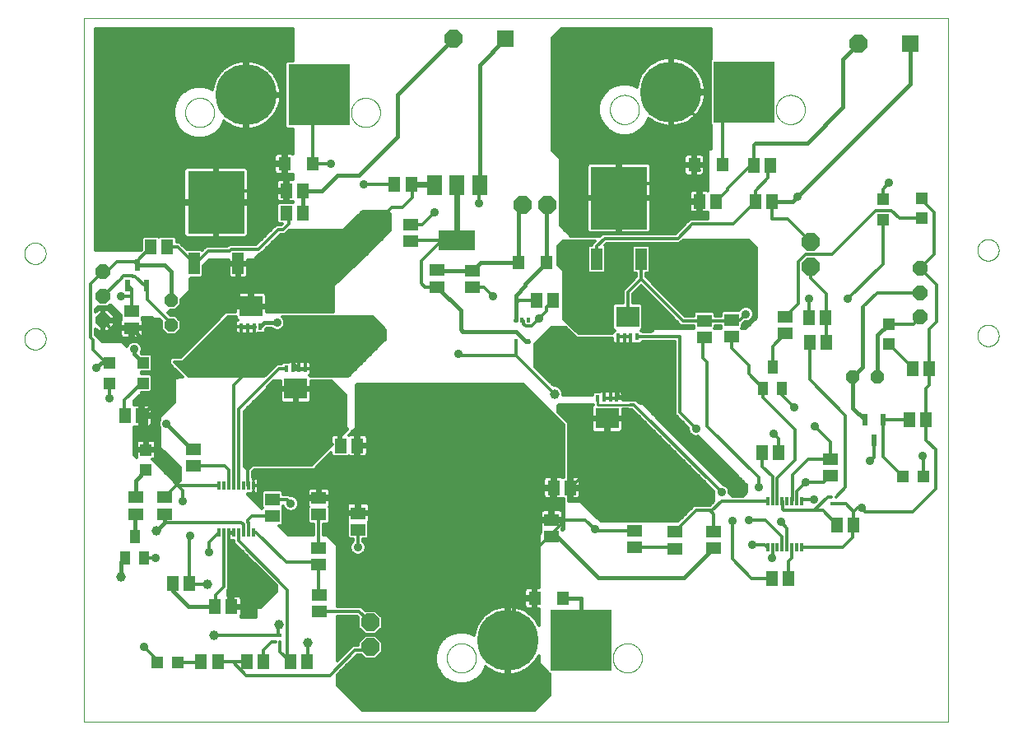
<source format=gtl>
G75*
%MOIN*%
%OFA0B0*%
%FSLAX25Y25*%
%IPPOS*%
%LPD*%
%AMOC8*
5,1,8,0,0,1.08239X$1,22.5*
%
%ADD10C,0.00000*%
%ADD11OC8,0.07087*%
%ADD12R,0.05118X0.05906*%
%ADD13R,0.05906X0.05118*%
%ADD14R,0.24669X0.24669*%
%ADD15C,0.24669*%
%ADD16R,0.04724X0.04724*%
%ADD17OC8,0.05937*%
%ADD18OC8,0.05200*%
%ADD19R,0.01201X0.03500*%
%ADD20R,0.03937X0.05512*%
%ADD21R,0.02362X0.05118*%
%ADD22R,0.09331X0.08465*%
%ADD23R,0.01654X0.02756*%
%ADD24R,0.01181X0.02362*%
%ADD25R,0.05906X0.07874*%
%ADD26R,0.14961X0.07874*%
%ADD27R,0.05118X0.05512*%
%ADD28R,0.00984X0.01575*%
%ADD29R,0.02756X0.01575*%
%ADD30R,0.22835X0.25197*%
%ADD31R,0.04724X0.08661*%
%ADD32R,0.07087X0.07087*%
%ADD33C,0.01200*%
%ADD34C,0.01600*%
%ADD35C,0.03569*%
%ADD36C,0.03962*%
%ADD37C,0.02400*%
%ADD38C,0.01000*%
D10*
X0228963Y0006756D02*
X0228963Y0291756D01*
X0578963Y0291756D01*
X0578963Y0006756D01*
X0228963Y0006756D01*
X0375998Y0032451D02*
X0376000Y0032604D01*
X0376006Y0032757D01*
X0376016Y0032910D01*
X0376030Y0033063D01*
X0376048Y0033215D01*
X0376069Y0033366D01*
X0376095Y0033517D01*
X0376125Y0033668D01*
X0376158Y0033817D01*
X0376196Y0033966D01*
X0376237Y0034113D01*
X0376282Y0034260D01*
X0376331Y0034405D01*
X0376383Y0034549D01*
X0376440Y0034691D01*
X0376500Y0034832D01*
X0376563Y0034971D01*
X0376631Y0035109D01*
X0376701Y0035245D01*
X0376776Y0035379D01*
X0376853Y0035511D01*
X0376935Y0035641D01*
X0377019Y0035769D01*
X0377107Y0035894D01*
X0377198Y0036017D01*
X0377292Y0036138D01*
X0377389Y0036256D01*
X0377490Y0036372D01*
X0377593Y0036485D01*
X0377699Y0036596D01*
X0377808Y0036703D01*
X0377920Y0036808D01*
X0378034Y0036910D01*
X0378151Y0037009D01*
X0378271Y0037104D01*
X0378393Y0037197D01*
X0378517Y0037286D01*
X0378644Y0037373D01*
X0378773Y0037455D01*
X0378904Y0037535D01*
X0379037Y0037611D01*
X0379172Y0037683D01*
X0379309Y0037752D01*
X0379447Y0037818D01*
X0379587Y0037880D01*
X0379729Y0037938D01*
X0379872Y0037992D01*
X0380017Y0038043D01*
X0380162Y0038090D01*
X0380309Y0038133D01*
X0380457Y0038172D01*
X0380606Y0038208D01*
X0380756Y0038239D01*
X0380907Y0038267D01*
X0381058Y0038291D01*
X0381210Y0038311D01*
X0381363Y0038327D01*
X0381515Y0038339D01*
X0381668Y0038347D01*
X0381821Y0038351D01*
X0381975Y0038351D01*
X0382128Y0038347D01*
X0382281Y0038339D01*
X0382433Y0038327D01*
X0382586Y0038311D01*
X0382738Y0038291D01*
X0382889Y0038267D01*
X0383040Y0038239D01*
X0383190Y0038208D01*
X0383339Y0038172D01*
X0383487Y0038133D01*
X0383634Y0038090D01*
X0383779Y0038043D01*
X0383924Y0037992D01*
X0384067Y0037938D01*
X0384209Y0037880D01*
X0384349Y0037818D01*
X0384487Y0037752D01*
X0384624Y0037683D01*
X0384759Y0037611D01*
X0384892Y0037535D01*
X0385023Y0037455D01*
X0385152Y0037373D01*
X0385279Y0037286D01*
X0385403Y0037197D01*
X0385525Y0037104D01*
X0385645Y0037009D01*
X0385762Y0036910D01*
X0385876Y0036808D01*
X0385988Y0036703D01*
X0386097Y0036596D01*
X0386203Y0036485D01*
X0386306Y0036372D01*
X0386407Y0036256D01*
X0386504Y0036138D01*
X0386598Y0036017D01*
X0386689Y0035894D01*
X0386777Y0035769D01*
X0386861Y0035641D01*
X0386943Y0035511D01*
X0387020Y0035379D01*
X0387095Y0035245D01*
X0387165Y0035109D01*
X0387233Y0034971D01*
X0387296Y0034832D01*
X0387356Y0034691D01*
X0387413Y0034549D01*
X0387465Y0034405D01*
X0387514Y0034260D01*
X0387559Y0034113D01*
X0387600Y0033966D01*
X0387638Y0033817D01*
X0387671Y0033668D01*
X0387701Y0033517D01*
X0387727Y0033366D01*
X0387748Y0033215D01*
X0387766Y0033063D01*
X0387780Y0032910D01*
X0387790Y0032757D01*
X0387796Y0032604D01*
X0387798Y0032451D01*
X0387796Y0032298D01*
X0387790Y0032145D01*
X0387780Y0031992D01*
X0387766Y0031839D01*
X0387748Y0031687D01*
X0387727Y0031536D01*
X0387701Y0031385D01*
X0387671Y0031234D01*
X0387638Y0031085D01*
X0387600Y0030936D01*
X0387559Y0030789D01*
X0387514Y0030642D01*
X0387465Y0030497D01*
X0387413Y0030353D01*
X0387356Y0030211D01*
X0387296Y0030070D01*
X0387233Y0029931D01*
X0387165Y0029793D01*
X0387095Y0029657D01*
X0387020Y0029523D01*
X0386943Y0029391D01*
X0386861Y0029261D01*
X0386777Y0029133D01*
X0386689Y0029008D01*
X0386598Y0028885D01*
X0386504Y0028764D01*
X0386407Y0028646D01*
X0386306Y0028530D01*
X0386203Y0028417D01*
X0386097Y0028306D01*
X0385988Y0028199D01*
X0385876Y0028094D01*
X0385762Y0027992D01*
X0385645Y0027893D01*
X0385525Y0027798D01*
X0385403Y0027705D01*
X0385279Y0027616D01*
X0385152Y0027529D01*
X0385023Y0027447D01*
X0384892Y0027367D01*
X0384759Y0027291D01*
X0384624Y0027219D01*
X0384487Y0027150D01*
X0384349Y0027084D01*
X0384209Y0027022D01*
X0384067Y0026964D01*
X0383924Y0026910D01*
X0383779Y0026859D01*
X0383634Y0026812D01*
X0383487Y0026769D01*
X0383339Y0026730D01*
X0383190Y0026694D01*
X0383040Y0026663D01*
X0382889Y0026635D01*
X0382738Y0026611D01*
X0382586Y0026591D01*
X0382433Y0026575D01*
X0382281Y0026563D01*
X0382128Y0026555D01*
X0381975Y0026551D01*
X0381821Y0026551D01*
X0381668Y0026555D01*
X0381515Y0026563D01*
X0381363Y0026575D01*
X0381210Y0026591D01*
X0381058Y0026611D01*
X0380907Y0026635D01*
X0380756Y0026663D01*
X0380606Y0026694D01*
X0380457Y0026730D01*
X0380309Y0026769D01*
X0380162Y0026812D01*
X0380017Y0026859D01*
X0379872Y0026910D01*
X0379729Y0026964D01*
X0379587Y0027022D01*
X0379447Y0027084D01*
X0379309Y0027150D01*
X0379172Y0027219D01*
X0379037Y0027291D01*
X0378904Y0027367D01*
X0378773Y0027447D01*
X0378644Y0027529D01*
X0378517Y0027616D01*
X0378393Y0027705D01*
X0378271Y0027798D01*
X0378151Y0027893D01*
X0378034Y0027992D01*
X0377920Y0028094D01*
X0377808Y0028199D01*
X0377699Y0028306D01*
X0377593Y0028417D01*
X0377490Y0028530D01*
X0377389Y0028646D01*
X0377292Y0028764D01*
X0377198Y0028885D01*
X0377107Y0029008D01*
X0377019Y0029133D01*
X0376935Y0029261D01*
X0376853Y0029391D01*
X0376776Y0029523D01*
X0376701Y0029657D01*
X0376631Y0029793D01*
X0376563Y0029931D01*
X0376500Y0030070D01*
X0376440Y0030211D01*
X0376383Y0030353D01*
X0376331Y0030497D01*
X0376282Y0030642D01*
X0376237Y0030789D01*
X0376196Y0030936D01*
X0376158Y0031085D01*
X0376125Y0031234D01*
X0376095Y0031385D01*
X0376069Y0031536D01*
X0376048Y0031687D01*
X0376030Y0031839D01*
X0376016Y0031992D01*
X0376006Y0032145D01*
X0376000Y0032298D01*
X0375998Y0032451D01*
X0443198Y0032451D02*
X0443200Y0032604D01*
X0443206Y0032757D01*
X0443216Y0032910D01*
X0443230Y0033063D01*
X0443248Y0033215D01*
X0443269Y0033366D01*
X0443295Y0033517D01*
X0443325Y0033668D01*
X0443358Y0033817D01*
X0443396Y0033966D01*
X0443437Y0034113D01*
X0443482Y0034260D01*
X0443531Y0034405D01*
X0443583Y0034549D01*
X0443640Y0034691D01*
X0443700Y0034832D01*
X0443763Y0034971D01*
X0443831Y0035109D01*
X0443901Y0035245D01*
X0443976Y0035379D01*
X0444053Y0035511D01*
X0444135Y0035641D01*
X0444219Y0035769D01*
X0444307Y0035894D01*
X0444398Y0036017D01*
X0444492Y0036138D01*
X0444589Y0036256D01*
X0444690Y0036372D01*
X0444793Y0036485D01*
X0444899Y0036596D01*
X0445008Y0036703D01*
X0445120Y0036808D01*
X0445234Y0036910D01*
X0445351Y0037009D01*
X0445471Y0037104D01*
X0445593Y0037197D01*
X0445717Y0037286D01*
X0445844Y0037373D01*
X0445973Y0037455D01*
X0446104Y0037535D01*
X0446237Y0037611D01*
X0446372Y0037683D01*
X0446509Y0037752D01*
X0446647Y0037818D01*
X0446787Y0037880D01*
X0446929Y0037938D01*
X0447072Y0037992D01*
X0447217Y0038043D01*
X0447362Y0038090D01*
X0447509Y0038133D01*
X0447657Y0038172D01*
X0447806Y0038208D01*
X0447956Y0038239D01*
X0448107Y0038267D01*
X0448258Y0038291D01*
X0448410Y0038311D01*
X0448563Y0038327D01*
X0448715Y0038339D01*
X0448868Y0038347D01*
X0449021Y0038351D01*
X0449175Y0038351D01*
X0449328Y0038347D01*
X0449481Y0038339D01*
X0449633Y0038327D01*
X0449786Y0038311D01*
X0449938Y0038291D01*
X0450089Y0038267D01*
X0450240Y0038239D01*
X0450390Y0038208D01*
X0450539Y0038172D01*
X0450687Y0038133D01*
X0450834Y0038090D01*
X0450979Y0038043D01*
X0451124Y0037992D01*
X0451267Y0037938D01*
X0451409Y0037880D01*
X0451549Y0037818D01*
X0451687Y0037752D01*
X0451824Y0037683D01*
X0451959Y0037611D01*
X0452092Y0037535D01*
X0452223Y0037455D01*
X0452352Y0037373D01*
X0452479Y0037286D01*
X0452603Y0037197D01*
X0452725Y0037104D01*
X0452845Y0037009D01*
X0452962Y0036910D01*
X0453076Y0036808D01*
X0453188Y0036703D01*
X0453297Y0036596D01*
X0453403Y0036485D01*
X0453506Y0036372D01*
X0453607Y0036256D01*
X0453704Y0036138D01*
X0453798Y0036017D01*
X0453889Y0035894D01*
X0453977Y0035769D01*
X0454061Y0035641D01*
X0454143Y0035511D01*
X0454220Y0035379D01*
X0454295Y0035245D01*
X0454365Y0035109D01*
X0454433Y0034971D01*
X0454496Y0034832D01*
X0454556Y0034691D01*
X0454613Y0034549D01*
X0454665Y0034405D01*
X0454714Y0034260D01*
X0454759Y0034113D01*
X0454800Y0033966D01*
X0454838Y0033817D01*
X0454871Y0033668D01*
X0454901Y0033517D01*
X0454927Y0033366D01*
X0454948Y0033215D01*
X0454966Y0033063D01*
X0454980Y0032910D01*
X0454990Y0032757D01*
X0454996Y0032604D01*
X0454998Y0032451D01*
X0454996Y0032298D01*
X0454990Y0032145D01*
X0454980Y0031992D01*
X0454966Y0031839D01*
X0454948Y0031687D01*
X0454927Y0031536D01*
X0454901Y0031385D01*
X0454871Y0031234D01*
X0454838Y0031085D01*
X0454800Y0030936D01*
X0454759Y0030789D01*
X0454714Y0030642D01*
X0454665Y0030497D01*
X0454613Y0030353D01*
X0454556Y0030211D01*
X0454496Y0030070D01*
X0454433Y0029931D01*
X0454365Y0029793D01*
X0454295Y0029657D01*
X0454220Y0029523D01*
X0454143Y0029391D01*
X0454061Y0029261D01*
X0453977Y0029133D01*
X0453889Y0029008D01*
X0453798Y0028885D01*
X0453704Y0028764D01*
X0453607Y0028646D01*
X0453506Y0028530D01*
X0453403Y0028417D01*
X0453297Y0028306D01*
X0453188Y0028199D01*
X0453076Y0028094D01*
X0452962Y0027992D01*
X0452845Y0027893D01*
X0452725Y0027798D01*
X0452603Y0027705D01*
X0452479Y0027616D01*
X0452352Y0027529D01*
X0452223Y0027447D01*
X0452092Y0027367D01*
X0451959Y0027291D01*
X0451824Y0027219D01*
X0451687Y0027150D01*
X0451549Y0027084D01*
X0451409Y0027022D01*
X0451267Y0026964D01*
X0451124Y0026910D01*
X0450979Y0026859D01*
X0450834Y0026812D01*
X0450687Y0026769D01*
X0450539Y0026730D01*
X0450390Y0026694D01*
X0450240Y0026663D01*
X0450089Y0026635D01*
X0449938Y0026611D01*
X0449786Y0026591D01*
X0449633Y0026575D01*
X0449481Y0026563D01*
X0449328Y0026555D01*
X0449175Y0026551D01*
X0449021Y0026551D01*
X0448868Y0026555D01*
X0448715Y0026563D01*
X0448563Y0026575D01*
X0448410Y0026591D01*
X0448258Y0026611D01*
X0448107Y0026635D01*
X0447956Y0026663D01*
X0447806Y0026694D01*
X0447657Y0026730D01*
X0447509Y0026769D01*
X0447362Y0026812D01*
X0447217Y0026859D01*
X0447072Y0026910D01*
X0446929Y0026964D01*
X0446787Y0027022D01*
X0446647Y0027084D01*
X0446509Y0027150D01*
X0446372Y0027219D01*
X0446237Y0027291D01*
X0446104Y0027367D01*
X0445973Y0027447D01*
X0445844Y0027529D01*
X0445717Y0027616D01*
X0445593Y0027705D01*
X0445471Y0027798D01*
X0445351Y0027893D01*
X0445234Y0027992D01*
X0445120Y0028094D01*
X0445008Y0028199D01*
X0444899Y0028306D01*
X0444793Y0028417D01*
X0444690Y0028530D01*
X0444589Y0028646D01*
X0444492Y0028764D01*
X0444398Y0028885D01*
X0444307Y0029008D01*
X0444219Y0029133D01*
X0444135Y0029261D01*
X0444053Y0029391D01*
X0443976Y0029523D01*
X0443901Y0029657D01*
X0443831Y0029793D01*
X0443763Y0029931D01*
X0443700Y0030070D01*
X0443640Y0030211D01*
X0443583Y0030353D01*
X0443531Y0030497D01*
X0443482Y0030642D01*
X0443437Y0030789D01*
X0443396Y0030936D01*
X0443358Y0031085D01*
X0443325Y0031234D01*
X0443295Y0031385D01*
X0443269Y0031536D01*
X0443248Y0031687D01*
X0443230Y0031839D01*
X0443216Y0031992D01*
X0443206Y0032145D01*
X0443200Y0032298D01*
X0443198Y0032451D01*
X0590852Y0163055D02*
X0590854Y0163186D01*
X0590860Y0163318D01*
X0590870Y0163449D01*
X0590884Y0163580D01*
X0590902Y0163710D01*
X0590924Y0163839D01*
X0590949Y0163968D01*
X0590979Y0164096D01*
X0591013Y0164223D01*
X0591050Y0164350D01*
X0591091Y0164474D01*
X0591136Y0164598D01*
X0591185Y0164720D01*
X0591237Y0164841D01*
X0591293Y0164959D01*
X0591353Y0165077D01*
X0591416Y0165192D01*
X0591483Y0165305D01*
X0591553Y0165417D01*
X0591626Y0165526D01*
X0591702Y0165632D01*
X0591782Y0165737D01*
X0591865Y0165839D01*
X0591951Y0165938D01*
X0592040Y0166035D01*
X0592132Y0166129D01*
X0592227Y0166220D01*
X0592324Y0166309D01*
X0592424Y0166394D01*
X0592527Y0166476D01*
X0592632Y0166555D01*
X0592739Y0166631D01*
X0592849Y0166703D01*
X0592961Y0166772D01*
X0593075Y0166838D01*
X0593190Y0166900D01*
X0593308Y0166959D01*
X0593427Y0167014D01*
X0593548Y0167066D01*
X0593671Y0167113D01*
X0593795Y0167157D01*
X0593920Y0167198D01*
X0594046Y0167234D01*
X0594174Y0167267D01*
X0594302Y0167295D01*
X0594431Y0167320D01*
X0594561Y0167341D01*
X0594691Y0167358D01*
X0594822Y0167371D01*
X0594953Y0167380D01*
X0595084Y0167385D01*
X0595216Y0167386D01*
X0595347Y0167383D01*
X0595479Y0167376D01*
X0595610Y0167365D01*
X0595740Y0167350D01*
X0595870Y0167331D01*
X0596000Y0167308D01*
X0596128Y0167282D01*
X0596256Y0167251D01*
X0596383Y0167216D01*
X0596509Y0167178D01*
X0596633Y0167136D01*
X0596757Y0167090D01*
X0596878Y0167040D01*
X0596998Y0166987D01*
X0597117Y0166930D01*
X0597234Y0166870D01*
X0597348Y0166806D01*
X0597461Y0166738D01*
X0597572Y0166667D01*
X0597681Y0166593D01*
X0597787Y0166516D01*
X0597891Y0166435D01*
X0597992Y0166352D01*
X0598091Y0166265D01*
X0598187Y0166175D01*
X0598280Y0166082D01*
X0598371Y0165987D01*
X0598458Y0165889D01*
X0598543Y0165788D01*
X0598624Y0165685D01*
X0598702Y0165579D01*
X0598777Y0165471D01*
X0598849Y0165361D01*
X0598917Y0165249D01*
X0598982Y0165135D01*
X0599043Y0165018D01*
X0599101Y0164900D01*
X0599155Y0164780D01*
X0599206Y0164659D01*
X0599253Y0164536D01*
X0599296Y0164412D01*
X0599335Y0164287D01*
X0599371Y0164160D01*
X0599402Y0164032D01*
X0599430Y0163904D01*
X0599454Y0163775D01*
X0599474Y0163645D01*
X0599490Y0163514D01*
X0599502Y0163383D01*
X0599510Y0163252D01*
X0599514Y0163121D01*
X0599514Y0162989D01*
X0599510Y0162858D01*
X0599502Y0162727D01*
X0599490Y0162596D01*
X0599474Y0162465D01*
X0599454Y0162335D01*
X0599430Y0162206D01*
X0599402Y0162078D01*
X0599371Y0161950D01*
X0599335Y0161823D01*
X0599296Y0161698D01*
X0599253Y0161574D01*
X0599206Y0161451D01*
X0599155Y0161330D01*
X0599101Y0161210D01*
X0599043Y0161092D01*
X0598982Y0160975D01*
X0598917Y0160861D01*
X0598849Y0160749D01*
X0598777Y0160639D01*
X0598702Y0160531D01*
X0598624Y0160425D01*
X0598543Y0160322D01*
X0598458Y0160221D01*
X0598371Y0160123D01*
X0598280Y0160028D01*
X0598187Y0159935D01*
X0598091Y0159845D01*
X0597992Y0159758D01*
X0597891Y0159675D01*
X0597787Y0159594D01*
X0597681Y0159517D01*
X0597572Y0159443D01*
X0597461Y0159372D01*
X0597349Y0159304D01*
X0597234Y0159240D01*
X0597117Y0159180D01*
X0596998Y0159123D01*
X0596878Y0159070D01*
X0596757Y0159020D01*
X0596633Y0158974D01*
X0596509Y0158932D01*
X0596383Y0158894D01*
X0596256Y0158859D01*
X0596128Y0158828D01*
X0596000Y0158802D01*
X0595870Y0158779D01*
X0595740Y0158760D01*
X0595610Y0158745D01*
X0595479Y0158734D01*
X0595347Y0158727D01*
X0595216Y0158724D01*
X0595084Y0158725D01*
X0594953Y0158730D01*
X0594822Y0158739D01*
X0594691Y0158752D01*
X0594561Y0158769D01*
X0594431Y0158790D01*
X0594302Y0158815D01*
X0594174Y0158843D01*
X0594046Y0158876D01*
X0593920Y0158912D01*
X0593795Y0158953D01*
X0593671Y0158997D01*
X0593548Y0159044D01*
X0593427Y0159096D01*
X0593308Y0159151D01*
X0593190Y0159210D01*
X0593075Y0159272D01*
X0592961Y0159338D01*
X0592849Y0159407D01*
X0592739Y0159479D01*
X0592632Y0159555D01*
X0592527Y0159634D01*
X0592424Y0159716D01*
X0592324Y0159801D01*
X0592227Y0159890D01*
X0592132Y0159981D01*
X0592040Y0160075D01*
X0591951Y0160172D01*
X0591865Y0160271D01*
X0591782Y0160373D01*
X0591702Y0160478D01*
X0591626Y0160584D01*
X0591553Y0160693D01*
X0591483Y0160805D01*
X0591416Y0160918D01*
X0591353Y0161033D01*
X0591293Y0161151D01*
X0591237Y0161269D01*
X0591185Y0161390D01*
X0591136Y0161512D01*
X0591091Y0161636D01*
X0591050Y0161760D01*
X0591013Y0161887D01*
X0590979Y0162014D01*
X0590949Y0162142D01*
X0590924Y0162271D01*
X0590902Y0162400D01*
X0590884Y0162530D01*
X0590870Y0162661D01*
X0590860Y0162792D01*
X0590854Y0162924D01*
X0590852Y0163055D01*
X0590852Y0197701D02*
X0590854Y0197832D01*
X0590860Y0197964D01*
X0590870Y0198095D01*
X0590884Y0198226D01*
X0590902Y0198356D01*
X0590924Y0198485D01*
X0590949Y0198614D01*
X0590979Y0198742D01*
X0591013Y0198869D01*
X0591050Y0198996D01*
X0591091Y0199120D01*
X0591136Y0199244D01*
X0591185Y0199366D01*
X0591237Y0199487D01*
X0591293Y0199605D01*
X0591353Y0199723D01*
X0591416Y0199838D01*
X0591483Y0199951D01*
X0591553Y0200063D01*
X0591626Y0200172D01*
X0591702Y0200278D01*
X0591782Y0200383D01*
X0591865Y0200485D01*
X0591951Y0200584D01*
X0592040Y0200681D01*
X0592132Y0200775D01*
X0592227Y0200866D01*
X0592324Y0200955D01*
X0592424Y0201040D01*
X0592527Y0201122D01*
X0592632Y0201201D01*
X0592739Y0201277D01*
X0592849Y0201349D01*
X0592961Y0201418D01*
X0593075Y0201484D01*
X0593190Y0201546D01*
X0593308Y0201605D01*
X0593427Y0201660D01*
X0593548Y0201712D01*
X0593671Y0201759D01*
X0593795Y0201803D01*
X0593920Y0201844D01*
X0594046Y0201880D01*
X0594174Y0201913D01*
X0594302Y0201941D01*
X0594431Y0201966D01*
X0594561Y0201987D01*
X0594691Y0202004D01*
X0594822Y0202017D01*
X0594953Y0202026D01*
X0595084Y0202031D01*
X0595216Y0202032D01*
X0595347Y0202029D01*
X0595479Y0202022D01*
X0595610Y0202011D01*
X0595740Y0201996D01*
X0595870Y0201977D01*
X0596000Y0201954D01*
X0596128Y0201928D01*
X0596256Y0201897D01*
X0596383Y0201862D01*
X0596509Y0201824D01*
X0596633Y0201782D01*
X0596757Y0201736D01*
X0596878Y0201686D01*
X0596998Y0201633D01*
X0597117Y0201576D01*
X0597234Y0201516D01*
X0597348Y0201452D01*
X0597461Y0201384D01*
X0597572Y0201313D01*
X0597681Y0201239D01*
X0597787Y0201162D01*
X0597891Y0201081D01*
X0597992Y0200998D01*
X0598091Y0200911D01*
X0598187Y0200821D01*
X0598280Y0200728D01*
X0598371Y0200633D01*
X0598458Y0200535D01*
X0598543Y0200434D01*
X0598624Y0200331D01*
X0598702Y0200225D01*
X0598777Y0200117D01*
X0598849Y0200007D01*
X0598917Y0199895D01*
X0598982Y0199781D01*
X0599043Y0199664D01*
X0599101Y0199546D01*
X0599155Y0199426D01*
X0599206Y0199305D01*
X0599253Y0199182D01*
X0599296Y0199058D01*
X0599335Y0198933D01*
X0599371Y0198806D01*
X0599402Y0198678D01*
X0599430Y0198550D01*
X0599454Y0198421D01*
X0599474Y0198291D01*
X0599490Y0198160D01*
X0599502Y0198029D01*
X0599510Y0197898D01*
X0599514Y0197767D01*
X0599514Y0197635D01*
X0599510Y0197504D01*
X0599502Y0197373D01*
X0599490Y0197242D01*
X0599474Y0197111D01*
X0599454Y0196981D01*
X0599430Y0196852D01*
X0599402Y0196724D01*
X0599371Y0196596D01*
X0599335Y0196469D01*
X0599296Y0196344D01*
X0599253Y0196220D01*
X0599206Y0196097D01*
X0599155Y0195976D01*
X0599101Y0195856D01*
X0599043Y0195738D01*
X0598982Y0195621D01*
X0598917Y0195507D01*
X0598849Y0195395D01*
X0598777Y0195285D01*
X0598702Y0195177D01*
X0598624Y0195071D01*
X0598543Y0194968D01*
X0598458Y0194867D01*
X0598371Y0194769D01*
X0598280Y0194674D01*
X0598187Y0194581D01*
X0598091Y0194491D01*
X0597992Y0194404D01*
X0597891Y0194321D01*
X0597787Y0194240D01*
X0597681Y0194163D01*
X0597572Y0194089D01*
X0597461Y0194018D01*
X0597349Y0193950D01*
X0597234Y0193886D01*
X0597117Y0193826D01*
X0596998Y0193769D01*
X0596878Y0193716D01*
X0596757Y0193666D01*
X0596633Y0193620D01*
X0596509Y0193578D01*
X0596383Y0193540D01*
X0596256Y0193505D01*
X0596128Y0193474D01*
X0596000Y0193448D01*
X0595870Y0193425D01*
X0595740Y0193406D01*
X0595610Y0193391D01*
X0595479Y0193380D01*
X0595347Y0193373D01*
X0595216Y0193370D01*
X0595084Y0193371D01*
X0594953Y0193376D01*
X0594822Y0193385D01*
X0594691Y0193398D01*
X0594561Y0193415D01*
X0594431Y0193436D01*
X0594302Y0193461D01*
X0594174Y0193489D01*
X0594046Y0193522D01*
X0593920Y0193558D01*
X0593795Y0193599D01*
X0593671Y0193643D01*
X0593548Y0193690D01*
X0593427Y0193742D01*
X0593308Y0193797D01*
X0593190Y0193856D01*
X0593075Y0193918D01*
X0592961Y0193984D01*
X0592849Y0194053D01*
X0592739Y0194125D01*
X0592632Y0194201D01*
X0592527Y0194280D01*
X0592424Y0194362D01*
X0592324Y0194447D01*
X0592227Y0194536D01*
X0592132Y0194627D01*
X0592040Y0194721D01*
X0591951Y0194818D01*
X0591865Y0194917D01*
X0591782Y0195019D01*
X0591702Y0195124D01*
X0591626Y0195230D01*
X0591553Y0195339D01*
X0591483Y0195451D01*
X0591416Y0195564D01*
X0591353Y0195679D01*
X0591293Y0195797D01*
X0591237Y0195915D01*
X0591185Y0196036D01*
X0591136Y0196158D01*
X0591091Y0196282D01*
X0591050Y0196406D01*
X0591013Y0196533D01*
X0590979Y0196660D01*
X0590949Y0196788D01*
X0590924Y0196917D01*
X0590902Y0197046D01*
X0590884Y0197176D01*
X0590870Y0197307D01*
X0590860Y0197438D01*
X0590854Y0197570D01*
X0590852Y0197701D01*
X0509222Y0254577D02*
X0509224Y0254730D01*
X0509230Y0254883D01*
X0509240Y0255036D01*
X0509254Y0255189D01*
X0509272Y0255341D01*
X0509293Y0255492D01*
X0509319Y0255643D01*
X0509349Y0255794D01*
X0509382Y0255943D01*
X0509420Y0256092D01*
X0509461Y0256239D01*
X0509506Y0256386D01*
X0509555Y0256531D01*
X0509607Y0256675D01*
X0509664Y0256817D01*
X0509724Y0256958D01*
X0509787Y0257097D01*
X0509855Y0257235D01*
X0509925Y0257371D01*
X0510000Y0257505D01*
X0510077Y0257637D01*
X0510159Y0257767D01*
X0510243Y0257895D01*
X0510331Y0258020D01*
X0510422Y0258143D01*
X0510516Y0258264D01*
X0510613Y0258382D01*
X0510714Y0258498D01*
X0510817Y0258611D01*
X0510923Y0258722D01*
X0511032Y0258829D01*
X0511144Y0258934D01*
X0511258Y0259036D01*
X0511375Y0259135D01*
X0511495Y0259230D01*
X0511617Y0259323D01*
X0511741Y0259412D01*
X0511868Y0259499D01*
X0511997Y0259581D01*
X0512128Y0259661D01*
X0512261Y0259737D01*
X0512396Y0259809D01*
X0512533Y0259878D01*
X0512671Y0259944D01*
X0512811Y0260006D01*
X0512953Y0260064D01*
X0513096Y0260118D01*
X0513241Y0260169D01*
X0513386Y0260216D01*
X0513533Y0260259D01*
X0513681Y0260298D01*
X0513830Y0260334D01*
X0513980Y0260365D01*
X0514131Y0260393D01*
X0514282Y0260417D01*
X0514434Y0260437D01*
X0514587Y0260453D01*
X0514739Y0260465D01*
X0514892Y0260473D01*
X0515045Y0260477D01*
X0515199Y0260477D01*
X0515352Y0260473D01*
X0515505Y0260465D01*
X0515657Y0260453D01*
X0515810Y0260437D01*
X0515962Y0260417D01*
X0516113Y0260393D01*
X0516264Y0260365D01*
X0516414Y0260334D01*
X0516563Y0260298D01*
X0516711Y0260259D01*
X0516858Y0260216D01*
X0517003Y0260169D01*
X0517148Y0260118D01*
X0517291Y0260064D01*
X0517433Y0260006D01*
X0517573Y0259944D01*
X0517711Y0259878D01*
X0517848Y0259809D01*
X0517983Y0259737D01*
X0518116Y0259661D01*
X0518247Y0259581D01*
X0518376Y0259499D01*
X0518503Y0259412D01*
X0518627Y0259323D01*
X0518749Y0259230D01*
X0518869Y0259135D01*
X0518986Y0259036D01*
X0519100Y0258934D01*
X0519212Y0258829D01*
X0519321Y0258722D01*
X0519427Y0258611D01*
X0519530Y0258498D01*
X0519631Y0258382D01*
X0519728Y0258264D01*
X0519822Y0258143D01*
X0519913Y0258020D01*
X0520001Y0257895D01*
X0520085Y0257767D01*
X0520167Y0257637D01*
X0520244Y0257505D01*
X0520319Y0257371D01*
X0520389Y0257235D01*
X0520457Y0257097D01*
X0520520Y0256958D01*
X0520580Y0256817D01*
X0520637Y0256675D01*
X0520689Y0256531D01*
X0520738Y0256386D01*
X0520783Y0256239D01*
X0520824Y0256092D01*
X0520862Y0255943D01*
X0520895Y0255794D01*
X0520925Y0255643D01*
X0520951Y0255492D01*
X0520972Y0255341D01*
X0520990Y0255189D01*
X0521004Y0255036D01*
X0521014Y0254883D01*
X0521020Y0254730D01*
X0521022Y0254577D01*
X0521020Y0254424D01*
X0521014Y0254271D01*
X0521004Y0254118D01*
X0520990Y0253965D01*
X0520972Y0253813D01*
X0520951Y0253662D01*
X0520925Y0253511D01*
X0520895Y0253360D01*
X0520862Y0253211D01*
X0520824Y0253062D01*
X0520783Y0252915D01*
X0520738Y0252768D01*
X0520689Y0252623D01*
X0520637Y0252479D01*
X0520580Y0252337D01*
X0520520Y0252196D01*
X0520457Y0252057D01*
X0520389Y0251919D01*
X0520319Y0251783D01*
X0520244Y0251649D01*
X0520167Y0251517D01*
X0520085Y0251387D01*
X0520001Y0251259D01*
X0519913Y0251134D01*
X0519822Y0251011D01*
X0519728Y0250890D01*
X0519631Y0250772D01*
X0519530Y0250656D01*
X0519427Y0250543D01*
X0519321Y0250432D01*
X0519212Y0250325D01*
X0519100Y0250220D01*
X0518986Y0250118D01*
X0518869Y0250019D01*
X0518749Y0249924D01*
X0518627Y0249831D01*
X0518503Y0249742D01*
X0518376Y0249655D01*
X0518247Y0249573D01*
X0518116Y0249493D01*
X0517983Y0249417D01*
X0517848Y0249345D01*
X0517711Y0249276D01*
X0517573Y0249210D01*
X0517433Y0249148D01*
X0517291Y0249090D01*
X0517148Y0249036D01*
X0517003Y0248985D01*
X0516858Y0248938D01*
X0516711Y0248895D01*
X0516563Y0248856D01*
X0516414Y0248820D01*
X0516264Y0248789D01*
X0516113Y0248761D01*
X0515962Y0248737D01*
X0515810Y0248717D01*
X0515657Y0248701D01*
X0515505Y0248689D01*
X0515352Y0248681D01*
X0515199Y0248677D01*
X0515045Y0248677D01*
X0514892Y0248681D01*
X0514739Y0248689D01*
X0514587Y0248701D01*
X0514434Y0248717D01*
X0514282Y0248737D01*
X0514131Y0248761D01*
X0513980Y0248789D01*
X0513830Y0248820D01*
X0513681Y0248856D01*
X0513533Y0248895D01*
X0513386Y0248938D01*
X0513241Y0248985D01*
X0513096Y0249036D01*
X0512953Y0249090D01*
X0512811Y0249148D01*
X0512671Y0249210D01*
X0512533Y0249276D01*
X0512396Y0249345D01*
X0512261Y0249417D01*
X0512128Y0249493D01*
X0511997Y0249573D01*
X0511868Y0249655D01*
X0511741Y0249742D01*
X0511617Y0249831D01*
X0511495Y0249924D01*
X0511375Y0250019D01*
X0511258Y0250118D01*
X0511144Y0250220D01*
X0511032Y0250325D01*
X0510923Y0250432D01*
X0510817Y0250543D01*
X0510714Y0250656D01*
X0510613Y0250772D01*
X0510516Y0250890D01*
X0510422Y0251011D01*
X0510331Y0251134D01*
X0510243Y0251259D01*
X0510159Y0251387D01*
X0510077Y0251517D01*
X0510000Y0251649D01*
X0509925Y0251783D01*
X0509855Y0251919D01*
X0509787Y0252057D01*
X0509724Y0252196D01*
X0509664Y0252337D01*
X0509607Y0252479D01*
X0509555Y0252623D01*
X0509506Y0252768D01*
X0509461Y0252915D01*
X0509420Y0253062D01*
X0509382Y0253211D01*
X0509349Y0253360D01*
X0509319Y0253511D01*
X0509293Y0253662D01*
X0509272Y0253813D01*
X0509254Y0253965D01*
X0509240Y0254118D01*
X0509230Y0254271D01*
X0509224Y0254424D01*
X0509222Y0254577D01*
X0442022Y0254577D02*
X0442024Y0254730D01*
X0442030Y0254883D01*
X0442040Y0255036D01*
X0442054Y0255189D01*
X0442072Y0255341D01*
X0442093Y0255492D01*
X0442119Y0255643D01*
X0442149Y0255794D01*
X0442182Y0255943D01*
X0442220Y0256092D01*
X0442261Y0256239D01*
X0442306Y0256386D01*
X0442355Y0256531D01*
X0442407Y0256675D01*
X0442464Y0256817D01*
X0442524Y0256958D01*
X0442587Y0257097D01*
X0442655Y0257235D01*
X0442725Y0257371D01*
X0442800Y0257505D01*
X0442877Y0257637D01*
X0442959Y0257767D01*
X0443043Y0257895D01*
X0443131Y0258020D01*
X0443222Y0258143D01*
X0443316Y0258264D01*
X0443413Y0258382D01*
X0443514Y0258498D01*
X0443617Y0258611D01*
X0443723Y0258722D01*
X0443832Y0258829D01*
X0443944Y0258934D01*
X0444058Y0259036D01*
X0444175Y0259135D01*
X0444295Y0259230D01*
X0444417Y0259323D01*
X0444541Y0259412D01*
X0444668Y0259499D01*
X0444797Y0259581D01*
X0444928Y0259661D01*
X0445061Y0259737D01*
X0445196Y0259809D01*
X0445333Y0259878D01*
X0445471Y0259944D01*
X0445611Y0260006D01*
X0445753Y0260064D01*
X0445896Y0260118D01*
X0446041Y0260169D01*
X0446186Y0260216D01*
X0446333Y0260259D01*
X0446481Y0260298D01*
X0446630Y0260334D01*
X0446780Y0260365D01*
X0446931Y0260393D01*
X0447082Y0260417D01*
X0447234Y0260437D01*
X0447387Y0260453D01*
X0447539Y0260465D01*
X0447692Y0260473D01*
X0447845Y0260477D01*
X0447999Y0260477D01*
X0448152Y0260473D01*
X0448305Y0260465D01*
X0448457Y0260453D01*
X0448610Y0260437D01*
X0448762Y0260417D01*
X0448913Y0260393D01*
X0449064Y0260365D01*
X0449214Y0260334D01*
X0449363Y0260298D01*
X0449511Y0260259D01*
X0449658Y0260216D01*
X0449803Y0260169D01*
X0449948Y0260118D01*
X0450091Y0260064D01*
X0450233Y0260006D01*
X0450373Y0259944D01*
X0450511Y0259878D01*
X0450648Y0259809D01*
X0450783Y0259737D01*
X0450916Y0259661D01*
X0451047Y0259581D01*
X0451176Y0259499D01*
X0451303Y0259412D01*
X0451427Y0259323D01*
X0451549Y0259230D01*
X0451669Y0259135D01*
X0451786Y0259036D01*
X0451900Y0258934D01*
X0452012Y0258829D01*
X0452121Y0258722D01*
X0452227Y0258611D01*
X0452330Y0258498D01*
X0452431Y0258382D01*
X0452528Y0258264D01*
X0452622Y0258143D01*
X0452713Y0258020D01*
X0452801Y0257895D01*
X0452885Y0257767D01*
X0452967Y0257637D01*
X0453044Y0257505D01*
X0453119Y0257371D01*
X0453189Y0257235D01*
X0453257Y0257097D01*
X0453320Y0256958D01*
X0453380Y0256817D01*
X0453437Y0256675D01*
X0453489Y0256531D01*
X0453538Y0256386D01*
X0453583Y0256239D01*
X0453624Y0256092D01*
X0453662Y0255943D01*
X0453695Y0255794D01*
X0453725Y0255643D01*
X0453751Y0255492D01*
X0453772Y0255341D01*
X0453790Y0255189D01*
X0453804Y0255036D01*
X0453814Y0254883D01*
X0453820Y0254730D01*
X0453822Y0254577D01*
X0453820Y0254424D01*
X0453814Y0254271D01*
X0453804Y0254118D01*
X0453790Y0253965D01*
X0453772Y0253813D01*
X0453751Y0253662D01*
X0453725Y0253511D01*
X0453695Y0253360D01*
X0453662Y0253211D01*
X0453624Y0253062D01*
X0453583Y0252915D01*
X0453538Y0252768D01*
X0453489Y0252623D01*
X0453437Y0252479D01*
X0453380Y0252337D01*
X0453320Y0252196D01*
X0453257Y0252057D01*
X0453189Y0251919D01*
X0453119Y0251783D01*
X0453044Y0251649D01*
X0452967Y0251517D01*
X0452885Y0251387D01*
X0452801Y0251259D01*
X0452713Y0251134D01*
X0452622Y0251011D01*
X0452528Y0250890D01*
X0452431Y0250772D01*
X0452330Y0250656D01*
X0452227Y0250543D01*
X0452121Y0250432D01*
X0452012Y0250325D01*
X0451900Y0250220D01*
X0451786Y0250118D01*
X0451669Y0250019D01*
X0451549Y0249924D01*
X0451427Y0249831D01*
X0451303Y0249742D01*
X0451176Y0249655D01*
X0451047Y0249573D01*
X0450916Y0249493D01*
X0450783Y0249417D01*
X0450648Y0249345D01*
X0450511Y0249276D01*
X0450373Y0249210D01*
X0450233Y0249148D01*
X0450091Y0249090D01*
X0449948Y0249036D01*
X0449803Y0248985D01*
X0449658Y0248938D01*
X0449511Y0248895D01*
X0449363Y0248856D01*
X0449214Y0248820D01*
X0449064Y0248789D01*
X0448913Y0248761D01*
X0448762Y0248737D01*
X0448610Y0248717D01*
X0448457Y0248701D01*
X0448305Y0248689D01*
X0448152Y0248681D01*
X0447999Y0248677D01*
X0447845Y0248677D01*
X0447692Y0248681D01*
X0447539Y0248689D01*
X0447387Y0248701D01*
X0447234Y0248717D01*
X0447082Y0248737D01*
X0446931Y0248761D01*
X0446780Y0248789D01*
X0446630Y0248820D01*
X0446481Y0248856D01*
X0446333Y0248895D01*
X0446186Y0248938D01*
X0446041Y0248985D01*
X0445896Y0249036D01*
X0445753Y0249090D01*
X0445611Y0249148D01*
X0445471Y0249210D01*
X0445333Y0249276D01*
X0445196Y0249345D01*
X0445061Y0249417D01*
X0444928Y0249493D01*
X0444797Y0249573D01*
X0444668Y0249655D01*
X0444541Y0249742D01*
X0444417Y0249831D01*
X0444295Y0249924D01*
X0444175Y0250019D01*
X0444058Y0250118D01*
X0443944Y0250220D01*
X0443832Y0250325D01*
X0443723Y0250432D01*
X0443617Y0250543D01*
X0443514Y0250656D01*
X0443413Y0250772D01*
X0443316Y0250890D01*
X0443222Y0251011D01*
X0443131Y0251134D01*
X0443043Y0251259D01*
X0442959Y0251387D01*
X0442877Y0251517D01*
X0442800Y0251649D01*
X0442725Y0251783D01*
X0442655Y0251919D01*
X0442587Y0252057D01*
X0442524Y0252196D01*
X0442464Y0252337D01*
X0442407Y0252479D01*
X0442355Y0252623D01*
X0442306Y0252768D01*
X0442261Y0252915D01*
X0442220Y0253062D01*
X0442182Y0253211D01*
X0442149Y0253360D01*
X0442119Y0253511D01*
X0442093Y0253662D01*
X0442072Y0253813D01*
X0442054Y0253965D01*
X0442040Y0254118D01*
X0442030Y0254271D01*
X0442024Y0254424D01*
X0442022Y0254577D01*
X0337175Y0253396D02*
X0337177Y0253549D01*
X0337183Y0253702D01*
X0337193Y0253855D01*
X0337207Y0254008D01*
X0337225Y0254160D01*
X0337246Y0254311D01*
X0337272Y0254462D01*
X0337302Y0254613D01*
X0337335Y0254762D01*
X0337373Y0254911D01*
X0337414Y0255058D01*
X0337459Y0255205D01*
X0337508Y0255350D01*
X0337560Y0255494D01*
X0337617Y0255636D01*
X0337677Y0255777D01*
X0337740Y0255916D01*
X0337808Y0256054D01*
X0337878Y0256190D01*
X0337953Y0256324D01*
X0338030Y0256456D01*
X0338112Y0256586D01*
X0338196Y0256714D01*
X0338284Y0256839D01*
X0338375Y0256962D01*
X0338469Y0257083D01*
X0338566Y0257201D01*
X0338667Y0257317D01*
X0338770Y0257430D01*
X0338876Y0257541D01*
X0338985Y0257648D01*
X0339097Y0257753D01*
X0339211Y0257855D01*
X0339328Y0257954D01*
X0339448Y0258049D01*
X0339570Y0258142D01*
X0339694Y0258231D01*
X0339821Y0258318D01*
X0339950Y0258400D01*
X0340081Y0258480D01*
X0340214Y0258556D01*
X0340349Y0258628D01*
X0340486Y0258697D01*
X0340624Y0258763D01*
X0340764Y0258825D01*
X0340906Y0258883D01*
X0341049Y0258937D01*
X0341194Y0258988D01*
X0341339Y0259035D01*
X0341486Y0259078D01*
X0341634Y0259117D01*
X0341783Y0259153D01*
X0341933Y0259184D01*
X0342084Y0259212D01*
X0342235Y0259236D01*
X0342387Y0259256D01*
X0342540Y0259272D01*
X0342692Y0259284D01*
X0342845Y0259292D01*
X0342998Y0259296D01*
X0343152Y0259296D01*
X0343305Y0259292D01*
X0343458Y0259284D01*
X0343610Y0259272D01*
X0343763Y0259256D01*
X0343915Y0259236D01*
X0344066Y0259212D01*
X0344217Y0259184D01*
X0344367Y0259153D01*
X0344516Y0259117D01*
X0344664Y0259078D01*
X0344811Y0259035D01*
X0344956Y0258988D01*
X0345101Y0258937D01*
X0345244Y0258883D01*
X0345386Y0258825D01*
X0345526Y0258763D01*
X0345664Y0258697D01*
X0345801Y0258628D01*
X0345936Y0258556D01*
X0346069Y0258480D01*
X0346200Y0258400D01*
X0346329Y0258318D01*
X0346456Y0258231D01*
X0346580Y0258142D01*
X0346702Y0258049D01*
X0346822Y0257954D01*
X0346939Y0257855D01*
X0347053Y0257753D01*
X0347165Y0257648D01*
X0347274Y0257541D01*
X0347380Y0257430D01*
X0347483Y0257317D01*
X0347584Y0257201D01*
X0347681Y0257083D01*
X0347775Y0256962D01*
X0347866Y0256839D01*
X0347954Y0256714D01*
X0348038Y0256586D01*
X0348120Y0256456D01*
X0348197Y0256324D01*
X0348272Y0256190D01*
X0348342Y0256054D01*
X0348410Y0255916D01*
X0348473Y0255777D01*
X0348533Y0255636D01*
X0348590Y0255494D01*
X0348642Y0255350D01*
X0348691Y0255205D01*
X0348736Y0255058D01*
X0348777Y0254911D01*
X0348815Y0254762D01*
X0348848Y0254613D01*
X0348878Y0254462D01*
X0348904Y0254311D01*
X0348925Y0254160D01*
X0348943Y0254008D01*
X0348957Y0253855D01*
X0348967Y0253702D01*
X0348973Y0253549D01*
X0348975Y0253396D01*
X0348973Y0253243D01*
X0348967Y0253090D01*
X0348957Y0252937D01*
X0348943Y0252784D01*
X0348925Y0252632D01*
X0348904Y0252481D01*
X0348878Y0252330D01*
X0348848Y0252179D01*
X0348815Y0252030D01*
X0348777Y0251881D01*
X0348736Y0251734D01*
X0348691Y0251587D01*
X0348642Y0251442D01*
X0348590Y0251298D01*
X0348533Y0251156D01*
X0348473Y0251015D01*
X0348410Y0250876D01*
X0348342Y0250738D01*
X0348272Y0250602D01*
X0348197Y0250468D01*
X0348120Y0250336D01*
X0348038Y0250206D01*
X0347954Y0250078D01*
X0347866Y0249953D01*
X0347775Y0249830D01*
X0347681Y0249709D01*
X0347584Y0249591D01*
X0347483Y0249475D01*
X0347380Y0249362D01*
X0347274Y0249251D01*
X0347165Y0249144D01*
X0347053Y0249039D01*
X0346939Y0248937D01*
X0346822Y0248838D01*
X0346702Y0248743D01*
X0346580Y0248650D01*
X0346456Y0248561D01*
X0346329Y0248474D01*
X0346200Y0248392D01*
X0346069Y0248312D01*
X0345936Y0248236D01*
X0345801Y0248164D01*
X0345664Y0248095D01*
X0345526Y0248029D01*
X0345386Y0247967D01*
X0345244Y0247909D01*
X0345101Y0247855D01*
X0344956Y0247804D01*
X0344811Y0247757D01*
X0344664Y0247714D01*
X0344516Y0247675D01*
X0344367Y0247639D01*
X0344217Y0247608D01*
X0344066Y0247580D01*
X0343915Y0247556D01*
X0343763Y0247536D01*
X0343610Y0247520D01*
X0343458Y0247508D01*
X0343305Y0247500D01*
X0343152Y0247496D01*
X0342998Y0247496D01*
X0342845Y0247500D01*
X0342692Y0247508D01*
X0342540Y0247520D01*
X0342387Y0247536D01*
X0342235Y0247556D01*
X0342084Y0247580D01*
X0341933Y0247608D01*
X0341783Y0247639D01*
X0341634Y0247675D01*
X0341486Y0247714D01*
X0341339Y0247757D01*
X0341194Y0247804D01*
X0341049Y0247855D01*
X0340906Y0247909D01*
X0340764Y0247967D01*
X0340624Y0248029D01*
X0340486Y0248095D01*
X0340349Y0248164D01*
X0340214Y0248236D01*
X0340081Y0248312D01*
X0339950Y0248392D01*
X0339821Y0248474D01*
X0339694Y0248561D01*
X0339570Y0248650D01*
X0339448Y0248743D01*
X0339328Y0248838D01*
X0339211Y0248937D01*
X0339097Y0249039D01*
X0338985Y0249144D01*
X0338876Y0249251D01*
X0338770Y0249362D01*
X0338667Y0249475D01*
X0338566Y0249591D01*
X0338469Y0249709D01*
X0338375Y0249830D01*
X0338284Y0249953D01*
X0338196Y0250078D01*
X0338112Y0250206D01*
X0338030Y0250336D01*
X0337953Y0250468D01*
X0337878Y0250602D01*
X0337808Y0250738D01*
X0337740Y0250876D01*
X0337677Y0251015D01*
X0337617Y0251156D01*
X0337560Y0251298D01*
X0337508Y0251442D01*
X0337459Y0251587D01*
X0337414Y0251734D01*
X0337373Y0251881D01*
X0337335Y0252030D01*
X0337302Y0252179D01*
X0337272Y0252330D01*
X0337246Y0252481D01*
X0337225Y0252632D01*
X0337207Y0252784D01*
X0337193Y0252937D01*
X0337183Y0253090D01*
X0337177Y0253243D01*
X0337175Y0253396D01*
X0269975Y0253396D02*
X0269977Y0253549D01*
X0269983Y0253702D01*
X0269993Y0253855D01*
X0270007Y0254008D01*
X0270025Y0254160D01*
X0270046Y0254311D01*
X0270072Y0254462D01*
X0270102Y0254613D01*
X0270135Y0254762D01*
X0270173Y0254911D01*
X0270214Y0255058D01*
X0270259Y0255205D01*
X0270308Y0255350D01*
X0270360Y0255494D01*
X0270417Y0255636D01*
X0270477Y0255777D01*
X0270540Y0255916D01*
X0270608Y0256054D01*
X0270678Y0256190D01*
X0270753Y0256324D01*
X0270830Y0256456D01*
X0270912Y0256586D01*
X0270996Y0256714D01*
X0271084Y0256839D01*
X0271175Y0256962D01*
X0271269Y0257083D01*
X0271366Y0257201D01*
X0271467Y0257317D01*
X0271570Y0257430D01*
X0271676Y0257541D01*
X0271785Y0257648D01*
X0271897Y0257753D01*
X0272011Y0257855D01*
X0272128Y0257954D01*
X0272248Y0258049D01*
X0272370Y0258142D01*
X0272494Y0258231D01*
X0272621Y0258318D01*
X0272750Y0258400D01*
X0272881Y0258480D01*
X0273014Y0258556D01*
X0273149Y0258628D01*
X0273286Y0258697D01*
X0273424Y0258763D01*
X0273564Y0258825D01*
X0273706Y0258883D01*
X0273849Y0258937D01*
X0273994Y0258988D01*
X0274139Y0259035D01*
X0274286Y0259078D01*
X0274434Y0259117D01*
X0274583Y0259153D01*
X0274733Y0259184D01*
X0274884Y0259212D01*
X0275035Y0259236D01*
X0275187Y0259256D01*
X0275340Y0259272D01*
X0275492Y0259284D01*
X0275645Y0259292D01*
X0275798Y0259296D01*
X0275952Y0259296D01*
X0276105Y0259292D01*
X0276258Y0259284D01*
X0276410Y0259272D01*
X0276563Y0259256D01*
X0276715Y0259236D01*
X0276866Y0259212D01*
X0277017Y0259184D01*
X0277167Y0259153D01*
X0277316Y0259117D01*
X0277464Y0259078D01*
X0277611Y0259035D01*
X0277756Y0258988D01*
X0277901Y0258937D01*
X0278044Y0258883D01*
X0278186Y0258825D01*
X0278326Y0258763D01*
X0278464Y0258697D01*
X0278601Y0258628D01*
X0278736Y0258556D01*
X0278869Y0258480D01*
X0279000Y0258400D01*
X0279129Y0258318D01*
X0279256Y0258231D01*
X0279380Y0258142D01*
X0279502Y0258049D01*
X0279622Y0257954D01*
X0279739Y0257855D01*
X0279853Y0257753D01*
X0279965Y0257648D01*
X0280074Y0257541D01*
X0280180Y0257430D01*
X0280283Y0257317D01*
X0280384Y0257201D01*
X0280481Y0257083D01*
X0280575Y0256962D01*
X0280666Y0256839D01*
X0280754Y0256714D01*
X0280838Y0256586D01*
X0280920Y0256456D01*
X0280997Y0256324D01*
X0281072Y0256190D01*
X0281142Y0256054D01*
X0281210Y0255916D01*
X0281273Y0255777D01*
X0281333Y0255636D01*
X0281390Y0255494D01*
X0281442Y0255350D01*
X0281491Y0255205D01*
X0281536Y0255058D01*
X0281577Y0254911D01*
X0281615Y0254762D01*
X0281648Y0254613D01*
X0281678Y0254462D01*
X0281704Y0254311D01*
X0281725Y0254160D01*
X0281743Y0254008D01*
X0281757Y0253855D01*
X0281767Y0253702D01*
X0281773Y0253549D01*
X0281775Y0253396D01*
X0281773Y0253243D01*
X0281767Y0253090D01*
X0281757Y0252937D01*
X0281743Y0252784D01*
X0281725Y0252632D01*
X0281704Y0252481D01*
X0281678Y0252330D01*
X0281648Y0252179D01*
X0281615Y0252030D01*
X0281577Y0251881D01*
X0281536Y0251734D01*
X0281491Y0251587D01*
X0281442Y0251442D01*
X0281390Y0251298D01*
X0281333Y0251156D01*
X0281273Y0251015D01*
X0281210Y0250876D01*
X0281142Y0250738D01*
X0281072Y0250602D01*
X0280997Y0250468D01*
X0280920Y0250336D01*
X0280838Y0250206D01*
X0280754Y0250078D01*
X0280666Y0249953D01*
X0280575Y0249830D01*
X0280481Y0249709D01*
X0280384Y0249591D01*
X0280283Y0249475D01*
X0280180Y0249362D01*
X0280074Y0249251D01*
X0279965Y0249144D01*
X0279853Y0249039D01*
X0279739Y0248937D01*
X0279622Y0248838D01*
X0279502Y0248743D01*
X0279380Y0248650D01*
X0279256Y0248561D01*
X0279129Y0248474D01*
X0279000Y0248392D01*
X0278869Y0248312D01*
X0278736Y0248236D01*
X0278601Y0248164D01*
X0278464Y0248095D01*
X0278326Y0248029D01*
X0278186Y0247967D01*
X0278044Y0247909D01*
X0277901Y0247855D01*
X0277756Y0247804D01*
X0277611Y0247757D01*
X0277464Y0247714D01*
X0277316Y0247675D01*
X0277167Y0247639D01*
X0277017Y0247608D01*
X0276866Y0247580D01*
X0276715Y0247556D01*
X0276563Y0247536D01*
X0276410Y0247520D01*
X0276258Y0247508D01*
X0276105Y0247500D01*
X0275952Y0247496D01*
X0275798Y0247496D01*
X0275645Y0247500D01*
X0275492Y0247508D01*
X0275340Y0247520D01*
X0275187Y0247536D01*
X0275035Y0247556D01*
X0274884Y0247580D01*
X0274733Y0247608D01*
X0274583Y0247639D01*
X0274434Y0247675D01*
X0274286Y0247714D01*
X0274139Y0247757D01*
X0273994Y0247804D01*
X0273849Y0247855D01*
X0273706Y0247909D01*
X0273564Y0247967D01*
X0273424Y0248029D01*
X0273286Y0248095D01*
X0273149Y0248164D01*
X0273014Y0248236D01*
X0272881Y0248312D01*
X0272750Y0248392D01*
X0272621Y0248474D01*
X0272494Y0248561D01*
X0272370Y0248650D01*
X0272248Y0248743D01*
X0272128Y0248838D01*
X0272011Y0248937D01*
X0271897Y0249039D01*
X0271785Y0249144D01*
X0271676Y0249251D01*
X0271570Y0249362D01*
X0271467Y0249475D01*
X0271366Y0249591D01*
X0271269Y0249709D01*
X0271175Y0249830D01*
X0271084Y0249953D01*
X0270996Y0250078D01*
X0270912Y0250206D01*
X0270830Y0250336D01*
X0270753Y0250468D01*
X0270678Y0250602D01*
X0270608Y0250738D01*
X0270540Y0250876D01*
X0270477Y0251015D01*
X0270417Y0251156D01*
X0270360Y0251298D01*
X0270308Y0251442D01*
X0270259Y0251587D01*
X0270214Y0251734D01*
X0270173Y0251881D01*
X0270135Y0252030D01*
X0270102Y0252179D01*
X0270072Y0252330D01*
X0270046Y0252481D01*
X0270025Y0252632D01*
X0270007Y0252784D01*
X0269993Y0252937D01*
X0269983Y0253090D01*
X0269977Y0253243D01*
X0269975Y0253396D01*
X0204868Y0196323D02*
X0204870Y0196454D01*
X0204876Y0196586D01*
X0204886Y0196717D01*
X0204900Y0196848D01*
X0204918Y0196978D01*
X0204940Y0197107D01*
X0204965Y0197236D01*
X0204995Y0197364D01*
X0205029Y0197491D01*
X0205066Y0197618D01*
X0205107Y0197742D01*
X0205152Y0197866D01*
X0205201Y0197988D01*
X0205253Y0198109D01*
X0205309Y0198227D01*
X0205369Y0198345D01*
X0205432Y0198460D01*
X0205499Y0198573D01*
X0205569Y0198685D01*
X0205642Y0198794D01*
X0205718Y0198900D01*
X0205798Y0199005D01*
X0205881Y0199107D01*
X0205967Y0199206D01*
X0206056Y0199303D01*
X0206148Y0199397D01*
X0206243Y0199488D01*
X0206340Y0199577D01*
X0206440Y0199662D01*
X0206543Y0199744D01*
X0206648Y0199823D01*
X0206755Y0199899D01*
X0206865Y0199971D01*
X0206977Y0200040D01*
X0207091Y0200106D01*
X0207206Y0200168D01*
X0207324Y0200227D01*
X0207443Y0200282D01*
X0207564Y0200334D01*
X0207687Y0200381D01*
X0207811Y0200425D01*
X0207936Y0200466D01*
X0208062Y0200502D01*
X0208190Y0200535D01*
X0208318Y0200563D01*
X0208447Y0200588D01*
X0208577Y0200609D01*
X0208707Y0200626D01*
X0208838Y0200639D01*
X0208969Y0200648D01*
X0209100Y0200653D01*
X0209232Y0200654D01*
X0209363Y0200651D01*
X0209495Y0200644D01*
X0209626Y0200633D01*
X0209756Y0200618D01*
X0209886Y0200599D01*
X0210016Y0200576D01*
X0210144Y0200550D01*
X0210272Y0200519D01*
X0210399Y0200484D01*
X0210525Y0200446D01*
X0210649Y0200404D01*
X0210773Y0200358D01*
X0210894Y0200308D01*
X0211014Y0200255D01*
X0211133Y0200198D01*
X0211250Y0200138D01*
X0211364Y0200074D01*
X0211477Y0200006D01*
X0211588Y0199935D01*
X0211697Y0199861D01*
X0211803Y0199784D01*
X0211907Y0199703D01*
X0212008Y0199620D01*
X0212107Y0199533D01*
X0212203Y0199443D01*
X0212296Y0199350D01*
X0212387Y0199255D01*
X0212474Y0199157D01*
X0212559Y0199056D01*
X0212640Y0198953D01*
X0212718Y0198847D01*
X0212793Y0198739D01*
X0212865Y0198629D01*
X0212933Y0198517D01*
X0212998Y0198403D01*
X0213059Y0198286D01*
X0213117Y0198168D01*
X0213171Y0198048D01*
X0213222Y0197927D01*
X0213269Y0197804D01*
X0213312Y0197680D01*
X0213351Y0197555D01*
X0213387Y0197428D01*
X0213418Y0197300D01*
X0213446Y0197172D01*
X0213470Y0197043D01*
X0213490Y0196913D01*
X0213506Y0196782D01*
X0213518Y0196651D01*
X0213526Y0196520D01*
X0213530Y0196389D01*
X0213530Y0196257D01*
X0213526Y0196126D01*
X0213518Y0195995D01*
X0213506Y0195864D01*
X0213490Y0195733D01*
X0213470Y0195603D01*
X0213446Y0195474D01*
X0213418Y0195346D01*
X0213387Y0195218D01*
X0213351Y0195091D01*
X0213312Y0194966D01*
X0213269Y0194842D01*
X0213222Y0194719D01*
X0213171Y0194598D01*
X0213117Y0194478D01*
X0213059Y0194360D01*
X0212998Y0194243D01*
X0212933Y0194129D01*
X0212865Y0194017D01*
X0212793Y0193907D01*
X0212718Y0193799D01*
X0212640Y0193693D01*
X0212559Y0193590D01*
X0212474Y0193489D01*
X0212387Y0193391D01*
X0212296Y0193296D01*
X0212203Y0193203D01*
X0212107Y0193113D01*
X0212008Y0193026D01*
X0211907Y0192943D01*
X0211803Y0192862D01*
X0211697Y0192785D01*
X0211588Y0192711D01*
X0211477Y0192640D01*
X0211365Y0192572D01*
X0211250Y0192508D01*
X0211133Y0192448D01*
X0211014Y0192391D01*
X0210894Y0192338D01*
X0210773Y0192288D01*
X0210649Y0192242D01*
X0210525Y0192200D01*
X0210399Y0192162D01*
X0210272Y0192127D01*
X0210144Y0192096D01*
X0210016Y0192070D01*
X0209886Y0192047D01*
X0209756Y0192028D01*
X0209626Y0192013D01*
X0209495Y0192002D01*
X0209363Y0191995D01*
X0209232Y0191992D01*
X0209100Y0191993D01*
X0208969Y0191998D01*
X0208838Y0192007D01*
X0208707Y0192020D01*
X0208577Y0192037D01*
X0208447Y0192058D01*
X0208318Y0192083D01*
X0208190Y0192111D01*
X0208062Y0192144D01*
X0207936Y0192180D01*
X0207811Y0192221D01*
X0207687Y0192265D01*
X0207564Y0192312D01*
X0207443Y0192364D01*
X0207324Y0192419D01*
X0207206Y0192478D01*
X0207091Y0192540D01*
X0206977Y0192606D01*
X0206865Y0192675D01*
X0206755Y0192747D01*
X0206648Y0192823D01*
X0206543Y0192902D01*
X0206440Y0192984D01*
X0206340Y0193069D01*
X0206243Y0193158D01*
X0206148Y0193249D01*
X0206056Y0193343D01*
X0205967Y0193440D01*
X0205881Y0193539D01*
X0205798Y0193641D01*
X0205718Y0193746D01*
X0205642Y0193852D01*
X0205569Y0193961D01*
X0205499Y0194073D01*
X0205432Y0194186D01*
X0205369Y0194301D01*
X0205309Y0194419D01*
X0205253Y0194537D01*
X0205201Y0194658D01*
X0205152Y0194780D01*
X0205107Y0194904D01*
X0205066Y0195028D01*
X0205029Y0195155D01*
X0204995Y0195282D01*
X0204965Y0195410D01*
X0204940Y0195539D01*
X0204918Y0195668D01*
X0204900Y0195798D01*
X0204886Y0195929D01*
X0204876Y0196060D01*
X0204870Y0196192D01*
X0204868Y0196323D01*
X0204868Y0161677D02*
X0204870Y0161808D01*
X0204876Y0161940D01*
X0204886Y0162071D01*
X0204900Y0162202D01*
X0204918Y0162332D01*
X0204940Y0162461D01*
X0204965Y0162590D01*
X0204995Y0162718D01*
X0205029Y0162845D01*
X0205066Y0162972D01*
X0205107Y0163096D01*
X0205152Y0163220D01*
X0205201Y0163342D01*
X0205253Y0163463D01*
X0205309Y0163581D01*
X0205369Y0163699D01*
X0205432Y0163814D01*
X0205499Y0163927D01*
X0205569Y0164039D01*
X0205642Y0164148D01*
X0205718Y0164254D01*
X0205798Y0164359D01*
X0205881Y0164461D01*
X0205967Y0164560D01*
X0206056Y0164657D01*
X0206148Y0164751D01*
X0206243Y0164842D01*
X0206340Y0164931D01*
X0206440Y0165016D01*
X0206543Y0165098D01*
X0206648Y0165177D01*
X0206755Y0165253D01*
X0206865Y0165325D01*
X0206977Y0165394D01*
X0207091Y0165460D01*
X0207206Y0165522D01*
X0207324Y0165581D01*
X0207443Y0165636D01*
X0207564Y0165688D01*
X0207687Y0165735D01*
X0207811Y0165779D01*
X0207936Y0165820D01*
X0208062Y0165856D01*
X0208190Y0165889D01*
X0208318Y0165917D01*
X0208447Y0165942D01*
X0208577Y0165963D01*
X0208707Y0165980D01*
X0208838Y0165993D01*
X0208969Y0166002D01*
X0209100Y0166007D01*
X0209232Y0166008D01*
X0209363Y0166005D01*
X0209495Y0165998D01*
X0209626Y0165987D01*
X0209756Y0165972D01*
X0209886Y0165953D01*
X0210016Y0165930D01*
X0210144Y0165904D01*
X0210272Y0165873D01*
X0210399Y0165838D01*
X0210525Y0165800D01*
X0210649Y0165758D01*
X0210773Y0165712D01*
X0210894Y0165662D01*
X0211014Y0165609D01*
X0211133Y0165552D01*
X0211250Y0165492D01*
X0211364Y0165428D01*
X0211477Y0165360D01*
X0211588Y0165289D01*
X0211697Y0165215D01*
X0211803Y0165138D01*
X0211907Y0165057D01*
X0212008Y0164974D01*
X0212107Y0164887D01*
X0212203Y0164797D01*
X0212296Y0164704D01*
X0212387Y0164609D01*
X0212474Y0164511D01*
X0212559Y0164410D01*
X0212640Y0164307D01*
X0212718Y0164201D01*
X0212793Y0164093D01*
X0212865Y0163983D01*
X0212933Y0163871D01*
X0212998Y0163757D01*
X0213059Y0163640D01*
X0213117Y0163522D01*
X0213171Y0163402D01*
X0213222Y0163281D01*
X0213269Y0163158D01*
X0213312Y0163034D01*
X0213351Y0162909D01*
X0213387Y0162782D01*
X0213418Y0162654D01*
X0213446Y0162526D01*
X0213470Y0162397D01*
X0213490Y0162267D01*
X0213506Y0162136D01*
X0213518Y0162005D01*
X0213526Y0161874D01*
X0213530Y0161743D01*
X0213530Y0161611D01*
X0213526Y0161480D01*
X0213518Y0161349D01*
X0213506Y0161218D01*
X0213490Y0161087D01*
X0213470Y0160957D01*
X0213446Y0160828D01*
X0213418Y0160700D01*
X0213387Y0160572D01*
X0213351Y0160445D01*
X0213312Y0160320D01*
X0213269Y0160196D01*
X0213222Y0160073D01*
X0213171Y0159952D01*
X0213117Y0159832D01*
X0213059Y0159714D01*
X0212998Y0159597D01*
X0212933Y0159483D01*
X0212865Y0159371D01*
X0212793Y0159261D01*
X0212718Y0159153D01*
X0212640Y0159047D01*
X0212559Y0158944D01*
X0212474Y0158843D01*
X0212387Y0158745D01*
X0212296Y0158650D01*
X0212203Y0158557D01*
X0212107Y0158467D01*
X0212008Y0158380D01*
X0211907Y0158297D01*
X0211803Y0158216D01*
X0211697Y0158139D01*
X0211588Y0158065D01*
X0211477Y0157994D01*
X0211365Y0157926D01*
X0211250Y0157862D01*
X0211133Y0157802D01*
X0211014Y0157745D01*
X0210894Y0157692D01*
X0210773Y0157642D01*
X0210649Y0157596D01*
X0210525Y0157554D01*
X0210399Y0157516D01*
X0210272Y0157481D01*
X0210144Y0157450D01*
X0210016Y0157424D01*
X0209886Y0157401D01*
X0209756Y0157382D01*
X0209626Y0157367D01*
X0209495Y0157356D01*
X0209363Y0157349D01*
X0209232Y0157346D01*
X0209100Y0157347D01*
X0208969Y0157352D01*
X0208838Y0157361D01*
X0208707Y0157374D01*
X0208577Y0157391D01*
X0208447Y0157412D01*
X0208318Y0157437D01*
X0208190Y0157465D01*
X0208062Y0157498D01*
X0207936Y0157534D01*
X0207811Y0157575D01*
X0207687Y0157619D01*
X0207564Y0157666D01*
X0207443Y0157718D01*
X0207324Y0157773D01*
X0207206Y0157832D01*
X0207091Y0157894D01*
X0206977Y0157960D01*
X0206865Y0158029D01*
X0206755Y0158101D01*
X0206648Y0158177D01*
X0206543Y0158256D01*
X0206440Y0158338D01*
X0206340Y0158423D01*
X0206243Y0158512D01*
X0206148Y0158603D01*
X0206056Y0158697D01*
X0205967Y0158794D01*
X0205881Y0158893D01*
X0205798Y0158995D01*
X0205718Y0159100D01*
X0205642Y0159206D01*
X0205569Y0159315D01*
X0205499Y0159427D01*
X0205432Y0159540D01*
X0205369Y0159655D01*
X0205309Y0159773D01*
X0205253Y0159891D01*
X0205201Y0160012D01*
X0205152Y0160134D01*
X0205107Y0160258D01*
X0205066Y0160382D01*
X0205029Y0160509D01*
X0204995Y0160636D01*
X0204965Y0160764D01*
X0204940Y0160893D01*
X0204918Y0161022D01*
X0204900Y0161152D01*
X0204886Y0161283D01*
X0204876Y0161414D01*
X0204870Y0161546D01*
X0204868Y0161677D01*
D11*
X0406640Y0216126D03*
X0416640Y0216126D03*
X0523372Y0201047D03*
X0523372Y0191047D03*
X0542742Y0281165D03*
X0378766Y0283134D03*
X0344986Y0046835D03*
X0344986Y0036835D03*
D12*
X0319278Y0030890D03*
X0312585Y0030890D03*
X0301561Y0030850D03*
X0294868Y0030850D03*
X0283175Y0030850D03*
X0276482Y0030850D03*
X0281837Y0053291D03*
X0288530Y0053291D03*
X0271758Y0062780D03*
X0265065Y0062780D03*
X0333018Y0118449D03*
X0339711Y0118449D03*
X0419238Y0101362D03*
X0425931Y0101362D03*
X0503687Y0115535D03*
X0510380Y0115535D03*
X0563372Y0129079D03*
X0570065Y0129079D03*
X0571286Y0149669D03*
X0564593Y0149669D03*
X0529553Y0160220D03*
X0522860Y0160220D03*
X0522782Y0170220D03*
X0529475Y0170220D03*
X0419081Y0177346D03*
X0412388Y0177346D03*
X0478372Y0217386D03*
X0485065Y0217386D03*
X0501010Y0217386D03*
X0507703Y0217386D03*
X0507112Y0231953D03*
X0500419Y0231953D03*
X0361522Y0224197D03*
X0354829Y0224197D03*
X0317742Y0221717D03*
X0311049Y0221717D03*
X0311049Y0212661D03*
X0317742Y0212661D03*
X0262821Y0198882D03*
X0256128Y0198882D03*
X0252388Y0130575D03*
X0245695Y0130575D03*
X0507506Y0064748D03*
X0514199Y0064748D03*
X0533963Y0086402D03*
X0540656Y0086402D03*
D13*
X0531404Y0106323D03*
X0531404Y0113016D03*
X0484002Y0083685D03*
X0468215Y0083488D03*
X0468215Y0076795D03*
X0484002Y0076992D03*
X0451915Y0077189D03*
X0451915Y0083882D03*
X0418412Y0081638D03*
X0418412Y0088331D03*
X0340065Y0091126D03*
X0340065Y0084433D03*
X0324160Y0090575D03*
X0324160Y0097268D03*
X0305419Y0096520D03*
X0305419Y0089827D03*
X0324160Y0076874D03*
X0324160Y0070181D03*
X0324356Y0058094D03*
X0324356Y0051402D03*
X0261758Y0090772D03*
X0261758Y0097465D03*
X0249947Y0097465D03*
X0249947Y0090772D03*
X0273175Y0110299D03*
X0273175Y0116992D03*
X0248333Y0166126D03*
X0248333Y0172819D03*
X0361364Y0201244D03*
X0361364Y0207937D03*
X0372152Y0189472D03*
X0372152Y0182780D03*
X0386325Y0182504D03*
X0386325Y0189197D03*
X0480262Y0169118D03*
X0491286Y0169315D03*
X0491286Y0162622D03*
X0480262Y0162425D03*
X0512939Y0163803D03*
X0512939Y0170496D03*
D14*
X0496272Y0261677D03*
X0324225Y0260496D03*
X0430248Y0039551D03*
D15*
X0400748Y0039551D03*
X0466772Y0261677D03*
X0294725Y0260496D03*
D16*
X0252978Y0152031D03*
X0239396Y0151992D03*
X0239396Y0143724D03*
X0252978Y0143764D03*
X0254160Y0116795D03*
X0254160Y0108528D03*
X0258687Y0030693D03*
X0266955Y0030693D03*
X0560656Y0105969D03*
X0568923Y0105969D03*
X0554947Y0159512D03*
X0554947Y0167780D03*
X0552506Y0209906D03*
X0552506Y0218173D03*
X0568451Y0218764D03*
X0568451Y0210496D03*
D17*
X0567624Y0190220D03*
X0567624Y0180378D03*
X0567624Y0170535D03*
X0236758Y0169157D03*
X0236758Y0179000D03*
X0236758Y0188843D03*
D18*
X0264317Y0177150D03*
X0264317Y0167150D03*
X0540498Y0146441D03*
X0550498Y0146441D03*
D19*
X0519671Y0096087D03*
X0517703Y0096087D03*
X0515734Y0096087D03*
X0513766Y0096087D03*
X0511797Y0096087D03*
X0509829Y0096087D03*
X0507860Y0096087D03*
X0505892Y0096087D03*
X0505892Y0077268D03*
X0507860Y0077268D03*
X0509829Y0077268D03*
X0511797Y0077268D03*
X0513766Y0077268D03*
X0515734Y0077268D03*
X0517703Y0077268D03*
X0519671Y0077268D03*
X0297585Y0083370D03*
X0295616Y0083370D03*
X0293648Y0083370D03*
X0291679Y0083370D03*
X0289711Y0083370D03*
X0287742Y0083370D03*
X0285774Y0083370D03*
X0283805Y0083370D03*
X0283805Y0102189D03*
X0285774Y0102189D03*
X0287742Y0102189D03*
X0289711Y0102189D03*
X0291679Y0102189D03*
X0293648Y0102189D03*
X0295616Y0102189D03*
X0297585Y0102189D03*
D20*
X0249553Y0081559D03*
X0245813Y0072898D03*
X0253293Y0072898D03*
X0504160Y0141598D03*
X0511640Y0141598D03*
X0507900Y0150260D03*
D21*
X0545183Y0128843D03*
X0552663Y0128843D03*
X0548923Y0120575D03*
X0254278Y0183370D03*
X0246797Y0183370D03*
X0250538Y0191638D03*
D22*
X0296640Y0174846D03*
X0314789Y0141500D03*
X0440931Y0129492D03*
X0449199Y0170634D03*
D23*
X0450478Y0162465D03*
X0447919Y0162465D03*
X0445360Y0162465D03*
X0453038Y0162465D03*
X0444770Y0137661D03*
X0442211Y0137661D03*
X0439652Y0137661D03*
X0437093Y0137661D03*
X0318628Y0149669D03*
X0316069Y0149669D03*
X0313510Y0149669D03*
X0310951Y0149669D03*
X0300478Y0166677D03*
X0297919Y0166677D03*
X0295360Y0166677D03*
X0292801Y0166677D03*
D24*
X0403923Y0169453D03*
X0406482Y0169453D03*
X0409041Y0169453D03*
X0408923Y0160594D03*
X0403923Y0160594D03*
D25*
X0389199Y0224079D03*
X0380144Y0224079D03*
X0371089Y0224079D03*
D26*
X0380144Y0201677D03*
D27*
X0404868Y0192701D03*
X0416286Y0192701D03*
X0476207Y0232150D03*
X0487624Y0232150D03*
X0321679Y0232543D03*
X0310262Y0232543D03*
X0411561Y0056677D03*
X0422978Y0056677D03*
D28*
X0308471Y0038921D03*
X0306699Y0038921D03*
X0531738Y0097780D03*
X0533510Y0097780D03*
D29*
X0532624Y0095024D03*
X0307585Y0041677D03*
D30*
X0282506Y0216992D03*
X0445695Y0218764D03*
D31*
X0454671Y0193961D03*
X0436719Y0193961D03*
X0291482Y0192189D03*
X0273530Y0192189D03*
D32*
X0399632Y0283134D03*
X0563608Y0281165D03*
D33*
X0496272Y0261677D02*
X0487624Y0253030D01*
X0487624Y0232150D01*
X0481719Y0232076D02*
X0476807Y0232076D01*
X0476807Y0231550D02*
X0476807Y0232750D01*
X0475607Y0232750D01*
X0475607Y0236505D01*
X0473437Y0236505D01*
X0473030Y0236396D01*
X0472665Y0236186D01*
X0472367Y0235888D01*
X0472157Y0235523D01*
X0472048Y0235116D01*
X0472048Y0232750D01*
X0475607Y0232750D01*
X0475607Y0231550D01*
X0472048Y0231550D01*
X0472048Y0229183D01*
X0472157Y0228776D01*
X0472367Y0228411D01*
X0472665Y0228113D01*
X0473030Y0227903D01*
X0473437Y0227794D01*
X0475607Y0227794D01*
X0475607Y0231550D01*
X0476807Y0231550D01*
X0480366Y0231550D01*
X0480366Y0229183D01*
X0480257Y0228776D01*
X0480046Y0228411D01*
X0479748Y0228113D01*
X0479383Y0227903D01*
X0478977Y0227794D01*
X0476807Y0227794D01*
X0476807Y0231550D01*
X0476807Y0230878D02*
X0475607Y0230878D01*
X0475607Y0232076D02*
X0458548Y0232076D01*
X0458603Y0231980D02*
X0458393Y0232345D01*
X0458095Y0232643D01*
X0457730Y0232853D01*
X0457323Y0232962D01*
X0446295Y0232962D01*
X0446295Y0219364D01*
X0445095Y0219364D01*
X0445095Y0232962D01*
X0434067Y0232962D01*
X0433660Y0232853D01*
X0433295Y0232643D01*
X0432997Y0232345D01*
X0432787Y0231980D01*
X0432678Y0231573D01*
X0432678Y0219364D01*
X0445095Y0219364D01*
X0445095Y0218164D01*
X0432678Y0218164D01*
X0432678Y0205955D01*
X0432787Y0205548D01*
X0432997Y0205183D01*
X0433295Y0204885D01*
X0433660Y0204674D01*
X0434067Y0204565D01*
X0445095Y0204565D01*
X0445095Y0218164D01*
X0446295Y0218164D01*
X0446295Y0219364D01*
X0458712Y0219364D01*
X0458712Y0231573D01*
X0458603Y0231980D01*
X0458712Y0230878D02*
X0472048Y0230878D01*
X0472048Y0229679D02*
X0458712Y0229679D01*
X0458712Y0228480D02*
X0472327Y0228480D01*
X0475607Y0228480D02*
X0476807Y0228480D01*
X0476807Y0229679D02*
X0475607Y0229679D01*
X0476601Y0229984D02*
X0476601Y0224472D01*
X0451404Y0224472D01*
X0445695Y0218764D01*
X0447467Y0220535D01*
X0446295Y0220091D02*
X0445095Y0220091D01*
X0445095Y0221289D02*
X0446295Y0221289D01*
X0446295Y0222488D02*
X0445095Y0222488D01*
X0445095Y0223686D02*
X0446295Y0223686D01*
X0446295Y0224885D02*
X0445095Y0224885D01*
X0445095Y0226083D02*
X0446295Y0226083D01*
X0446295Y0227282D02*
X0445095Y0227282D01*
X0445095Y0228480D02*
X0446295Y0228480D01*
X0446295Y0229679D02*
X0445095Y0229679D01*
X0445095Y0230878D02*
X0446295Y0230878D01*
X0446295Y0232076D02*
X0445095Y0232076D01*
X0432842Y0232076D02*
X0421876Y0232076D01*
X0421876Y0230878D02*
X0432678Y0230878D01*
X0432678Y0229679D02*
X0421876Y0229679D01*
X0421876Y0228480D02*
X0432678Y0228480D01*
X0432678Y0227282D02*
X0421876Y0227282D01*
X0421876Y0226083D02*
X0432678Y0226083D01*
X0432678Y0224885D02*
X0421876Y0224885D01*
X0421876Y0223686D02*
X0432678Y0223686D01*
X0432678Y0222488D02*
X0421876Y0222488D01*
X0421876Y0221289D02*
X0432678Y0221289D01*
X0432678Y0220091D02*
X0421876Y0220091D01*
X0421876Y0218892D02*
X0445095Y0218892D01*
X0445095Y0217694D02*
X0446295Y0217694D01*
X0446295Y0218164D02*
X0446295Y0204565D01*
X0457323Y0204565D01*
X0457730Y0204674D01*
X0458095Y0204885D01*
X0458393Y0205183D01*
X0458603Y0205548D01*
X0458712Y0205955D01*
X0458712Y0218164D01*
X0446295Y0218164D01*
X0446295Y0218892D02*
X0474213Y0218892D01*
X0474213Y0217986D02*
X0474213Y0220549D01*
X0474322Y0220956D01*
X0474533Y0221321D01*
X0474831Y0221619D01*
X0475196Y0221830D01*
X0475602Y0221939D01*
X0477772Y0221939D01*
X0477772Y0217986D01*
X0478972Y0217986D01*
X0478972Y0221939D01*
X0481142Y0221939D01*
X0481549Y0221830D01*
X0481719Y0221731D01*
X0481719Y0238646D01*
X0482900Y0238646D01*
X0482900Y0248400D01*
X0482537Y0248763D01*
X0482537Y0274592D01*
X0482900Y0274954D01*
X0482900Y0287156D01*
X0422355Y0287156D01*
X0418726Y0283528D01*
X0418726Y0237858D01*
X0421876Y0234709D01*
X0421876Y0207543D01*
X0426175Y0203244D01*
X0437977Y0203244D01*
X0437986Y0203254D01*
X0437986Y0203254D01*
X0439158Y0204425D01*
X0468685Y0204425D01*
X0473419Y0209159D01*
X0474591Y0210331D01*
X0481719Y0210331D01*
X0481719Y0213040D01*
X0481549Y0212942D01*
X0481142Y0212833D01*
X0478972Y0212833D01*
X0478972Y0216786D01*
X0477772Y0216786D01*
X0474213Y0216786D01*
X0474213Y0214222D01*
X0474322Y0213815D01*
X0474533Y0213451D01*
X0474831Y0213153D01*
X0475196Y0212942D01*
X0475602Y0212833D01*
X0477772Y0212833D01*
X0477772Y0216786D01*
X0477772Y0217986D01*
X0474213Y0217986D01*
X0474213Y0216495D02*
X0458712Y0216495D01*
X0458712Y0215297D02*
X0474213Y0215297D01*
X0474246Y0214098D02*
X0458712Y0214098D01*
X0458712Y0212900D02*
X0475353Y0212900D01*
X0477772Y0212900D02*
X0478972Y0212900D01*
X0478972Y0214098D02*
X0477772Y0214098D01*
X0477772Y0215297D02*
X0478972Y0215297D01*
X0478972Y0216495D02*
X0477772Y0216495D01*
X0478372Y0217386D02*
X0478569Y0217583D01*
X0478569Y0222504D01*
X0476601Y0224472D01*
X0477772Y0221289D02*
X0478972Y0221289D01*
X0478972Y0220091D02*
X0477772Y0220091D01*
X0477772Y0218892D02*
X0478972Y0218892D01*
X0477772Y0217694D02*
X0458712Y0217694D01*
X0458712Y0220091D02*
X0474213Y0220091D01*
X0474515Y0221289D02*
X0458712Y0221289D01*
X0458712Y0222488D02*
X0481719Y0222488D01*
X0481719Y0223686D02*
X0458712Y0223686D01*
X0458712Y0224885D02*
X0481719Y0224885D01*
X0481719Y0226083D02*
X0458712Y0226083D01*
X0458712Y0227282D02*
X0481719Y0227282D01*
X0481719Y0228480D02*
X0480086Y0228480D01*
X0480366Y0229679D02*
X0481719Y0229679D01*
X0481719Y0230878D02*
X0480366Y0230878D01*
X0480366Y0232750D02*
X0476807Y0232750D01*
X0476807Y0236505D01*
X0478977Y0236505D01*
X0479383Y0236396D01*
X0479748Y0236186D01*
X0480046Y0235888D01*
X0480257Y0235523D01*
X0480366Y0235116D01*
X0480366Y0232750D01*
X0480366Y0233275D02*
X0481719Y0233275D01*
X0481719Y0234473D02*
X0480366Y0234473D01*
X0480171Y0235672D02*
X0481719Y0235672D01*
X0481719Y0236870D02*
X0419715Y0236870D01*
X0418726Y0238069D02*
X0481719Y0238069D01*
X0482900Y0239267D02*
X0418726Y0239267D01*
X0418726Y0240466D02*
X0482900Y0240466D01*
X0482900Y0241664D02*
X0418726Y0241664D01*
X0418726Y0242863D02*
X0482900Y0242863D01*
X0482900Y0244061D02*
X0418726Y0244061D01*
X0418726Y0245260D02*
X0443060Y0245260D01*
X0443869Y0244793D02*
X0446539Y0244077D01*
X0449304Y0244077D01*
X0451975Y0244793D01*
X0454369Y0246175D01*
X0456324Y0248130D01*
X0457706Y0250524D01*
X0457831Y0250989D01*
X0458461Y0250471D01*
X0459599Y0249711D01*
X0460807Y0249065D01*
X0462072Y0248541D01*
X0463382Y0248144D01*
X0464725Y0247877D01*
X0466087Y0247743D01*
X0466172Y0247743D01*
X0466172Y0261077D01*
X0467372Y0261077D01*
X0467372Y0262277D01*
X0480706Y0262277D01*
X0480706Y0262362D01*
X0480572Y0263724D01*
X0480305Y0265067D01*
X0479908Y0266377D01*
X0479384Y0267642D01*
X0478738Y0268850D01*
X0477978Y0269988D01*
X0477109Y0271046D01*
X0476141Y0272015D01*
X0475083Y0272883D01*
X0473944Y0273644D01*
X0472737Y0274289D01*
X0471472Y0274813D01*
X0470162Y0275210D01*
X0468819Y0275478D01*
X0467456Y0275612D01*
X0467372Y0275612D01*
X0467372Y0262277D01*
X0466172Y0262277D01*
X0466172Y0275612D01*
X0466087Y0275612D01*
X0464725Y0275478D01*
X0463382Y0275210D01*
X0462072Y0274813D01*
X0460807Y0274289D01*
X0459599Y0273644D01*
X0458461Y0272883D01*
X0457403Y0272015D01*
X0456434Y0271046D01*
X0455566Y0269988D01*
X0454805Y0268850D01*
X0454160Y0267642D01*
X0453636Y0266377D01*
X0453238Y0265067D01*
X0452982Y0263780D01*
X0451975Y0264362D01*
X0449304Y0265077D01*
X0446539Y0265077D01*
X0443869Y0264362D01*
X0441475Y0262979D01*
X0439520Y0261024D01*
X0438137Y0258630D01*
X0437422Y0255960D01*
X0437422Y0253195D01*
X0438137Y0250524D01*
X0439520Y0248130D01*
X0441475Y0246175D01*
X0443869Y0244793D01*
X0441192Y0246458D02*
X0418726Y0246458D01*
X0418726Y0247657D02*
X0439993Y0247657D01*
X0439101Y0248855D02*
X0418726Y0248855D01*
X0418726Y0250054D02*
X0438409Y0250054D01*
X0437942Y0251252D02*
X0418726Y0251252D01*
X0418726Y0252451D02*
X0437621Y0252451D01*
X0437422Y0253649D02*
X0418726Y0253649D01*
X0418726Y0254848D02*
X0437422Y0254848D01*
X0437445Y0256046D02*
X0418726Y0256046D01*
X0418726Y0257245D02*
X0437766Y0257245D01*
X0438087Y0258443D02*
X0418726Y0258443D01*
X0418726Y0259642D02*
X0438721Y0259642D01*
X0439413Y0260840D02*
X0418726Y0260840D01*
X0418726Y0262039D02*
X0440534Y0262039D01*
X0441922Y0263237D02*
X0418726Y0263237D01*
X0418726Y0264436D02*
X0444146Y0264436D01*
X0451698Y0264436D02*
X0453113Y0264436D01*
X0453411Y0265634D02*
X0418726Y0265634D01*
X0418726Y0266833D02*
X0453825Y0266833D01*
X0454368Y0268031D02*
X0418726Y0268031D01*
X0418726Y0269230D02*
X0455059Y0269230D01*
X0455927Y0270428D02*
X0418726Y0270428D01*
X0418726Y0271627D02*
X0457015Y0271627D01*
X0458391Y0272825D02*
X0418726Y0272825D01*
X0418726Y0274024D02*
X0460311Y0274024D01*
X0463442Y0275222D02*
X0418726Y0275222D01*
X0418726Y0276421D02*
X0482900Y0276421D01*
X0482900Y0277619D02*
X0418726Y0277619D01*
X0418726Y0278818D02*
X0482900Y0278818D01*
X0482900Y0280016D02*
X0418726Y0280016D01*
X0418726Y0281215D02*
X0482900Y0281215D01*
X0482900Y0282414D02*
X0418726Y0282414D01*
X0418811Y0283612D02*
X0482900Y0283612D01*
X0482900Y0284811D02*
X0420009Y0284811D01*
X0421208Y0286009D02*
X0482900Y0286009D01*
X0482900Y0275222D02*
X0470102Y0275222D01*
X0467372Y0275222D02*
X0466172Y0275222D01*
X0466172Y0274024D02*
X0467372Y0274024D01*
X0467372Y0272825D02*
X0466172Y0272825D01*
X0466172Y0271627D02*
X0467372Y0271627D01*
X0467372Y0270428D02*
X0466172Y0270428D01*
X0466172Y0269230D02*
X0467372Y0269230D01*
X0467372Y0268031D02*
X0466172Y0268031D01*
X0466172Y0266833D02*
X0467372Y0266833D01*
X0467372Y0265634D02*
X0466172Y0265634D01*
X0466172Y0264436D02*
X0467372Y0264436D01*
X0467372Y0263237D02*
X0466172Y0263237D01*
X0466772Y0261677D02*
X0476207Y0252242D01*
X0476207Y0232150D01*
X0478372Y0229984D01*
X0476601Y0229984D01*
X0476807Y0233275D02*
X0475607Y0233275D01*
X0475607Y0234473D02*
X0476807Y0234473D01*
X0476807Y0235672D02*
X0475607Y0235672D01*
X0472243Y0235672D02*
X0420913Y0235672D01*
X0421876Y0234473D02*
X0472048Y0234473D01*
X0472048Y0233275D02*
X0421876Y0233275D01*
X0452783Y0245260D02*
X0482900Y0245260D01*
X0482900Y0246458D02*
X0454652Y0246458D01*
X0455851Y0247657D02*
X0482900Y0247657D01*
X0482537Y0248855D02*
X0472230Y0248855D01*
X0472737Y0249065D02*
X0473944Y0249711D01*
X0475083Y0250471D01*
X0476141Y0251340D01*
X0477109Y0252308D01*
X0477978Y0253366D01*
X0478738Y0254505D01*
X0479384Y0255712D01*
X0479908Y0256977D01*
X0480305Y0258287D01*
X0480572Y0259630D01*
X0480706Y0260993D01*
X0480706Y0261077D01*
X0467372Y0261077D01*
X0467372Y0247743D01*
X0467456Y0247743D01*
X0468819Y0247877D01*
X0470162Y0248144D01*
X0471472Y0248541D01*
X0472737Y0249065D01*
X0474458Y0250054D02*
X0482537Y0250054D01*
X0482537Y0251252D02*
X0476034Y0251252D01*
X0477226Y0252451D02*
X0482537Y0252451D01*
X0482537Y0253649D02*
X0478167Y0253649D01*
X0478922Y0254848D02*
X0482537Y0254848D01*
X0482537Y0256046D02*
X0479522Y0256046D01*
X0479989Y0257245D02*
X0482537Y0257245D01*
X0482537Y0258443D02*
X0480336Y0258443D01*
X0480573Y0259642D02*
X0482537Y0259642D01*
X0482537Y0260840D02*
X0480691Y0260840D01*
X0482537Y0262039D02*
X0467372Y0262039D01*
X0467372Y0260840D02*
X0466172Y0260840D01*
X0466172Y0259642D02*
X0467372Y0259642D01*
X0467372Y0258443D02*
X0466172Y0258443D01*
X0466172Y0257245D02*
X0467372Y0257245D01*
X0467372Y0256046D02*
X0466172Y0256046D01*
X0466172Y0254848D02*
X0467372Y0254848D01*
X0467372Y0253649D02*
X0466172Y0253649D01*
X0466172Y0252451D02*
X0467372Y0252451D01*
X0467372Y0251252D02*
X0466172Y0251252D01*
X0466172Y0250054D02*
X0467372Y0250054D01*
X0467372Y0248855D02*
X0466172Y0248855D01*
X0461314Y0248855D02*
X0456743Y0248855D01*
X0457434Y0250054D02*
X0459086Y0250054D01*
X0480620Y0263237D02*
X0482537Y0263237D01*
X0482537Y0264436D02*
X0480431Y0264436D01*
X0480133Y0265634D02*
X0482537Y0265634D01*
X0482537Y0266833D02*
X0479719Y0266833D01*
X0479176Y0268031D02*
X0482537Y0268031D01*
X0482537Y0269230D02*
X0478484Y0269230D01*
X0477616Y0270428D02*
X0482537Y0270428D01*
X0482537Y0271627D02*
X0476529Y0271627D01*
X0475153Y0272825D02*
X0482537Y0272825D01*
X0482537Y0274024D02*
X0473233Y0274024D01*
X0501010Y0241008D02*
X0500419Y0240417D01*
X0500419Y0231953D01*
X0499041Y0231953D01*
X0489593Y0222504D01*
X0489593Y0221913D01*
X0485065Y0217386D01*
X0481719Y0212900D02*
X0481391Y0212900D01*
X0481719Y0211701D02*
X0458712Y0211701D01*
X0458712Y0210503D02*
X0481719Y0210503D01*
X0475419Y0208331D02*
X0491955Y0208331D01*
X0501010Y0217386D01*
X0501010Y0221717D01*
X0506128Y0226835D01*
X0506128Y0230969D01*
X0507112Y0231953D01*
X0507703Y0217386D02*
X0507703Y0210378D01*
X0514041Y0210378D01*
X0523372Y0201047D01*
X0521325Y0195991D02*
X0531887Y0195991D01*
X0549564Y0213668D01*
X0556111Y0213668D01*
X0559282Y0210496D01*
X0568451Y0210496D01*
X0573451Y0213055D02*
X0573451Y0196047D01*
X0567624Y0190220D01*
X0574363Y0183482D01*
X0574363Y0168691D01*
X0571286Y0165614D01*
X0571286Y0149669D01*
X0571482Y0149472D01*
X0571482Y0142976D01*
X0570065Y0141559D01*
X0570065Y0129079D01*
X0570065Y0120772D01*
X0573845Y0116992D01*
X0573845Y0100850D01*
X0564789Y0091795D01*
X0545498Y0091795D01*
X0543923Y0093370D01*
X0542349Y0093370D01*
X0540774Y0091795D01*
X0540774Y0086520D01*
X0540656Y0086402D01*
X0540380Y0086126D01*
X0540380Y0081165D01*
X0536482Y0077268D01*
X0519671Y0077268D01*
X0515734Y0077268D02*
X0515577Y0077110D01*
X0515577Y0072898D01*
X0514199Y0071520D01*
X0514199Y0064748D01*
X0507506Y0064748D02*
X0507388Y0064630D01*
X0499435Y0064630D01*
X0491561Y0072504D01*
X0491561Y0087858D01*
X0498254Y0088252D02*
X0504947Y0088252D01*
X0511640Y0081559D01*
X0511640Y0077425D01*
X0511797Y0077268D01*
X0513608Y0077425D02*
X0513766Y0077268D01*
X0513608Y0077425D02*
X0513608Y0085102D01*
X0511246Y0087465D01*
X0512427Y0092189D02*
X0512034Y0092583D01*
X0512034Y0095850D01*
X0511797Y0096087D01*
X0509829Y0096087D02*
X0509829Y0105339D01*
X0517152Y0112661D01*
X0517152Y0124866D01*
X0504160Y0137858D01*
X0504160Y0141598D01*
X0498254Y0147504D01*
X0498254Y0150850D01*
X0491286Y0157819D01*
X0491286Y0162622D01*
X0495431Y0165968D02*
X0495638Y0166176D01*
X0495638Y0167453D01*
X0496717Y0168532D01*
X0497706Y0168532D01*
X0498877Y0169017D01*
X0499772Y0169913D01*
X0500257Y0171083D01*
X0500257Y0172350D01*
X0499772Y0173520D01*
X0498877Y0174416D01*
X0497706Y0174901D01*
X0496440Y0174901D01*
X0495269Y0174416D01*
X0494373Y0173520D01*
X0494271Y0173274D01*
X0487753Y0173274D01*
X0486933Y0172454D01*
X0486933Y0171118D01*
X0484615Y0171118D01*
X0484615Y0172257D01*
X0483795Y0173077D01*
X0476729Y0173077D01*
X0475909Y0172257D01*
X0475909Y0171118D01*
X0472390Y0171118D01*
X0456671Y0186836D01*
X0456671Y0188230D01*
X0457613Y0188230D01*
X0458434Y0189050D01*
X0458434Y0198871D01*
X0457613Y0199691D01*
X0451729Y0199691D01*
X0450909Y0198871D01*
X0450909Y0189050D01*
X0451729Y0188230D01*
X0452671Y0188230D01*
X0452671Y0186836D01*
X0448607Y0182772D01*
X0447435Y0181600D01*
X0447435Y0176266D01*
X0443954Y0176266D01*
X0443134Y0175446D01*
X0443134Y0165822D01*
X0443833Y0165122D01*
X0443134Y0164422D01*
X0443134Y0163843D01*
X0429356Y0163843D01*
X0423451Y0169748D01*
X0423451Y0189433D01*
X0421089Y0191795D01*
X0421089Y0199276D01*
X0423057Y0201244D01*
X0435977Y0201244D01*
X0434719Y0199986D01*
X0434719Y0199691D01*
X0433777Y0199691D01*
X0432956Y0198871D01*
X0432956Y0189050D01*
X0433777Y0188230D01*
X0439661Y0188230D01*
X0440481Y0189050D01*
X0440481Y0198871D01*
X0439871Y0199481D01*
X0440815Y0200425D01*
X0470342Y0200425D01*
X0471514Y0201597D01*
X0471555Y0201638D01*
X0498254Y0201638D01*
X0501404Y0198488D01*
X0501404Y0170142D01*
X0497073Y0165811D01*
X0495588Y0165811D01*
X0495431Y0165968D01*
X0495620Y0166158D02*
X0497420Y0166158D01*
X0498618Y0167356D02*
X0495638Y0167356D01*
X0494671Y0169315D02*
X0497073Y0171717D01*
X0498559Y0174547D02*
X0501404Y0174547D01*
X0501404Y0173349D02*
X0499843Y0173349D01*
X0500257Y0172150D02*
X0501404Y0172150D01*
X0501404Y0170952D02*
X0500203Y0170952D01*
X0499613Y0169753D02*
X0501015Y0169753D01*
X0499817Y0168555D02*
X0497761Y0168555D01*
X0494671Y0169315D02*
X0491286Y0169315D01*
X0491089Y0169118D01*
X0480262Y0169118D01*
X0471561Y0169118D01*
X0454671Y0186008D01*
X0449435Y0180772D01*
X0449435Y0170870D01*
X0449199Y0170634D01*
X0451435Y0176266D02*
X0451435Y0179943D01*
X0454671Y0183179D01*
X0470733Y0167118D01*
X0475909Y0167118D01*
X0475909Y0165979D01*
X0476077Y0165811D01*
X0460065Y0165811D01*
X0458719Y0164465D01*
X0455222Y0164465D01*
X0454565Y0165122D01*
X0455264Y0165822D01*
X0455264Y0175446D01*
X0454444Y0176266D01*
X0451435Y0176266D01*
X0451435Y0176945D02*
X0460906Y0176945D01*
X0459708Y0178143D02*
X0451435Y0178143D01*
X0451435Y0179342D02*
X0458509Y0179342D01*
X0457311Y0180540D02*
X0452032Y0180540D01*
X0453230Y0181739D02*
X0456112Y0181739D01*
X0454914Y0182937D02*
X0454429Y0182937D01*
X0454671Y0186008D02*
X0454671Y0193961D01*
X0450909Y0193724D02*
X0440481Y0193724D01*
X0440481Y0194922D02*
X0450909Y0194922D01*
X0450909Y0196121D02*
X0440481Y0196121D01*
X0440481Y0197319D02*
X0450909Y0197319D01*
X0450909Y0198518D02*
X0440481Y0198518D01*
X0440106Y0199716D02*
X0500176Y0199716D01*
X0501374Y0198518D02*
X0458434Y0198518D01*
X0458434Y0197319D02*
X0501404Y0197319D01*
X0501404Y0196121D02*
X0458434Y0196121D01*
X0458434Y0194922D02*
X0501404Y0194922D01*
X0501404Y0193724D02*
X0458434Y0193724D01*
X0458434Y0192525D02*
X0501404Y0192525D01*
X0501404Y0191327D02*
X0458434Y0191327D01*
X0458434Y0190128D02*
X0501404Y0190128D01*
X0501404Y0188930D02*
X0458313Y0188930D01*
X0456671Y0187731D02*
X0501404Y0187731D01*
X0501404Y0186533D02*
X0456975Y0186533D01*
X0458174Y0185334D02*
X0501404Y0185334D01*
X0501404Y0184136D02*
X0459372Y0184136D01*
X0460571Y0182937D02*
X0501404Y0182937D01*
X0501404Y0181739D02*
X0461769Y0181739D01*
X0462968Y0180540D02*
X0501404Y0180540D01*
X0501404Y0179342D02*
X0464166Y0179342D01*
X0465365Y0178143D02*
X0501404Y0178143D01*
X0501404Y0176945D02*
X0466563Y0176945D01*
X0467762Y0175746D02*
X0501404Y0175746D01*
X0495587Y0174547D02*
X0468960Y0174547D01*
X0470159Y0173349D02*
X0494303Y0173349D01*
X0486933Y0172150D02*
X0484615Y0172150D01*
X0475909Y0172150D02*
X0471357Y0172150D01*
X0468097Y0169753D02*
X0455264Y0169753D01*
X0455264Y0168555D02*
X0469296Y0168555D01*
X0470494Y0167356D02*
X0455264Y0167356D01*
X0455264Y0166158D02*
X0475909Y0166158D01*
X0479750Y0161913D02*
X0480262Y0162425D01*
X0479750Y0161913D02*
X0479750Y0154000D01*
X0481325Y0152425D01*
X0481325Y0126441D01*
X0502191Y0105575D01*
X0502191Y0101638D01*
X0497467Y0101438D02*
X0489944Y0101438D01*
X0489930Y0101473D02*
X0489034Y0102369D01*
X0488068Y0102769D01*
X0455341Y0135496D01*
X0454232Y0135496D01*
X0452626Y0137102D01*
X0449394Y0137102D01*
X0449294Y0137002D01*
X0447197Y0137002D01*
X0447197Y0137661D01*
X0444770Y0137661D01*
X0444770Y0137661D01*
X0447197Y0137661D01*
X0447197Y0139250D01*
X0447088Y0139657D01*
X0446877Y0140022D01*
X0446579Y0140320D01*
X0446214Y0140530D01*
X0445807Y0140639D01*
X0444770Y0140639D01*
X0444770Y0137662D01*
X0444770Y0137662D01*
X0444770Y0140639D01*
X0443732Y0140639D01*
X0443490Y0140574D01*
X0443248Y0140639D01*
X0442211Y0140639D01*
X0442211Y0137662D01*
X0442211Y0137662D01*
X0442211Y0137661D02*
X0442343Y0137661D01*
X0444770Y0137661D01*
X0442211Y0137661D01*
X0442211Y0137661D01*
X0444770Y0137661D01*
X0445360Y0138252D01*
X0456915Y0138252D01*
X0493923Y0101244D01*
X0496057Y0103835D02*
X0487001Y0103835D01*
X0485803Y0105034D02*
X0494858Y0105034D01*
X0493659Y0106232D02*
X0484604Y0106232D01*
X0483406Y0107431D02*
X0492461Y0107431D01*
X0491262Y0108629D02*
X0482207Y0108629D01*
X0481009Y0109828D02*
X0490064Y0109828D01*
X0488865Y0111026D02*
X0479810Y0111026D01*
X0478612Y0112225D02*
X0487667Y0112225D01*
X0486468Y0113423D02*
X0477413Y0113423D01*
X0476215Y0114622D02*
X0485270Y0114622D01*
X0484071Y0115820D02*
X0475016Y0115820D01*
X0473818Y0117019D02*
X0482873Y0117019D01*
X0481674Y0118217D02*
X0472619Y0118217D01*
X0471421Y0119416D02*
X0480476Y0119416D01*
X0479277Y0120614D02*
X0470222Y0120614D01*
X0469024Y0121813D02*
X0478079Y0121813D01*
X0477761Y0122131D02*
X0497467Y0102425D01*
X0497467Y0099669D01*
X0495884Y0098087D01*
X0491569Y0098087D01*
X0490415Y0099241D01*
X0490415Y0100303D01*
X0489930Y0101473D01*
X0490415Y0100240D02*
X0497467Y0100240D01*
X0496839Y0099041D02*
X0490614Y0099041D01*
X0487230Y0099669D02*
X0451797Y0135102D01*
X0450223Y0135102D01*
X0449294Y0133202D02*
X0447197Y0133202D01*
X0447197Y0130092D01*
X0441531Y0130092D01*
X0441531Y0128892D01*
X0441531Y0123660D01*
X0445807Y0123660D01*
X0446214Y0123769D01*
X0446579Y0123980D01*
X0446877Y0124277D01*
X0447088Y0124642D01*
X0447197Y0125049D01*
X0447197Y0128892D01*
X0441531Y0128892D01*
X0440331Y0128892D01*
X0434666Y0128892D01*
X0434666Y0125049D01*
X0434775Y0124642D01*
X0434986Y0124277D01*
X0435283Y0123980D01*
X0435648Y0123769D01*
X0436055Y0123660D01*
X0440331Y0123660D01*
X0440331Y0128892D01*
X0440331Y0130092D01*
X0434666Y0130092D01*
X0434666Y0133935D01*
X0434775Y0134342D01*
X0434986Y0134707D01*
X0435193Y0134914D01*
X0435193Y0135102D01*
X0421482Y0135102D01*
X0421089Y0134709D01*
X0421089Y0132025D01*
X0425451Y0127663D01*
X0425451Y0101962D01*
X0426531Y0101962D01*
X0426531Y0105915D01*
X0428701Y0105915D01*
X0429108Y0105806D01*
X0429473Y0105595D01*
X0429771Y0105297D01*
X0429981Y0104933D01*
X0430090Y0104526D01*
X0430090Y0101962D01*
X0426531Y0101962D01*
X0426531Y0100762D01*
X0426531Y0096809D01*
X0428701Y0096809D01*
X0429108Y0096918D01*
X0429473Y0097129D01*
X0429771Y0097427D01*
X0429981Y0097792D01*
X0430090Y0098199D01*
X0430090Y0100762D01*
X0426531Y0100762D01*
X0425451Y0100762D01*
X0425451Y0096126D01*
X0430144Y0096126D01*
X0438412Y0087858D01*
X0469756Y0087858D01*
X0476087Y0094189D01*
X0482465Y0094189D01*
X0484081Y0095805D01*
X0484081Y0098952D01*
X0484046Y0099036D01*
X0484046Y0100025D01*
X0450969Y0133102D01*
X0449394Y0133102D01*
X0449294Y0133202D01*
X0447197Y0132600D02*
X0451472Y0132600D01*
X0452670Y0131401D02*
X0447197Y0131401D01*
X0447197Y0130203D02*
X0453869Y0130203D01*
X0455067Y0129004D02*
X0441531Y0129004D01*
X0440931Y0129492D02*
X0440931Y0116362D01*
X0440931Y0115260D01*
X0464002Y0092189D01*
X0470153Y0088255D02*
X0438015Y0088255D01*
X0436817Y0089453D02*
X0471351Y0089453D01*
X0472550Y0090652D02*
X0435618Y0090652D01*
X0434420Y0091850D02*
X0473748Y0091850D01*
X0474947Y0093049D02*
X0433221Y0093049D01*
X0432023Y0094247D02*
X0482523Y0094247D01*
X0483722Y0095446D02*
X0430824Y0095446D01*
X0429995Y0097843D02*
X0484081Y0097843D01*
X0484081Y0096644D02*
X0425451Y0096644D01*
X0425451Y0097843D02*
X0426531Y0097843D01*
X0426531Y0099041D02*
X0425451Y0099041D01*
X0425451Y0100240D02*
X0426531Y0100240D01*
X0426531Y0101438D02*
X0482633Y0101438D01*
X0483831Y0100240D02*
X0430090Y0100240D01*
X0430090Y0099041D02*
X0484046Y0099041D01*
X0487191Y0096087D02*
X0483293Y0092189D01*
X0482506Y0092189D01*
X0484002Y0090693D01*
X0484002Y0083685D01*
X0482506Y0092189D02*
X0476915Y0092189D01*
X0468215Y0083488D01*
X0467821Y0077189D02*
X0468215Y0076795D01*
X0467821Y0077189D02*
X0451915Y0077189D01*
X0451915Y0083882D02*
X0436482Y0083882D01*
X0435852Y0084512D01*
X0432112Y0088252D01*
X0423845Y0088252D01*
X0402978Y0067386D01*
X0364908Y0067386D01*
X0343036Y0076270D02*
X0413215Y0076270D01*
X0413215Y0077468D02*
X0343171Y0077468D01*
X0343171Y0077862D02*
X0342686Y0079032D01*
X0342065Y0079653D01*
X0342065Y0080474D01*
X0343598Y0080474D01*
X0344418Y0081294D01*
X0344418Y0087572D01*
X0344337Y0087652D01*
X0344509Y0087949D01*
X0344618Y0088356D01*
X0344618Y0090526D01*
X0340665Y0090526D01*
X0340665Y0091726D01*
X0339465Y0091726D01*
X0339465Y0090526D01*
X0335512Y0090526D01*
X0335512Y0088356D01*
X0335621Y0087949D01*
X0335793Y0087652D01*
X0335712Y0087572D01*
X0335712Y0081294D01*
X0336532Y0080474D01*
X0338065Y0080474D01*
X0338065Y0079810D01*
X0337287Y0079032D01*
X0336802Y0077862D01*
X0336802Y0076595D01*
X0337287Y0075425D01*
X0338183Y0074529D01*
X0339353Y0074044D01*
X0340620Y0074044D01*
X0341790Y0074529D01*
X0342686Y0075425D01*
X0343171Y0076595D01*
X0343171Y0077862D01*
X0342837Y0078667D02*
X0413215Y0078667D01*
X0413215Y0079865D02*
X0342065Y0079865D01*
X0344187Y0081064D02*
X0413215Y0081064D01*
X0413215Y0082262D02*
X0344418Y0082262D01*
X0344418Y0083461D02*
X0414059Y0083461D01*
X0414059Y0083191D02*
X0413215Y0082346D01*
X0413215Y0061033D01*
X0412161Y0061033D01*
X0412161Y0057277D01*
X0410961Y0057277D01*
X0410961Y0056077D01*
X0412161Y0056077D01*
X0412161Y0052321D01*
X0413215Y0052321D01*
X0413215Y0045788D01*
X0412715Y0046724D01*
X0411954Y0047862D01*
X0411085Y0048920D01*
X0410117Y0049889D01*
X0409059Y0050757D01*
X0407921Y0051518D01*
X0406713Y0052163D01*
X0405448Y0052687D01*
X0404138Y0053085D01*
X0402795Y0053352D01*
X0401433Y0053486D01*
X0401348Y0053486D01*
X0401348Y0040151D01*
X0400148Y0040151D01*
X0400148Y0053486D01*
X0400064Y0053486D01*
X0398701Y0053352D01*
X0397358Y0053085D01*
X0396048Y0052687D01*
X0394783Y0052163D01*
X0393576Y0051518D01*
X0392437Y0050757D01*
X0391379Y0049889D01*
X0390411Y0048920D01*
X0389542Y0047862D01*
X0388782Y0046724D01*
X0388136Y0045516D01*
X0387612Y0044251D01*
X0387215Y0042941D01*
X0386959Y0041654D01*
X0385951Y0042236D01*
X0383280Y0042951D01*
X0380516Y0042951D01*
X0377845Y0042236D01*
X0375451Y0040853D01*
X0373496Y0038898D01*
X0372114Y0036504D01*
X0371398Y0033834D01*
X0371398Y0031069D01*
X0372114Y0028398D01*
X0373496Y0026004D01*
X0375451Y0024049D01*
X0377845Y0022667D01*
X0380516Y0021951D01*
X0383280Y0021951D01*
X0385951Y0022667D01*
X0388345Y0024049D01*
X0390300Y0026004D01*
X0391683Y0028398D01*
X0391807Y0028863D01*
X0392437Y0028345D01*
X0393576Y0027585D01*
X0394783Y0026939D01*
X0396048Y0026415D01*
X0397358Y0026018D01*
X0398701Y0025751D01*
X0400064Y0025617D01*
X0400148Y0025617D01*
X0400148Y0038951D01*
X0401348Y0038951D01*
X0401348Y0025617D01*
X0401433Y0025617D01*
X0402795Y0025751D01*
X0404138Y0026018D01*
X0405448Y0026415D01*
X0406713Y0026939D01*
X0407921Y0027585D01*
X0409059Y0028345D01*
X0410117Y0029214D01*
X0411085Y0030182D01*
X0411954Y0031240D01*
X0412715Y0032379D01*
X0413215Y0033314D01*
X0413215Y0030378D01*
X0416513Y0027079D01*
X0416513Y0026637D01*
X0417334Y0025817D01*
X0417545Y0025817D01*
X0417545Y0017386D01*
X0411515Y0011356D01*
X0341686Y0011356D01*
X0331719Y0021323D01*
X0331719Y0025778D01*
X0339516Y0033575D01*
X0341255Y0033575D01*
X0342939Y0031891D01*
X0347034Y0031891D01*
X0349930Y0034787D01*
X0349930Y0038882D01*
X0347034Y0041778D01*
X0342939Y0041778D01*
X0340043Y0038882D01*
X0340043Y0037575D01*
X0337859Y0037575D01*
X0331719Y0031435D01*
X0331719Y0049402D01*
X0339591Y0049402D01*
X0340077Y0048916D01*
X0340043Y0048882D01*
X0340043Y0044787D01*
X0342939Y0041891D01*
X0347034Y0041891D01*
X0349930Y0044787D01*
X0349930Y0048882D01*
X0347034Y0051778D01*
X0342939Y0051778D01*
X0342905Y0051744D01*
X0341248Y0053402D01*
X0331719Y0053402D01*
X0331719Y0078016D01*
X0327388Y0082346D01*
X0326160Y0082346D01*
X0326160Y0086616D01*
X0327692Y0086616D01*
X0328512Y0087436D01*
X0328512Y0093714D01*
X0328432Y0093794D01*
X0328603Y0094091D01*
X0328712Y0094498D01*
X0328712Y0096668D01*
X0324760Y0096668D01*
X0324760Y0097868D01*
X0328712Y0097868D01*
X0328712Y0100037D01*
X0328603Y0100444D01*
X0328393Y0100809D01*
X0328095Y0101107D01*
X0327730Y0101318D01*
X0327323Y0101427D01*
X0324760Y0101427D01*
X0324760Y0097868D01*
X0323560Y0097868D01*
X0323560Y0101427D01*
X0320996Y0101427D01*
X0320589Y0101318D01*
X0320224Y0101107D01*
X0319926Y0100809D01*
X0319716Y0100444D01*
X0319607Y0100037D01*
X0319607Y0097868D01*
X0323560Y0097868D01*
X0323560Y0096668D01*
X0319607Y0096668D01*
X0319607Y0094498D01*
X0319716Y0094091D01*
X0319887Y0093794D01*
X0319807Y0093714D01*
X0319807Y0087436D01*
X0320627Y0086616D01*
X0322160Y0086616D01*
X0322160Y0082346D01*
X0311640Y0082346D01*
X0308119Y0085868D01*
X0308952Y0085868D01*
X0309772Y0086688D01*
X0309772Y0092966D01*
X0309565Y0093173D01*
X0309772Y0093381D01*
X0309772Y0093985D01*
X0310121Y0093141D01*
X0311017Y0092245D01*
X0312188Y0091761D01*
X0313454Y0091761D01*
X0314625Y0092245D01*
X0315520Y0093141D01*
X0316005Y0094311D01*
X0316005Y0095578D01*
X0315520Y0096749D01*
X0314625Y0097644D01*
X0313454Y0098129D01*
X0312465Y0098129D01*
X0312075Y0098520D01*
X0309772Y0098520D01*
X0309772Y0099659D01*
X0308952Y0100479D01*
X0301887Y0100479D01*
X0301067Y0099659D01*
X0301067Y0093381D01*
X0301274Y0093173D01*
X0301067Y0092966D01*
X0301067Y0092920D01*
X0295498Y0098488D01*
X0295498Y0099039D01*
X0296209Y0099039D01*
X0296367Y0098948D01*
X0296774Y0098839D01*
X0297585Y0098839D01*
X0298396Y0098839D01*
X0298803Y0098948D01*
X0299168Y0099159D01*
X0299465Y0099457D01*
X0299676Y0099821D01*
X0299785Y0100228D01*
X0299785Y0102189D01*
X0299785Y0104150D01*
X0299676Y0104557D01*
X0299465Y0104921D01*
X0299168Y0105219D01*
X0298803Y0105430D01*
X0298396Y0105539D01*
X0297585Y0105539D01*
X0297585Y0104551D01*
X0297585Y0105539D01*
X0297498Y0105539D01*
X0297498Y0107968D01*
X0298254Y0108724D01*
X0322270Y0108724D01*
X0329059Y0115513D01*
X0329059Y0114916D01*
X0329879Y0114096D01*
X0336157Y0114096D01*
X0336237Y0114177D01*
X0336534Y0114005D01*
X0336941Y0113896D01*
X0339111Y0113896D01*
X0339111Y0117849D01*
X0340311Y0117849D01*
X0340311Y0119049D01*
X0343870Y0119049D01*
X0343870Y0121612D01*
X0343761Y0122019D01*
X0343550Y0122384D01*
X0343252Y0122682D01*
X0342887Y0122893D01*
X0342480Y0123002D01*
X0340311Y0123002D01*
X0340311Y0119049D01*
X0339111Y0119049D01*
X0339111Y0123002D01*
X0336941Y0123002D01*
X0336534Y0122893D01*
X0336306Y0122761D01*
X0339199Y0125654D01*
X0339199Y0142976D01*
X0339593Y0143370D01*
X0406915Y0143370D01*
X0423451Y0126835D01*
X0423451Y0105715D01*
X0422792Y0105715D01*
X0422712Y0105634D01*
X0422415Y0105806D01*
X0422008Y0105915D01*
X0419838Y0105915D01*
X0419838Y0101962D01*
X0418638Y0101962D01*
X0418638Y0100762D01*
X0415079Y0100762D01*
X0415079Y0098199D01*
X0415188Y0097792D01*
X0415399Y0097427D01*
X0415697Y0097129D01*
X0416062Y0096918D01*
X0416469Y0096809D01*
X0418638Y0096809D01*
X0418638Y0100762D01*
X0419838Y0100762D01*
X0419838Y0096809D01*
X0422008Y0096809D01*
X0422415Y0096918D01*
X0422712Y0097090D01*
X0422792Y0097009D01*
X0423451Y0097009D01*
X0423451Y0084709D01*
X0423057Y0084315D01*
X0422764Y0084315D01*
X0422764Y0084777D01*
X0422684Y0084857D01*
X0422855Y0085154D01*
X0422964Y0085561D01*
X0422964Y0087731D01*
X0419012Y0087731D01*
X0419012Y0088931D01*
X0422964Y0088931D01*
X0422964Y0091100D01*
X0422855Y0091507D01*
X0422645Y0091872D01*
X0422347Y0092170D01*
X0421982Y0092381D01*
X0421575Y0092490D01*
X0419011Y0092490D01*
X0419011Y0088931D01*
X0417812Y0088931D01*
X0417812Y0092490D01*
X0415248Y0092490D01*
X0414841Y0092381D01*
X0414476Y0092170D01*
X0414178Y0091872D01*
X0413968Y0091507D01*
X0413859Y0091100D01*
X0413859Y0088931D01*
X0417811Y0088931D01*
X0417811Y0087731D01*
X0413859Y0087731D01*
X0413859Y0085561D01*
X0413968Y0085154D01*
X0414139Y0084857D01*
X0414059Y0084777D01*
X0414059Y0083191D01*
X0414059Y0084659D02*
X0344418Y0084659D01*
X0344418Y0085858D02*
X0413859Y0085858D01*
X0413859Y0087056D02*
X0344418Y0087056D01*
X0344591Y0088255D02*
X0417811Y0088255D01*
X0418412Y0088331D02*
X0418412Y0100535D01*
X0419238Y0101362D01*
X0418638Y0101438D02*
X0299785Y0101438D01*
X0299785Y0102189D02*
X0297617Y0102189D01*
X0299785Y0102189D01*
X0299785Y0102637D02*
X0415079Y0102637D01*
X0415079Y0101962D02*
X0418638Y0101962D01*
X0418638Y0105915D01*
X0416469Y0105915D01*
X0416062Y0105806D01*
X0415697Y0105595D01*
X0415399Y0105297D01*
X0415188Y0104933D01*
X0415079Y0104526D01*
X0415079Y0101962D01*
X0415079Y0100240D02*
X0328658Y0100240D01*
X0328712Y0099041D02*
X0415079Y0099041D01*
X0415175Y0097843D02*
X0324760Y0097843D01*
X0324160Y0097268D02*
X0341167Y0097268D01*
X0340065Y0096165D01*
X0340065Y0091126D01*
X0339465Y0090652D02*
X0328512Y0090652D01*
X0328512Y0091850D02*
X0335512Y0091850D01*
X0335512Y0091726D02*
X0339465Y0091726D01*
X0339465Y0095285D01*
X0336902Y0095285D01*
X0336495Y0095176D01*
X0336130Y0094965D01*
X0335832Y0094667D01*
X0335621Y0094303D01*
X0335512Y0093896D01*
X0335512Y0091726D01*
X0335512Y0093049D02*
X0328512Y0093049D01*
X0328645Y0094247D02*
X0335607Y0094247D01*
X0339465Y0094247D02*
X0340665Y0094247D01*
X0340665Y0095285D02*
X0340665Y0091726D01*
X0344618Y0091726D01*
X0344618Y0093896D01*
X0344509Y0094303D01*
X0344298Y0094667D01*
X0344000Y0094965D01*
X0343635Y0095176D01*
X0343228Y0095285D01*
X0340665Y0095285D01*
X0341167Y0097268D02*
X0359002Y0097268D01*
X0344524Y0094247D02*
X0423451Y0094247D01*
X0423451Y0093049D02*
X0344618Y0093049D01*
X0344618Y0091850D02*
X0414166Y0091850D01*
X0413859Y0090652D02*
X0340665Y0090652D01*
X0340665Y0091850D02*
X0339465Y0091850D01*
X0339465Y0093049D02*
X0340665Y0093049D01*
X0344618Y0089453D02*
X0413859Y0089453D01*
X0417812Y0089453D02*
X0419011Y0089453D01*
X0419012Y0088255D02*
X0423451Y0088255D01*
X0423845Y0088252D02*
X0418490Y0088252D01*
X0418412Y0088331D01*
X0417812Y0090652D02*
X0419011Y0090652D01*
X0419011Y0091850D02*
X0417812Y0091850D01*
X0422657Y0091850D02*
X0423451Y0091850D01*
X0423451Y0090652D02*
X0422964Y0090652D01*
X0422964Y0089453D02*
X0423451Y0089453D01*
X0423451Y0087056D02*
X0422964Y0087056D01*
X0422964Y0085858D02*
X0423451Y0085858D01*
X0423401Y0084659D02*
X0422764Y0084659D01*
X0423451Y0095446D02*
X0328712Y0095446D01*
X0328712Y0096644D02*
X0423451Y0096644D01*
X0419838Y0097843D02*
X0418638Y0097843D01*
X0418638Y0099041D02*
X0419838Y0099041D01*
X0419838Y0100240D02*
X0418638Y0100240D01*
X0418638Y0102637D02*
X0419838Y0102637D01*
X0419838Y0103835D02*
X0418638Y0103835D01*
X0418638Y0105034D02*
X0419838Y0105034D01*
X0423451Y0106232D02*
X0297498Y0106232D01*
X0297498Y0107431D02*
X0423451Y0107431D01*
X0423451Y0108629D02*
X0298159Y0108629D01*
X0296529Y0109828D02*
X0294001Y0109828D01*
X0293923Y0109906D02*
X0293923Y0132346D01*
X0303372Y0141795D01*
X0303372Y0142116D01*
X0305775Y0144520D01*
X0308524Y0144520D01*
X0308524Y0142100D01*
X0314189Y0142100D01*
X0314189Y0140900D01*
X0308524Y0140900D01*
X0308524Y0137057D01*
X0308633Y0136650D01*
X0308844Y0136285D01*
X0309142Y0135987D01*
X0309507Y0135777D01*
X0309913Y0135668D01*
X0314189Y0135668D01*
X0314189Y0140900D01*
X0315389Y0140900D01*
X0315389Y0135668D01*
X0319665Y0135668D01*
X0320072Y0135777D01*
X0320437Y0135987D01*
X0320735Y0136285D01*
X0320946Y0136650D01*
X0321055Y0137057D01*
X0321055Y0140900D01*
X0315390Y0140900D01*
X0315390Y0142100D01*
X0321055Y0142100D01*
X0321055Y0144520D01*
X0329388Y0144520D01*
X0334868Y0139039D01*
X0334868Y0126047D01*
X0335816Y0125099D01*
X0333719Y0123002D01*
X0333618Y0123002D01*
X0333618Y0122901D01*
X0332418Y0121701D01*
X0332418Y0123002D01*
X0330248Y0123002D01*
X0329841Y0122893D01*
X0329476Y0122682D01*
X0329178Y0122384D01*
X0328968Y0122019D01*
X0328859Y0121612D01*
X0328859Y0119049D01*
X0329766Y0119049D01*
X0321441Y0110724D01*
X0297426Y0110724D01*
X0296254Y0109553D01*
X0295265Y0108564D01*
X0293923Y0109906D01*
X0293923Y0111026D02*
X0321743Y0111026D01*
X0322942Y0112225D02*
X0293923Y0112225D01*
X0293923Y0113423D02*
X0324140Y0113423D01*
X0325339Y0114622D02*
X0293923Y0114622D01*
X0293923Y0115820D02*
X0326537Y0115820D01*
X0327736Y0117019D02*
X0293923Y0117019D01*
X0293923Y0118217D02*
X0328934Y0118217D01*
X0328859Y0119416D02*
X0293923Y0119416D01*
X0293923Y0120614D02*
X0328859Y0120614D01*
X0328913Y0121813D02*
X0293923Y0121813D01*
X0293923Y0123012D02*
X0333728Y0123012D01*
X0333018Y0124079D02*
X0333018Y0118449D01*
X0332530Y0121813D02*
X0332418Y0121813D01*
X0333018Y0124079D02*
X0314789Y0124079D01*
X0314789Y0141500D01*
X0314189Y0140989D02*
X0302566Y0140989D01*
X0303443Y0142188D02*
X0308524Y0142188D01*
X0308524Y0143386D02*
X0304642Y0143386D01*
X0302119Y0146520D02*
X0271482Y0146520D01*
X0265577Y0152425D01*
X0269120Y0152425D01*
X0287230Y0170535D01*
X0290575Y0170535D01*
X0290575Y0170034D01*
X0291170Y0169438D01*
X0290992Y0169335D01*
X0290694Y0169038D01*
X0290484Y0168673D01*
X0290375Y0168266D01*
X0290375Y0166677D01*
X0290375Y0165089D01*
X0290484Y0164682D01*
X0290694Y0164317D01*
X0290992Y0164019D01*
X0291357Y0163808D01*
X0291764Y0163699D01*
X0292801Y0163699D01*
X0292801Y0166677D01*
X0290375Y0166677D01*
X0292801Y0166677D01*
X0292801Y0166677D01*
X0292801Y0166677D01*
X0292801Y0163699D01*
X0293839Y0163699D01*
X0294081Y0163764D01*
X0294323Y0163699D01*
X0295360Y0163699D01*
X0295360Y0166677D01*
X0292934Y0166677D01*
X0292801Y0166677D01*
X0292801Y0166677D01*
X0295360Y0166677D01*
X0295360Y0166677D01*
X0295360Y0166677D01*
X0295360Y0163699D01*
X0296398Y0163699D01*
X0296640Y0163764D01*
X0296882Y0163699D01*
X0297919Y0163699D01*
X0297919Y0166677D01*
X0295493Y0166677D01*
X0295360Y0166677D01*
X0295360Y0166677D01*
X0297919Y0166677D01*
X0297919Y0166677D01*
X0297919Y0166677D01*
X0297919Y0163699D01*
X0298957Y0163699D01*
X0299364Y0163808D01*
X0299521Y0163899D01*
X0301885Y0163899D01*
X0302705Y0164719D01*
X0302705Y0165793D01*
X0302886Y0165973D01*
X0305006Y0165973D01*
X0305505Y0165474D01*
X0306676Y0164989D01*
X0307943Y0164989D01*
X0309113Y0165474D01*
X0310009Y0166369D01*
X0310493Y0167540D01*
X0310493Y0168807D01*
X0310009Y0169977D01*
X0309450Y0170535D01*
X0345892Y0170535D01*
X0351010Y0165417D01*
X0351010Y0161480D01*
X0336049Y0146520D01*
X0320647Y0146520D01*
X0320259Y0146908D01*
X0320437Y0147011D01*
X0320735Y0147309D01*
X0320946Y0147674D01*
X0321055Y0148081D01*
X0321055Y0149669D01*
X0318628Y0149669D01*
X0316069Y0149669D01*
X0313510Y0149669D01*
X0313510Y0149669D01*
X0314396Y0149669D01*
X0313510Y0149669D02*
X0315937Y0149669D01*
X0316069Y0149669D01*
X0316069Y0149669D01*
X0316069Y0149669D01*
X0307408Y0158331D01*
X0304947Y0158331D01*
X0289711Y0143094D01*
X0289711Y0102189D01*
X0287821Y0102268D02*
X0287742Y0102189D01*
X0287821Y0102268D02*
X0287821Y0108528D01*
X0286049Y0110299D01*
X0273175Y0110299D01*
X0267939Y0109512D02*
X0267939Y0104394D01*
X0266758Y0103213D01*
X0266364Y0103213D01*
X0256741Y0112835D01*
X0257139Y0112942D01*
X0257504Y0113153D01*
X0257802Y0113451D01*
X0258013Y0113815D01*
X0258122Y0114222D01*
X0258122Y0116214D01*
X0254741Y0116214D01*
X0254741Y0117376D01*
X0258122Y0117376D01*
X0258122Y0119368D01*
X0258013Y0119775D01*
X0257802Y0120140D01*
X0257504Y0120438D01*
X0257139Y0120648D01*
X0256732Y0120757D01*
X0254741Y0120757D01*
X0254741Y0117376D01*
X0253578Y0117376D01*
X0253578Y0116214D01*
X0250197Y0116214D01*
X0250197Y0114222D01*
X0250306Y0113815D01*
X0250384Y0113681D01*
X0249435Y0114630D01*
X0249435Y0126071D01*
X0249618Y0126022D01*
X0251788Y0126022D01*
X0251788Y0129975D01*
X0252988Y0129975D01*
X0252988Y0131175D01*
X0251788Y0131175D01*
X0251788Y0135128D01*
X0249618Y0135128D01*
X0249435Y0135078D01*
X0249435Y0136677D01*
X0252191Y0139433D01*
X0252191Y0140002D01*
X0255921Y0140002D01*
X0256741Y0140822D01*
X0256741Y0146706D01*
X0255921Y0147526D01*
X0252191Y0147526D01*
X0252191Y0148269D01*
X0255921Y0148269D01*
X0256741Y0149089D01*
X0256741Y0154974D01*
X0255921Y0155794D01*
X0252328Y0155794D01*
X0252207Y0155914D01*
X0252619Y0156910D01*
X0252619Y0158177D01*
X0252135Y0159347D01*
X0251239Y0160243D01*
X0250069Y0160728D01*
X0248802Y0160728D01*
X0247631Y0160243D01*
X0246736Y0159347D01*
X0246421Y0158588D01*
X0244317Y0160693D01*
X0236443Y0160693D01*
X0233719Y0163417D01*
X0233719Y0165736D01*
X0234866Y0164589D01*
X0236374Y0164589D01*
X0236374Y0168773D01*
X0237142Y0168773D01*
X0237142Y0164589D01*
X0238650Y0164589D01*
X0241326Y0167265D01*
X0241326Y0168773D01*
X0237142Y0168773D01*
X0237142Y0169542D01*
X0236374Y0169542D01*
X0236374Y0173726D01*
X0234866Y0173726D01*
X0233719Y0172579D01*
X0233719Y0173717D01*
X0234791Y0174789D01*
X0234948Y0174631D01*
X0238567Y0174631D01*
X0239196Y0175260D01*
X0239986Y0175260D01*
X0243980Y0171266D01*
X0243980Y0169680D01*
X0244060Y0169599D01*
X0243889Y0169303D01*
X0243780Y0168896D01*
X0243780Y0166726D01*
X0247733Y0166726D01*
X0247733Y0165526D01*
X0248933Y0165526D01*
X0248933Y0166726D01*
X0252886Y0166726D01*
X0252886Y0168896D01*
X0252777Y0169303D01*
X0252605Y0169599D01*
X0252686Y0169680D01*
X0252686Y0170142D01*
X0256522Y0170142D01*
X0256915Y0169748D01*
X0259599Y0169748D01*
X0260429Y0168918D01*
X0260317Y0168806D01*
X0260317Y0165493D01*
X0262660Y0163150D01*
X0265974Y0163150D01*
X0268317Y0165493D01*
X0268317Y0168806D01*
X0265974Y0171150D01*
X0263854Y0171150D01*
X0262857Y0172146D01*
X0263860Y0173150D01*
X0265974Y0173150D01*
X0268317Y0175493D01*
X0268317Y0177606D01*
X0271876Y0181165D01*
X0271876Y0185890D01*
X0272445Y0186458D01*
X0276472Y0186458D01*
X0277292Y0187278D01*
X0277292Y0191305D01*
X0279750Y0193764D01*
X0287520Y0193764D01*
X0287520Y0192770D01*
X0290901Y0192770D01*
X0290901Y0191608D01*
X0287520Y0191608D01*
X0287520Y0187648D01*
X0287629Y0187241D01*
X0287840Y0186876D01*
X0288138Y0186578D01*
X0288503Y0186367D01*
X0288910Y0186258D01*
X0290901Y0186258D01*
X0290901Y0191608D01*
X0292063Y0191608D01*
X0292063Y0186258D01*
X0294055Y0186258D01*
X0294462Y0186367D01*
X0294827Y0186578D01*
X0295125Y0186876D01*
X0295336Y0187241D01*
X0295445Y0187648D01*
X0295445Y0191608D01*
X0292064Y0191608D01*
X0292064Y0192770D01*
X0295445Y0192770D01*
X0295445Y0193764D01*
X0297860Y0193764D01*
X0300016Y0195920D01*
X0300482Y0195920D01*
X0301654Y0197091D01*
X0308531Y0203969D01*
X0310500Y0203969D01*
X0312106Y0205575D01*
X0334081Y0205575D01*
X0341955Y0213449D01*
X0351797Y0213449D01*
X0352978Y0212268D01*
X0352978Y0205575D01*
X0338412Y0191008D01*
X0338018Y0191008D01*
X0330144Y0183134D01*
X0330144Y0172535D01*
X0302905Y0172535D01*
X0302905Y0174246D01*
X0297240Y0174246D01*
X0297240Y0175446D01*
X0302905Y0175446D01*
X0302905Y0179289D01*
X0302796Y0179696D01*
X0302586Y0180061D01*
X0302288Y0180359D01*
X0301923Y0180570D01*
X0301516Y0180679D01*
X0297240Y0180679D01*
X0297240Y0175446D01*
X0296040Y0175446D01*
X0296040Y0174246D01*
X0290375Y0174246D01*
X0290375Y0172535D01*
X0286402Y0172535D01*
X0268292Y0154425D01*
X0264748Y0154425D01*
X0263577Y0153254D01*
X0263577Y0151597D01*
X0264748Y0150425D01*
X0269017Y0146156D01*
X0265577Y0146126D01*
X0265577Y0135890D01*
X0259671Y0129984D01*
X0259671Y0128896D01*
X0259243Y0127862D01*
X0259243Y0126595D01*
X0259671Y0125561D01*
X0259671Y0117780D01*
X0267939Y0109512D01*
X0267623Y0109828D02*
X0259749Y0109828D01*
X0258550Y0111026D02*
X0266425Y0111026D01*
X0265226Y0112225D02*
X0257352Y0112225D01*
X0257775Y0113423D02*
X0264027Y0113423D01*
X0262829Y0114622D02*
X0258122Y0114622D01*
X0258122Y0115820D02*
X0261630Y0115820D01*
X0260432Y0117019D02*
X0254741Y0117019D01*
X0254160Y0116795D02*
X0257309Y0116795D01*
X0265774Y0108331D01*
X0265774Y0103567D01*
X0267152Y0102189D01*
X0269120Y0100220D01*
X0269120Y0096126D01*
X0266482Y0102189D02*
X0261758Y0097465D01*
X0266482Y0102189D02*
X0267152Y0102189D01*
X0283805Y0102189D01*
X0291679Y0102189D02*
X0291679Y0104551D01*
X0291561Y0104551D02*
X0291561Y0133134D01*
X0308097Y0149669D01*
X0310951Y0149669D01*
X0313510Y0149669D02*
X0313510Y0152647D01*
X0313510Y0149669D01*
X0313510Y0149669D01*
X0313510Y0150577D02*
X0313510Y0150577D01*
X0313510Y0151776D02*
X0313510Y0151776D01*
X0313510Y0152647D02*
X0312473Y0152647D01*
X0312066Y0152538D01*
X0311908Y0152447D01*
X0309544Y0152447D01*
X0308766Y0151669D01*
X0307268Y0151669D01*
X0302119Y0146520D01*
X0302581Y0146982D02*
X0271020Y0146982D01*
X0269822Y0148180D02*
X0303779Y0148180D01*
X0304978Y0149379D02*
X0268623Y0149379D01*
X0267425Y0150577D02*
X0306176Y0150577D01*
X0308873Y0151776D02*
X0266226Y0151776D01*
X0264596Y0150577D02*
X0256741Y0150577D01*
X0256741Y0149379D02*
X0265795Y0149379D01*
X0266993Y0148180D02*
X0252191Y0148180D01*
X0256465Y0146982D02*
X0268192Y0146982D01*
X0265577Y0145783D02*
X0256741Y0145783D01*
X0256741Y0144585D02*
X0265577Y0144585D01*
X0265577Y0143386D02*
X0256741Y0143386D01*
X0256741Y0142188D02*
X0265577Y0142188D01*
X0265577Y0140989D02*
X0256741Y0140989D01*
X0252978Y0143764D02*
X0252191Y0143764D01*
X0245498Y0137071D01*
X0245498Y0130772D01*
X0245695Y0130575D01*
X0251788Y0131401D02*
X0252988Y0131401D01*
X0252988Y0131175D02*
X0252988Y0135128D01*
X0255158Y0135128D01*
X0255565Y0135019D01*
X0255929Y0134808D01*
X0256227Y0134510D01*
X0256438Y0134145D01*
X0256547Y0133738D01*
X0256547Y0131175D01*
X0252988Y0131175D01*
X0252988Y0130203D02*
X0259890Y0130203D01*
X0259671Y0129004D02*
X0256547Y0129004D01*
X0256547Y0129975D02*
X0252988Y0129975D01*
X0252988Y0126022D01*
X0255158Y0126022D01*
X0255565Y0126131D01*
X0255929Y0126342D01*
X0256227Y0126640D01*
X0256438Y0127004D01*
X0256547Y0127411D01*
X0256547Y0129975D01*
X0256547Y0131401D02*
X0261088Y0131401D01*
X0262287Y0132600D02*
X0256547Y0132600D01*
X0256531Y0133798D02*
X0263485Y0133798D01*
X0264684Y0134997D02*
X0255602Y0134997D01*
X0252988Y0134997D02*
X0251788Y0134997D01*
X0251788Y0133798D02*
X0252988Y0133798D01*
X0252988Y0132600D02*
X0251788Y0132600D01*
X0251788Y0129004D02*
X0252988Y0129004D01*
X0252988Y0127806D02*
X0251788Y0127806D01*
X0251788Y0126607D02*
X0252988Y0126607D01*
X0256195Y0126607D02*
X0259243Y0126607D01*
X0259243Y0127806D02*
X0256547Y0127806D01*
X0259671Y0125409D02*
X0249435Y0125409D01*
X0249435Y0124210D02*
X0259671Y0124210D01*
X0259671Y0123012D02*
X0249435Y0123012D01*
X0249435Y0121813D02*
X0259671Y0121813D01*
X0259671Y0120614D02*
X0257198Y0120614D01*
X0258109Y0119416D02*
X0259671Y0119416D01*
X0259671Y0118217D02*
X0258122Y0118217D01*
X0254741Y0118217D02*
X0253578Y0118217D01*
X0253578Y0117376D02*
X0253578Y0120757D01*
X0251587Y0120757D01*
X0251180Y0120648D01*
X0250815Y0120438D01*
X0250517Y0120140D01*
X0250306Y0119775D01*
X0250197Y0119368D01*
X0250197Y0117376D01*
X0253578Y0117376D01*
X0253578Y0117019D02*
X0249435Y0117019D01*
X0249435Y0118217D02*
X0250197Y0118217D01*
X0250210Y0119416D02*
X0249435Y0119416D01*
X0249435Y0120614D02*
X0251121Y0120614D01*
X0253578Y0120614D02*
X0254741Y0120614D01*
X0254741Y0119416D02*
X0253578Y0119416D01*
X0250197Y0115820D02*
X0249435Y0115820D01*
X0249443Y0114622D02*
X0250197Y0114622D01*
X0260948Y0108629D02*
X0267939Y0108629D01*
X0267939Y0107431D02*
X0262146Y0107431D01*
X0263345Y0106232D02*
X0267939Y0106232D01*
X0267939Y0105034D02*
X0264543Y0105034D01*
X0265742Y0103835D02*
X0267381Y0103835D01*
X0295498Y0102189D02*
X0295498Y0124079D01*
X0314789Y0124079D01*
X0334927Y0124210D02*
X0293923Y0124210D01*
X0293923Y0125409D02*
X0335507Y0125409D01*
X0334868Y0126607D02*
X0293923Y0126607D01*
X0293923Y0127806D02*
X0334868Y0127806D01*
X0334868Y0129004D02*
X0293923Y0129004D01*
X0293923Y0130203D02*
X0334868Y0130203D01*
X0334868Y0131401D02*
X0293923Y0131401D01*
X0294176Y0132600D02*
X0334868Y0132600D01*
X0334868Y0133798D02*
X0295375Y0133798D01*
X0296573Y0134997D02*
X0334868Y0134997D01*
X0334868Y0136195D02*
X0320645Y0136195D01*
X0321055Y0137394D02*
X0334868Y0137394D01*
X0334868Y0138592D02*
X0321055Y0138592D01*
X0321055Y0139791D02*
X0334117Y0139791D01*
X0332918Y0140989D02*
X0315390Y0140989D01*
X0315389Y0139791D02*
X0314189Y0139791D01*
X0314189Y0138592D02*
X0315389Y0138592D01*
X0315389Y0137394D02*
X0314189Y0137394D01*
X0314189Y0136195D02*
X0315389Y0136195D01*
X0308934Y0136195D02*
X0297772Y0136195D01*
X0298971Y0137394D02*
X0308524Y0137394D01*
X0308524Y0138592D02*
X0300169Y0138592D01*
X0301368Y0139791D02*
X0308524Y0139791D01*
X0321055Y0142188D02*
X0331720Y0142188D01*
X0330521Y0143386D02*
X0321055Y0143386D01*
X0320387Y0146982D02*
X0336511Y0146982D01*
X0337710Y0148180D02*
X0321055Y0148180D01*
X0321055Y0149379D02*
X0338908Y0149379D01*
X0340107Y0150577D02*
X0321055Y0150577D01*
X0321055Y0151258D02*
X0321055Y0149669D01*
X0318628Y0149669D01*
X0318628Y0149669D01*
X0318628Y0149669D01*
X0318496Y0149669D01*
X0316069Y0149669D01*
X0316069Y0152647D01*
X0315032Y0152647D01*
X0314789Y0152582D01*
X0314547Y0152647D01*
X0313510Y0152647D01*
X0316069Y0152647D02*
X0316069Y0149669D01*
X0316069Y0149669D01*
X0316069Y0150577D02*
X0316069Y0150577D01*
X0316069Y0151776D02*
X0316069Y0151776D01*
X0316069Y0152647D02*
X0317106Y0152647D01*
X0317349Y0152582D01*
X0317591Y0152647D01*
X0318628Y0152647D01*
X0318628Y0149669D01*
X0318628Y0149669D01*
X0318628Y0152647D01*
X0319665Y0152647D01*
X0320072Y0152538D01*
X0320437Y0152328D01*
X0320735Y0152030D01*
X0320946Y0151665D01*
X0321055Y0151258D01*
X0320882Y0151776D02*
X0341305Y0151776D01*
X0342504Y0152974D02*
X0269669Y0152974D01*
X0270868Y0154173D02*
X0343702Y0154173D01*
X0344901Y0155371D02*
X0272066Y0155371D01*
X0273265Y0156570D02*
X0346099Y0156570D01*
X0347298Y0157768D02*
X0274463Y0157768D01*
X0275662Y0158967D02*
X0348496Y0158967D01*
X0349695Y0160165D02*
X0276860Y0160165D01*
X0278059Y0161364D02*
X0350894Y0161364D01*
X0351010Y0162562D02*
X0279257Y0162562D01*
X0280456Y0163761D02*
X0291534Y0163761D01*
X0292801Y0163761D02*
X0292801Y0163761D01*
X0292801Y0164959D02*
X0292801Y0164959D01*
X0292801Y0166158D02*
X0292801Y0166158D01*
X0290375Y0166158D02*
X0282853Y0166158D01*
X0284051Y0167356D02*
X0290375Y0167356D01*
X0290452Y0168555D02*
X0285250Y0168555D01*
X0286448Y0169753D02*
X0290855Y0169753D01*
X0290375Y0173349D02*
X0266173Y0173349D01*
X0267372Y0174547D02*
X0296040Y0174547D01*
X0296040Y0175446D02*
X0290375Y0175446D01*
X0290375Y0179289D01*
X0290484Y0179696D01*
X0290694Y0180061D01*
X0290992Y0180359D01*
X0291357Y0180570D01*
X0291764Y0180679D01*
X0296040Y0180679D01*
X0296040Y0175446D01*
X0296040Y0175746D02*
X0297240Y0175746D01*
X0297240Y0174547D02*
X0330144Y0174547D01*
X0330144Y0173349D02*
X0302905Y0173349D01*
X0302905Y0175746D02*
X0330144Y0175746D01*
X0330144Y0176945D02*
X0302905Y0176945D01*
X0302905Y0178143D02*
X0330144Y0178143D01*
X0330144Y0179342D02*
X0302891Y0179342D01*
X0301974Y0180540D02*
X0330144Y0180540D01*
X0330144Y0181739D02*
X0271876Y0181739D01*
X0271876Y0182937D02*
X0330144Y0182937D01*
X0331146Y0184136D02*
X0271876Y0184136D01*
X0271876Y0185334D02*
X0332344Y0185334D01*
X0333543Y0186533D02*
X0294748Y0186533D01*
X0295445Y0187731D02*
X0334741Y0187731D01*
X0335940Y0188930D02*
X0295445Y0188930D01*
X0295445Y0190128D02*
X0337138Y0190128D01*
X0338730Y0191327D02*
X0295445Y0191327D01*
X0295445Y0193724D02*
X0341127Y0193724D01*
X0342326Y0194922D02*
X0299019Y0194922D01*
X0300683Y0196121D02*
X0343524Y0196121D01*
X0344723Y0197319D02*
X0301882Y0197319D01*
X0303080Y0198518D02*
X0345921Y0198518D01*
X0347120Y0199716D02*
X0304279Y0199716D01*
X0305478Y0200915D02*
X0348318Y0200915D01*
X0349517Y0202113D02*
X0306676Y0202113D01*
X0307875Y0203312D02*
X0350715Y0203312D01*
X0351914Y0204510D02*
X0311042Y0204510D01*
X0309671Y0205969D02*
X0312034Y0208331D01*
X0311640Y0212071D01*
X0311049Y0212661D01*
X0307090Y0212900D02*
X0295523Y0212900D01*
X0295523Y0214098D02*
X0307090Y0214098D01*
X0307090Y0215297D02*
X0295523Y0215297D01*
X0295523Y0216392D02*
X0283106Y0216392D01*
X0283106Y0202794D01*
X0294134Y0202794D01*
X0294541Y0202903D01*
X0294906Y0203113D01*
X0295204Y0203411D01*
X0295414Y0203776D01*
X0295523Y0204183D01*
X0295523Y0216392D01*
X0295523Y0217592D02*
X0295523Y0229801D01*
X0295414Y0230208D01*
X0295204Y0230573D01*
X0294906Y0230871D01*
X0294541Y0231082D01*
X0294134Y0231191D01*
X0283106Y0231191D01*
X0283106Y0217592D01*
X0295523Y0217592D01*
X0295523Y0217694D02*
X0307297Y0217694D01*
X0307210Y0217781D02*
X0307508Y0217483D01*
X0307873Y0217273D01*
X0308280Y0217164D01*
X0310449Y0217164D01*
X0310449Y0221116D01*
X0311649Y0221116D01*
X0311649Y0217164D01*
X0313608Y0217164D01*
X0313608Y0217014D01*
X0307910Y0217014D01*
X0307090Y0216194D01*
X0307090Y0209129D01*
X0307910Y0208309D01*
X0309183Y0208309D01*
X0308843Y0207968D01*
X0306874Y0207968D01*
X0305703Y0206797D01*
X0305703Y0206797D01*
X0298826Y0199920D01*
X0287712Y0199920D01*
X0287099Y0199307D01*
X0278528Y0199307D01*
X0277356Y0198136D01*
X0276922Y0197701D01*
X0276691Y0197701D01*
X0276472Y0197920D01*
X0270627Y0197920D01*
X0267665Y0200882D01*
X0266780Y0200882D01*
X0266780Y0202415D01*
X0265960Y0203235D01*
X0259682Y0203235D01*
X0259475Y0203027D01*
X0259267Y0203235D01*
X0252989Y0203235D01*
X0252169Y0202415D01*
X0252169Y0197751D01*
X0252119Y0197701D01*
X0233563Y0197701D01*
X0233563Y0287156D01*
X0313608Y0287156D01*
X0313608Y0274231D01*
X0311310Y0274231D01*
X0310490Y0273411D01*
X0310490Y0247582D01*
X0311310Y0246761D01*
X0313608Y0246761D01*
X0313608Y0236692D01*
X0313439Y0236790D01*
X0313032Y0236899D01*
X0310862Y0236899D01*
X0310862Y0233143D01*
X0309662Y0233143D01*
X0309662Y0231943D01*
X0310862Y0231943D01*
X0310862Y0228187D01*
X0313032Y0228187D01*
X0313439Y0228296D01*
X0313608Y0228394D01*
X0313608Y0226269D01*
X0311649Y0226269D01*
X0311649Y0222317D01*
X0310449Y0222317D01*
X0310449Y0226269D01*
X0308280Y0226269D01*
X0307873Y0226160D01*
X0307508Y0225950D01*
X0307210Y0225652D01*
X0306999Y0225287D01*
X0306890Y0224880D01*
X0306890Y0222316D01*
X0310449Y0222316D01*
X0310449Y0221117D01*
X0306890Y0221117D01*
X0306890Y0218553D01*
X0306999Y0218146D01*
X0307210Y0217781D01*
X0306890Y0218892D02*
X0295523Y0218892D01*
X0295523Y0220091D02*
X0306890Y0220091D01*
X0306890Y0222488D02*
X0295523Y0222488D01*
X0295523Y0223686D02*
X0306890Y0223686D01*
X0306892Y0224885D02*
X0295523Y0224885D01*
X0295523Y0226083D02*
X0307740Y0226083D01*
X0307492Y0228187D02*
X0309662Y0228187D01*
X0309662Y0231943D01*
X0306103Y0231943D01*
X0306103Y0229577D01*
X0306212Y0229170D01*
X0306423Y0228805D01*
X0306720Y0228507D01*
X0307085Y0228296D01*
X0307492Y0228187D01*
X0306766Y0228480D02*
X0295523Y0228480D01*
X0295523Y0227282D02*
X0313608Y0227282D01*
X0311649Y0226083D02*
X0310449Y0226083D01*
X0310449Y0224885D02*
X0311649Y0224885D01*
X0311649Y0223686D02*
X0310449Y0223686D01*
X0310449Y0222488D02*
X0311649Y0222488D01*
X0311049Y0221717D02*
X0287230Y0221717D01*
X0282506Y0216992D01*
X0281906Y0216495D02*
X0233563Y0216495D01*
X0233563Y0215297D02*
X0269489Y0215297D01*
X0269489Y0216392D02*
X0269489Y0204183D01*
X0269598Y0203776D01*
X0269808Y0203411D01*
X0270106Y0203113D01*
X0270471Y0202903D01*
X0270878Y0202794D01*
X0281906Y0202794D01*
X0281906Y0216392D01*
X0283106Y0216392D01*
X0283106Y0217592D01*
X0281906Y0217592D01*
X0281906Y0216392D01*
X0269489Y0216392D01*
X0269489Y0217592D02*
X0281906Y0217592D01*
X0281906Y0231191D01*
X0270878Y0231191D01*
X0270471Y0231082D01*
X0270106Y0230871D01*
X0269808Y0230573D01*
X0269598Y0230208D01*
X0269489Y0229801D01*
X0269489Y0217592D01*
X0269489Y0217694D02*
X0233563Y0217694D01*
X0233563Y0218892D02*
X0269489Y0218892D01*
X0269489Y0220091D02*
X0233563Y0220091D01*
X0233563Y0221289D02*
X0269489Y0221289D01*
X0269489Y0222488D02*
X0233563Y0222488D01*
X0233563Y0223686D02*
X0269489Y0223686D01*
X0269489Y0224885D02*
X0233563Y0224885D01*
X0233563Y0226083D02*
X0269489Y0226083D01*
X0269489Y0227282D02*
X0233563Y0227282D01*
X0233563Y0228480D02*
X0269489Y0228480D01*
X0269489Y0229679D02*
X0233563Y0229679D01*
X0233563Y0230878D02*
X0270118Y0230878D01*
X0281906Y0230878D02*
X0283106Y0230878D01*
X0283106Y0229679D02*
X0281906Y0229679D01*
X0281906Y0228480D02*
X0283106Y0228480D01*
X0283106Y0227282D02*
X0281906Y0227282D01*
X0281906Y0226083D02*
X0283106Y0226083D01*
X0283106Y0224885D02*
X0281906Y0224885D01*
X0281906Y0223686D02*
X0283106Y0223686D01*
X0283106Y0222488D02*
X0281906Y0222488D01*
X0281906Y0221289D02*
X0283106Y0221289D01*
X0283106Y0220091D02*
X0281906Y0220091D01*
X0281906Y0218892D02*
X0283106Y0218892D01*
X0283106Y0217694D02*
X0281906Y0217694D01*
X0283106Y0216495D02*
X0307392Y0216495D01*
X0310449Y0217694D02*
X0311649Y0217694D01*
X0311649Y0218892D02*
X0310449Y0218892D01*
X0310449Y0220091D02*
X0311649Y0220091D01*
X0310449Y0221289D02*
X0295523Y0221289D01*
X0283106Y0215297D02*
X0281906Y0215297D01*
X0281906Y0214098D02*
X0283106Y0214098D01*
X0283106Y0212900D02*
X0281906Y0212900D01*
X0281906Y0211701D02*
X0283106Y0211701D01*
X0283106Y0210503D02*
X0281906Y0210503D01*
X0281906Y0209304D02*
X0283106Y0209304D01*
X0283106Y0208106D02*
X0281906Y0208106D01*
X0281906Y0206907D02*
X0283106Y0206907D01*
X0283106Y0205709D02*
X0281906Y0205709D01*
X0281906Y0204510D02*
X0283106Y0204510D01*
X0283106Y0203312D02*
X0281906Y0203312D01*
X0287508Y0199716D02*
X0268831Y0199716D01*
X0270029Y0198518D02*
X0277739Y0198518D01*
X0279356Y0197307D02*
X0287928Y0197307D01*
X0288540Y0197920D01*
X0299654Y0197920D01*
X0307703Y0205969D01*
X0309671Y0205969D01*
X0308980Y0208106D02*
X0295523Y0208106D01*
X0295523Y0209304D02*
X0307090Y0209304D01*
X0307090Y0210503D02*
X0295523Y0210503D01*
X0295523Y0211701D02*
X0307090Y0211701D01*
X0305813Y0206907D02*
X0295523Y0206907D01*
X0295523Y0205709D02*
X0304615Y0205709D01*
X0303416Y0204510D02*
X0295523Y0204510D01*
X0295104Y0203312D02*
X0302218Y0203312D01*
X0301019Y0202113D02*
X0266780Y0202113D01*
X0266780Y0200915D02*
X0299821Y0200915D01*
X0287520Y0193724D02*
X0279710Y0193724D01*
X0278511Y0192525D02*
X0290901Y0192525D01*
X0291482Y0192189D02*
X0330931Y0192189D01*
X0353766Y0215024D01*
X0358097Y0215024D01*
X0362034Y0218961D01*
X0362034Y0223685D01*
X0361522Y0224197D01*
X0354829Y0224197D02*
X0342467Y0224197D01*
X0341406Y0212900D02*
X0352346Y0212900D01*
X0352978Y0211701D02*
X0340207Y0211701D01*
X0339009Y0210503D02*
X0352978Y0210503D01*
X0352978Y0209304D02*
X0337810Y0209304D01*
X0336612Y0208106D02*
X0352978Y0208106D01*
X0352978Y0206907D02*
X0335413Y0206907D01*
X0334215Y0205709D02*
X0352978Y0205709D01*
X0361364Y0207937D02*
X0365971Y0207937D01*
X0371089Y0213055D01*
X0371089Y0224079D02*
X0370971Y0224197D01*
X0388963Y0223843D02*
X0388963Y0216756D01*
X0388963Y0223843D02*
X0389199Y0224079D01*
X0421876Y0217694D02*
X0432678Y0217694D01*
X0432678Y0216495D02*
X0421876Y0216495D01*
X0421876Y0215297D02*
X0432678Y0215297D01*
X0432678Y0214098D02*
X0421876Y0214098D01*
X0421876Y0212900D02*
X0432678Y0212900D01*
X0432678Y0211701D02*
X0421876Y0211701D01*
X0421876Y0210503D02*
X0432678Y0210503D01*
X0432678Y0209304D02*
X0421876Y0209304D01*
X0421876Y0208106D02*
X0432678Y0208106D01*
X0432678Y0206907D02*
X0422512Y0206907D01*
X0423711Y0205709D02*
X0432744Y0205709D01*
X0438044Y0203312D02*
X0426108Y0203312D01*
X0424909Y0204510D02*
X0468771Y0204510D01*
X0469969Y0205709D02*
X0458646Y0205709D01*
X0458712Y0206907D02*
X0471168Y0206907D01*
X0472366Y0208106D02*
X0458712Y0208106D01*
X0458712Y0209304D02*
X0473565Y0209304D01*
X0475419Y0208331D02*
X0469514Y0202425D01*
X0439986Y0202425D01*
X0436719Y0199157D01*
X0436719Y0193961D01*
X0432956Y0193724D02*
X0421089Y0193724D01*
X0421089Y0194922D02*
X0432956Y0194922D01*
X0432956Y0196121D02*
X0421089Y0196121D01*
X0421089Y0197319D02*
X0432956Y0197319D01*
X0432956Y0198518D02*
X0421089Y0198518D01*
X0421529Y0199716D02*
X0434719Y0199716D01*
X0435647Y0200915D02*
X0422728Y0200915D01*
X0421089Y0192525D02*
X0432956Y0192525D01*
X0432956Y0191327D02*
X0421557Y0191327D01*
X0422756Y0190128D02*
X0432956Y0190128D01*
X0433077Y0188930D02*
X0423451Y0188930D01*
X0423451Y0187731D02*
X0452671Y0187731D01*
X0452368Y0186533D02*
X0423451Y0186533D01*
X0423451Y0185334D02*
X0451169Y0185334D01*
X0449971Y0184136D02*
X0423451Y0184136D01*
X0423451Y0182937D02*
X0448772Y0182937D01*
X0447574Y0181739D02*
X0423451Y0181739D01*
X0423451Y0180540D02*
X0447435Y0180540D01*
X0447435Y0179342D02*
X0423451Y0179342D01*
X0423451Y0178143D02*
X0447435Y0178143D01*
X0447435Y0176945D02*
X0423451Y0176945D01*
X0423451Y0175746D02*
X0443434Y0175746D01*
X0443134Y0174547D02*
X0423451Y0174547D01*
X0423451Y0173349D02*
X0443134Y0173349D01*
X0443134Y0172150D02*
X0423451Y0172150D01*
X0423451Y0170952D02*
X0443134Y0170952D01*
X0443134Y0169753D02*
X0423451Y0169753D01*
X0424644Y0168555D02*
X0443134Y0168555D01*
X0443134Y0167356D02*
X0425843Y0167356D01*
X0427041Y0166158D02*
X0443134Y0166158D01*
X0443671Y0164959D02*
X0428240Y0164959D01*
X0426610Y0163761D02*
X0415889Y0163761D01*
X0417087Y0164959D02*
X0425411Y0164959D01*
X0424213Y0166158D02*
X0418286Y0166158D01*
X0418333Y0166205D02*
X0424166Y0166205D01*
X0428528Y0161843D01*
X0442934Y0161843D01*
X0442934Y0160876D01*
X0443043Y0160469D01*
X0443253Y0160104D01*
X0443551Y0159806D01*
X0443916Y0159596D01*
X0444323Y0159487D01*
X0445360Y0159487D01*
X0445360Y0161843D01*
X0445360Y0161843D01*
X0445360Y0159487D01*
X0446398Y0159487D01*
X0446640Y0159551D01*
X0446882Y0159487D01*
X0447919Y0159487D01*
X0447919Y0161843D01*
X0447919Y0161843D01*
X0447919Y0159487D01*
X0448957Y0159487D01*
X0449199Y0159551D01*
X0449441Y0159487D01*
X0450478Y0159487D01*
X0450478Y0161843D01*
X0450479Y0161843D01*
X0450479Y0159487D01*
X0451516Y0159487D01*
X0451923Y0159596D01*
X0452080Y0159687D01*
X0454444Y0159687D01*
X0455222Y0160465D01*
X0468301Y0160465D01*
X0468301Y0131124D01*
X0473810Y0125616D01*
X0473810Y0124626D01*
X0474295Y0123456D01*
X0475190Y0122560D01*
X0476361Y0122076D01*
X0477628Y0122076D01*
X0477761Y0122131D01*
X0474739Y0123012D02*
X0467825Y0123012D01*
X0466627Y0124210D02*
X0473982Y0124210D01*
X0473810Y0125409D02*
X0465428Y0125409D01*
X0464230Y0126607D02*
X0472819Y0126607D01*
X0471620Y0127806D02*
X0463031Y0127806D01*
X0461833Y0129004D02*
X0470422Y0129004D01*
X0469223Y0130203D02*
X0460634Y0130203D01*
X0459436Y0131401D02*
X0468301Y0131401D01*
X0468301Y0132600D02*
X0458237Y0132600D01*
X0457039Y0133798D02*
X0468301Y0133798D01*
X0468301Y0134997D02*
X0455840Y0134997D01*
X0453533Y0136195D02*
X0468301Y0136195D01*
X0468301Y0137394D02*
X0447197Y0137394D01*
X0447197Y0138592D02*
X0468301Y0138592D01*
X0468301Y0139791D02*
X0447010Y0139791D01*
X0444770Y0139791D02*
X0444770Y0139791D01*
X0444770Y0138592D02*
X0444770Y0138592D01*
X0445360Y0138252D02*
X0445360Y0162465D01*
X0447919Y0162465D01*
X0450478Y0162465D01*
X0450478Y0161364D02*
X0450479Y0161364D01*
X0450478Y0160165D02*
X0450479Y0160165D01*
X0447919Y0160165D02*
X0447919Y0160165D01*
X0447919Y0161364D02*
X0447919Y0161364D01*
X0445360Y0161364D02*
X0445360Y0161364D01*
X0445360Y0160165D02*
X0445360Y0160165D01*
X0443218Y0160165D02*
X0412293Y0160165D01*
X0411640Y0159512D02*
X0418333Y0166205D01*
X0414690Y0162562D02*
X0427808Y0162562D01*
X0413492Y0161364D02*
X0442934Y0161364D01*
X0453038Y0162465D02*
X0470104Y0162465D01*
X0470301Y0162661D01*
X0470301Y0131953D01*
X0476994Y0125260D01*
X0464655Y0119416D02*
X0425451Y0119416D01*
X0425451Y0120614D02*
X0463457Y0120614D01*
X0462258Y0121813D02*
X0425451Y0121813D01*
X0425451Y0123012D02*
X0461060Y0123012D01*
X0459861Y0124210D02*
X0446809Y0124210D01*
X0447197Y0125409D02*
X0458663Y0125409D01*
X0457464Y0126607D02*
X0447197Y0126607D01*
X0447197Y0127806D02*
X0456266Y0127806D01*
X0441531Y0127806D02*
X0440331Y0127806D01*
X0440331Y0129004D02*
X0424110Y0129004D01*
X0425308Y0127806D02*
X0434666Y0127806D01*
X0434666Y0126607D02*
X0425451Y0126607D01*
X0425451Y0125409D02*
X0434666Y0125409D01*
X0435053Y0124210D02*
X0425451Y0124210D01*
X0423451Y0124210D02*
X0337755Y0124210D01*
X0336557Y0123012D02*
X0423451Y0123012D01*
X0423451Y0121813D02*
X0343816Y0121813D01*
X0343870Y0120614D02*
X0423451Y0120614D01*
X0423451Y0119416D02*
X0343870Y0119416D01*
X0343870Y0117849D02*
X0340311Y0117849D01*
X0340311Y0113896D01*
X0342480Y0113896D01*
X0342887Y0114005D01*
X0343252Y0114216D01*
X0343550Y0114514D01*
X0343761Y0114878D01*
X0343870Y0115285D01*
X0343870Y0117849D01*
X0343870Y0117019D02*
X0423451Y0117019D01*
X0423451Y0118217D02*
X0340311Y0118217D01*
X0340311Y0117019D02*
X0339111Y0117019D01*
X0339111Y0115820D02*
X0340311Y0115820D01*
X0340311Y0114622D02*
X0339111Y0114622D01*
X0343613Y0114622D02*
X0423451Y0114622D01*
X0423451Y0115820D02*
X0343870Y0115820D01*
X0340311Y0119416D02*
X0339111Y0119416D01*
X0339111Y0120614D02*
X0340311Y0120614D01*
X0340311Y0121813D02*
X0339111Y0121813D01*
X0338954Y0125409D02*
X0423451Y0125409D01*
X0423451Y0126607D02*
X0339199Y0126607D01*
X0339199Y0127806D02*
X0422480Y0127806D01*
X0421281Y0129004D02*
X0339199Y0129004D01*
X0339199Y0130203D02*
X0420083Y0130203D01*
X0418884Y0131401D02*
X0339199Y0131401D01*
X0339199Y0132600D02*
X0417686Y0132600D01*
X0416487Y0133798D02*
X0339199Y0133798D01*
X0339199Y0134997D02*
X0415289Y0134997D01*
X0414090Y0136195D02*
X0339199Y0136195D01*
X0339199Y0137394D02*
X0412892Y0137394D01*
X0411693Y0138592D02*
X0339199Y0138592D01*
X0339199Y0139791D02*
X0410495Y0139791D01*
X0409296Y0140989D02*
X0339199Y0140989D01*
X0339199Y0142188D02*
X0408098Y0142188D01*
X0415115Y0146982D02*
X0468301Y0146982D01*
X0468301Y0148180D02*
X0413916Y0148180D01*
X0412718Y0149379D02*
X0468301Y0149379D01*
X0468301Y0150577D02*
X0411640Y0150577D01*
X0411640Y0150457D02*
X0411640Y0159512D01*
X0411640Y0158967D02*
X0468301Y0158967D01*
X0468301Y0160165D02*
X0454923Y0160165D01*
X0454727Y0164959D02*
X0459213Y0164959D01*
X0455264Y0170952D02*
X0466899Y0170952D01*
X0465700Y0172150D02*
X0455264Y0172150D01*
X0455264Y0173349D02*
X0464502Y0173349D01*
X0463303Y0174547D02*
X0455264Y0174547D01*
X0454964Y0175746D02*
X0462105Y0175746D01*
X0484615Y0167118D02*
X0486933Y0167118D01*
X0486933Y0166176D01*
X0487140Y0165968D01*
X0486983Y0165811D01*
X0484447Y0165811D01*
X0484615Y0165979D01*
X0484615Y0167118D01*
X0484615Y0166158D02*
X0486951Y0166158D01*
X0507900Y0158764D02*
X0512939Y0163803D01*
X0507900Y0158764D02*
X0507900Y0150260D01*
X0511640Y0141598D02*
X0511561Y0141520D01*
X0511561Y0139118D01*
X0516758Y0133921D01*
X0525026Y0126441D02*
X0531404Y0120063D01*
X0531404Y0113016D01*
X0522230Y0113016D01*
X0515971Y0106756D01*
X0515971Y0096323D01*
X0515734Y0096087D01*
X0517703Y0096087D02*
X0517703Y0099827D01*
X0521482Y0103606D01*
X0528687Y0103606D01*
X0531404Y0106323D01*
X0531404Y0113016D02*
X0530695Y0113724D01*
X0547467Y0112268D02*
X0548923Y0113724D01*
X0548923Y0120575D01*
X0552663Y0113961D02*
X0560656Y0105969D01*
X0568923Y0105969D02*
X0568923Y0114039D01*
X0568726Y0114236D01*
X0552663Y0113961D02*
X0552663Y0128843D01*
X0563136Y0128843D01*
X0563372Y0129079D01*
X0537230Y0130772D02*
X0522860Y0145142D01*
X0522860Y0160220D01*
X0529553Y0160220D02*
X0529553Y0170142D01*
X0529475Y0170220D01*
X0529750Y0170496D01*
X0529750Y0179984D01*
X0523372Y0186362D01*
X0523372Y0191047D01*
X0518429Y0193095D02*
X0518429Y0175986D01*
X0512939Y0170496D01*
X0512191Y0169748D01*
X0522663Y0170339D02*
X0522663Y0178016D01*
X0522663Y0170339D02*
X0522782Y0170220D01*
X0538412Y0178016D02*
X0552506Y0192110D01*
X0552506Y0209906D01*
X0552506Y0218173D02*
X0552506Y0222425D01*
X0554947Y0224866D01*
X0568451Y0218764D02*
X0568451Y0218055D01*
X0573451Y0213055D01*
X0521325Y0195991D02*
X0518429Y0193095D01*
X0498977Y0200915D02*
X0470832Y0200915D01*
X0450909Y0192525D02*
X0440481Y0192525D01*
X0440481Y0191327D02*
X0450909Y0191327D01*
X0450909Y0190128D02*
X0440481Y0190128D01*
X0440360Y0188930D02*
X0451030Y0188930D01*
X0419081Y0177346D02*
X0416347Y0174613D01*
X0416347Y0173007D01*
X0413348Y0170008D01*
X0410212Y0166872D01*
X0407871Y0166872D01*
X0407051Y0167692D01*
X0407051Y0168884D01*
X0406482Y0169453D01*
X0403923Y0176047D02*
X0405223Y0177346D01*
X0412388Y0177346D01*
X0394711Y0178803D02*
X0391010Y0182504D01*
X0386325Y0182504D01*
X0372152Y0182780D02*
X0372112Y0182740D01*
X0367152Y0182740D01*
X0365577Y0184315D01*
X0365577Y0193370D01*
X0373884Y0201677D01*
X0380144Y0201677D01*
X0361797Y0201677D01*
X0361364Y0201244D01*
X0339929Y0192525D02*
X0292064Y0192525D01*
X0292063Y0191327D02*
X0290901Y0191327D01*
X0290901Y0190128D02*
X0292063Y0190128D01*
X0292063Y0188930D02*
X0290901Y0188930D01*
X0290901Y0187731D02*
X0292063Y0187731D01*
X0292063Y0186533D02*
X0290901Y0186533D01*
X0288216Y0186533D02*
X0276546Y0186533D01*
X0277292Y0187731D02*
X0287520Y0187731D01*
X0287520Y0188930D02*
X0277292Y0188930D01*
X0277292Y0190128D02*
X0287520Y0190128D01*
X0287520Y0191327D02*
X0277313Y0191327D01*
X0274238Y0192189D02*
X0279356Y0197307D01*
X0274238Y0192189D02*
X0273530Y0192189D01*
X0266837Y0198882D01*
X0262821Y0198882D01*
X0256128Y0198882D02*
X0250538Y0193291D01*
X0250538Y0191638D01*
X0249199Y0192976D01*
X0242349Y0192976D01*
X0238215Y0188843D01*
X0236758Y0188843D01*
X0231719Y0183803D01*
X0231719Y0162268D01*
X0232775Y0161211D01*
X0232775Y0157274D01*
X0238057Y0151992D01*
X0239396Y0151992D01*
X0252479Y0156570D02*
X0270436Y0156570D01*
X0269238Y0155371D02*
X0256343Y0155371D01*
X0256741Y0154173D02*
X0264496Y0154173D01*
X0263577Y0152974D02*
X0256741Y0152974D01*
X0256741Y0151776D02*
X0263577Y0151776D01*
X0271635Y0157768D02*
X0252619Y0157768D01*
X0252292Y0158967D02*
X0272833Y0158967D01*
X0274032Y0160165D02*
X0251316Y0160165D01*
X0251496Y0161967D02*
X0251903Y0162076D01*
X0252268Y0162287D01*
X0252566Y0162584D01*
X0252777Y0162949D01*
X0252886Y0163356D01*
X0252886Y0165526D01*
X0248933Y0165526D01*
X0248933Y0161967D01*
X0251496Y0161967D01*
X0252544Y0162562D02*
X0276429Y0162562D01*
X0275230Y0161364D02*
X0235772Y0161364D01*
X0234574Y0162562D02*
X0244122Y0162562D01*
X0244100Y0162584D02*
X0244398Y0162287D01*
X0244762Y0162076D01*
X0245169Y0161967D01*
X0247733Y0161967D01*
X0247733Y0165526D01*
X0243780Y0165526D01*
X0243780Y0163356D01*
X0243889Y0162949D01*
X0244100Y0162584D01*
X0243780Y0163761D02*
X0233719Y0163761D01*
X0233719Y0164959D02*
X0234495Y0164959D01*
X0236374Y0164959D02*
X0237142Y0164959D01*
X0237142Y0166158D02*
X0236374Y0166158D01*
X0236374Y0167356D02*
X0237142Y0167356D01*
X0237142Y0168555D02*
X0236374Y0168555D01*
X0236758Y0169157D02*
X0239789Y0166126D01*
X0248333Y0166126D01*
X0248933Y0166158D02*
X0260317Y0166158D01*
X0260317Y0167356D02*
X0252886Y0167356D01*
X0252886Y0168555D02*
X0260317Y0168555D01*
X0256910Y0169753D02*
X0252686Y0169753D01*
X0252886Y0164959D02*
X0260850Y0164959D01*
X0262049Y0163761D02*
X0252886Y0163761D01*
X0248933Y0163761D02*
X0247733Y0163761D01*
X0247733Y0164959D02*
X0248933Y0164959D01*
X0247733Y0166158D02*
X0240219Y0166158D01*
X0241326Y0167356D02*
X0243780Y0167356D01*
X0243780Y0168555D02*
X0241326Y0168555D01*
X0241326Y0169542D02*
X0241326Y0171050D01*
X0238650Y0173726D01*
X0237142Y0173726D01*
X0237142Y0169542D01*
X0241326Y0169542D01*
X0241326Y0169753D02*
X0243980Y0169753D01*
X0243980Y0170952D02*
X0241326Y0170952D01*
X0240226Y0172150D02*
X0243096Y0172150D01*
X0241897Y0173349D02*
X0239027Y0173349D01*
X0237142Y0173349D02*
X0236374Y0173349D01*
X0236374Y0172150D02*
X0237142Y0172150D01*
X0237142Y0170952D02*
X0236374Y0170952D01*
X0236374Y0169753D02*
X0237142Y0169753D01*
X0234489Y0173349D02*
X0233719Y0173349D01*
X0234550Y0174547D02*
X0240699Y0174547D01*
X0243923Y0178803D02*
X0248333Y0178803D01*
X0248333Y0181835D01*
X0246797Y0183370D01*
X0244216Y0186458D02*
X0236758Y0179000D01*
X0248333Y0178803D02*
X0248333Y0172819D01*
X0254553Y0177622D02*
X0254553Y0183094D01*
X0254278Y0183370D01*
X0253530Y0183370D01*
X0249829Y0187071D01*
X0248817Y0187071D01*
X0248558Y0187329D01*
X0245036Y0187329D01*
X0244216Y0186509D01*
X0244216Y0186458D01*
X0254553Y0177622D02*
X0264317Y0167858D01*
X0264317Y0167150D01*
X0268317Y0167356D02*
X0281223Y0167356D01*
X0280024Y0166158D02*
X0268317Y0166158D01*
X0267784Y0164959D02*
X0278826Y0164959D01*
X0277627Y0163761D02*
X0266585Y0163761D01*
X0268317Y0168555D02*
X0282422Y0168555D01*
X0283620Y0169753D02*
X0267370Y0169753D01*
X0266172Y0170952D02*
X0284819Y0170952D01*
X0286017Y0172150D02*
X0262861Y0172150D01*
X0268317Y0175746D02*
X0290375Y0175746D01*
X0290375Y0176945D02*
X0268317Y0176945D01*
X0268854Y0178143D02*
X0290375Y0178143D01*
X0290388Y0179342D02*
X0270052Y0179342D01*
X0271251Y0180540D02*
X0291306Y0180540D01*
X0296040Y0180540D02*
X0297240Y0180540D01*
X0297240Y0179342D02*
X0296040Y0179342D01*
X0296040Y0178143D02*
X0297240Y0178143D01*
X0297240Y0176945D02*
X0296040Y0176945D01*
X0310101Y0169753D02*
X0346674Y0169753D01*
X0347872Y0168555D02*
X0310493Y0168555D01*
X0310417Y0167356D02*
X0349071Y0167356D01*
X0350269Y0166158D02*
X0309797Y0166158D01*
X0302705Y0164959D02*
X0351010Y0164959D01*
X0351010Y0163761D02*
X0299187Y0163761D01*
X0297919Y0163761D02*
X0297919Y0163761D01*
X0297919Y0164959D02*
X0297919Y0164959D01*
X0297919Y0166158D02*
X0297919Y0166158D01*
X0295360Y0166158D02*
X0295360Y0166158D01*
X0295360Y0164959D02*
X0295360Y0164959D01*
X0295360Y0163761D02*
X0295360Y0163761D01*
X0294093Y0163761D02*
X0294069Y0163761D01*
X0296628Y0163761D02*
X0296652Y0163761D01*
X0290409Y0164959D02*
X0281654Y0164959D01*
X0248933Y0162562D02*
X0247733Y0162562D01*
X0247554Y0160165D02*
X0244845Y0160165D01*
X0246043Y0158967D02*
X0246578Y0158967D01*
X0243780Y0164959D02*
X0239021Y0164959D01*
X0239396Y0143724D02*
X0239396Y0137661D01*
X0239199Y0137465D01*
X0249435Y0136195D02*
X0265577Y0136195D01*
X0265577Y0137394D02*
X0250152Y0137394D01*
X0251350Y0138592D02*
X0265577Y0138592D01*
X0265577Y0139791D02*
X0252191Y0139791D01*
X0318628Y0150577D02*
X0318628Y0150577D01*
X0318628Y0151776D02*
X0318628Y0151776D01*
X0380538Y0155575D02*
X0381089Y0155024D01*
X0403923Y0155024D01*
X0419514Y0139433D01*
X0422895Y0139202D02*
X0422895Y0140106D01*
X0422380Y0141348D01*
X0421429Y0142299D01*
X0420186Y0142814D01*
X0419282Y0142814D01*
X0411640Y0150457D01*
X0411640Y0151776D02*
X0468301Y0151776D01*
X0468301Y0152974D02*
X0411640Y0152974D01*
X0411640Y0154173D02*
X0468301Y0154173D01*
X0468301Y0155371D02*
X0411640Y0155371D01*
X0411640Y0156570D02*
X0468301Y0156570D01*
X0468301Y0157768D02*
X0411640Y0157768D01*
X0403923Y0155024D02*
X0403923Y0160594D01*
X0416313Y0145783D02*
X0468301Y0145783D01*
X0468301Y0144585D02*
X0417512Y0144585D01*
X0418710Y0143386D02*
X0468301Y0143386D01*
X0468301Y0142188D02*
X0421541Y0142188D01*
X0422529Y0140989D02*
X0468301Y0140989D01*
X0444770Y0137661D02*
X0444770Y0137661D01*
X0442211Y0137661D02*
X0439652Y0137661D01*
X0439652Y0137661D01*
X0442211Y0137661D01*
X0442211Y0137661D01*
X0442078Y0137661D01*
X0439652Y0137661D01*
X0439652Y0137662D02*
X0439652Y0137662D01*
X0439652Y0140639D01*
X0440689Y0140639D01*
X0440931Y0140574D01*
X0441173Y0140639D01*
X0442211Y0140639D01*
X0442211Y0137662D01*
X0442211Y0138592D02*
X0442211Y0138592D01*
X0442211Y0139791D02*
X0442211Y0139791D01*
X0439652Y0139791D02*
X0439652Y0139791D01*
X0439652Y0140639D02*
X0438614Y0140639D01*
X0438207Y0140530D01*
X0438050Y0140439D01*
X0435686Y0140439D01*
X0434866Y0139619D01*
X0434866Y0139039D01*
X0423057Y0139039D01*
X0422895Y0139202D01*
X0422895Y0139791D02*
X0435037Y0139791D01*
X0439652Y0140639D02*
X0439652Y0137662D01*
X0439652Y0138592D02*
X0439652Y0138592D01*
X0435193Y0134997D02*
X0421377Y0134997D01*
X0421089Y0133798D02*
X0434666Y0133798D01*
X0434666Y0132600D02*
X0421089Y0132600D01*
X0421713Y0131401D02*
X0434666Y0131401D01*
X0434666Y0130203D02*
X0422911Y0130203D01*
X0440331Y0126607D02*
X0441531Y0126607D01*
X0441531Y0125409D02*
X0440331Y0125409D01*
X0440331Y0124210D02*
X0441531Y0124210D01*
X0440931Y0116362D02*
X0425931Y0101362D01*
X0425451Y0102637D02*
X0426531Y0102637D01*
X0426531Y0103835D02*
X0425451Y0103835D01*
X0425451Y0105034D02*
X0426531Y0105034D01*
X0425451Y0106232D02*
X0477839Y0106232D01*
X0479037Y0105034D02*
X0429923Y0105034D01*
X0430090Y0103835D02*
X0480236Y0103835D01*
X0481434Y0102637D02*
X0430090Y0102637D01*
X0425451Y0107431D02*
X0476640Y0107431D01*
X0475442Y0108629D02*
X0425451Y0108629D01*
X0425451Y0109828D02*
X0474243Y0109828D01*
X0473045Y0111026D02*
X0425451Y0111026D01*
X0425451Y0112225D02*
X0471846Y0112225D01*
X0470648Y0113423D02*
X0425451Y0113423D01*
X0425451Y0114622D02*
X0469449Y0114622D01*
X0468251Y0115820D02*
X0425451Y0115820D01*
X0425451Y0117019D02*
X0467052Y0117019D01*
X0465854Y0118217D02*
X0425451Y0118217D01*
X0423451Y0113423D02*
X0326969Y0113423D01*
X0325770Y0112225D02*
X0423451Y0112225D01*
X0423451Y0111026D02*
X0324572Y0111026D01*
X0323373Y0109828D02*
X0423451Y0109828D01*
X0415247Y0105034D02*
X0299353Y0105034D01*
X0299785Y0103835D02*
X0415079Y0103835D01*
X0413215Y0075071D02*
X0342332Y0075071D01*
X0340065Y0077307D02*
X0339986Y0077228D01*
X0340065Y0077307D02*
X0340065Y0084433D01*
X0335712Y0084659D02*
X0326160Y0084659D01*
X0326160Y0083461D02*
X0335712Y0083461D01*
X0335712Y0082262D02*
X0327472Y0082262D01*
X0328671Y0081064D02*
X0335943Y0081064D01*
X0338065Y0079865D02*
X0329869Y0079865D01*
X0331068Y0078667D02*
X0337135Y0078667D01*
X0336802Y0077468D02*
X0331719Y0077468D01*
X0331719Y0076270D02*
X0336937Y0076270D01*
X0337640Y0075071D02*
X0331719Y0075071D01*
X0331719Y0073873D02*
X0413215Y0073873D01*
X0413215Y0072674D02*
X0331719Y0072674D01*
X0331719Y0071476D02*
X0413215Y0071476D01*
X0413215Y0070277D02*
X0331719Y0070277D01*
X0331719Y0069078D02*
X0413215Y0069078D01*
X0413215Y0067880D02*
X0331719Y0067880D01*
X0331719Y0066681D02*
X0413215Y0066681D01*
X0413215Y0065483D02*
X0331719Y0065483D01*
X0331719Y0064284D02*
X0413215Y0064284D01*
X0413215Y0063086D02*
X0331719Y0063086D01*
X0331719Y0061887D02*
X0413215Y0061887D01*
X0412161Y0060689D02*
X0410961Y0060689D01*
X0410961Y0061033D02*
X0408791Y0061033D01*
X0408384Y0060924D01*
X0408020Y0060713D01*
X0407722Y0060415D01*
X0407511Y0060051D01*
X0407402Y0059644D01*
X0407402Y0057277D01*
X0410961Y0057277D01*
X0410961Y0061033D01*
X0410961Y0059490D02*
X0412161Y0059490D01*
X0412161Y0058292D02*
X0410961Y0058292D01*
X0410961Y0057093D02*
X0331719Y0057093D01*
X0331719Y0055895D02*
X0407402Y0055895D01*
X0407402Y0056077D02*
X0407402Y0053711D01*
X0407511Y0053304D01*
X0407722Y0052939D01*
X0408020Y0052641D01*
X0408384Y0052430D01*
X0408791Y0052321D01*
X0410961Y0052321D01*
X0410961Y0056077D01*
X0407402Y0056077D01*
X0407402Y0054696D02*
X0331719Y0054696D01*
X0331719Y0053498D02*
X0407459Y0053498D01*
X0406384Y0052299D02*
X0413215Y0052299D01*
X0413215Y0051101D02*
X0408545Y0051101D01*
X0410101Y0049902D02*
X0413215Y0049902D01*
X0413215Y0048704D02*
X0411263Y0048704D01*
X0412192Y0047505D02*
X0413215Y0047505D01*
X0413215Y0046307D02*
X0412938Y0046307D01*
X0412161Y0053498D02*
X0410961Y0053498D01*
X0410961Y0054696D02*
X0412161Y0054696D01*
X0412161Y0055895D02*
X0410961Y0055895D01*
X0407402Y0058292D02*
X0331719Y0058292D01*
X0331719Y0059490D02*
X0407402Y0059490D01*
X0407995Y0060689D02*
X0331719Y0060689D01*
X0324356Y0058094D02*
X0324160Y0058291D01*
X0324160Y0070181D01*
X0323018Y0071323D01*
X0310852Y0071323D01*
X0298805Y0083370D01*
X0297585Y0083370D01*
X0295616Y0083370D02*
X0295616Y0085732D01*
X0295530Y0085818D01*
X0295616Y0085732D01*
X0295530Y0085818D02*
X0295530Y0087309D01*
X0295498Y0087340D01*
X0295498Y0088252D01*
X0297073Y0089827D01*
X0305419Y0089827D01*
X0309772Y0089453D02*
X0319807Y0089453D01*
X0319807Y0088255D02*
X0309772Y0088255D01*
X0309772Y0087056D02*
X0320186Y0087056D01*
X0322160Y0085858D02*
X0308129Y0085858D01*
X0309327Y0084659D02*
X0322160Y0084659D01*
X0322160Y0083461D02*
X0310526Y0083461D01*
X0324160Y0076874D02*
X0324160Y0090575D01*
X0319807Y0090652D02*
X0309772Y0090652D01*
X0309772Y0091850D02*
X0311971Y0091850D01*
X0313671Y0091850D02*
X0319807Y0091850D01*
X0319807Y0093049D02*
X0315428Y0093049D01*
X0315979Y0094247D02*
X0319674Y0094247D01*
X0319607Y0095446D02*
X0316005Y0095446D01*
X0315564Y0096644D02*
X0319607Y0096644D01*
X0319607Y0099041D02*
X0309772Y0099041D01*
X0309191Y0100240D02*
X0319661Y0100240D01*
X0323560Y0100240D02*
X0324760Y0100240D01*
X0324760Y0099041D02*
X0323560Y0099041D01*
X0323560Y0097843D02*
X0314146Y0097843D01*
X0312821Y0094945D02*
X0311246Y0096520D01*
X0305419Y0096520D01*
X0301067Y0096644D02*
X0297342Y0096644D01*
X0298541Y0095446D02*
X0301067Y0095446D01*
X0301067Y0094247D02*
X0299739Y0094247D01*
X0300938Y0093049D02*
X0301150Y0093049D01*
X0309689Y0093049D02*
X0310214Y0093049D01*
X0301067Y0097843D02*
X0296144Y0097843D01*
X0297585Y0098839D02*
X0297585Y0099827D01*
X0297585Y0098839D01*
X0297585Y0099041D02*
X0297585Y0099041D01*
X0297585Y0099827D02*
X0297585Y0099827D01*
X0298964Y0099041D02*
X0301067Y0099041D01*
X0301648Y0100240D02*
X0299785Y0100240D01*
X0297617Y0102189D02*
X0297617Y0102189D01*
X0295616Y0102189D02*
X0295498Y0102189D01*
X0297585Y0104551D02*
X0297585Y0104551D01*
X0297585Y0105034D02*
X0297585Y0105034D01*
X0295331Y0108629D02*
X0295199Y0108629D01*
X0328167Y0114622D02*
X0329353Y0114622D01*
X0328512Y0089453D02*
X0335512Y0089453D01*
X0335540Y0088255D02*
X0328512Y0088255D01*
X0328133Y0087056D02*
X0335712Y0087056D01*
X0335712Y0085858D02*
X0326160Y0085858D01*
X0311443Y0060102D02*
X0291679Y0079866D01*
X0291679Y0083370D01*
X0293530Y0083488D02*
X0293648Y0083370D01*
X0293530Y0083488D02*
X0293530Y0086480D01*
X0292624Y0087386D01*
X0261758Y0087386D01*
X0271758Y0081835D02*
X0271876Y0081953D01*
X0271758Y0081835D02*
X0271758Y0062780D01*
X0272270Y0062268D01*
X0279160Y0062268D01*
X0282309Y0057937D02*
X0282309Y0053764D01*
X0281837Y0053291D01*
X0281758Y0053370D01*
X0287742Y0054079D02*
X0288530Y0053291D01*
X0287742Y0054079D02*
X0287742Y0083370D01*
X0285774Y0083370D02*
X0285774Y0061402D01*
X0282309Y0057937D01*
X0307585Y0045614D02*
X0307900Y0045929D01*
X0307585Y0045614D02*
X0307585Y0041677D01*
X0281797Y0041677D01*
X0281719Y0041598D01*
X0283175Y0030850D02*
X0289199Y0030850D01*
X0294593Y0025457D01*
X0328569Y0025457D01*
X0338687Y0035575D01*
X0344986Y0035575D01*
X0344986Y0036835D01*
X0341475Y0040314D02*
X0331719Y0040314D01*
X0331719Y0039116D02*
X0340277Y0039116D01*
X0340043Y0037917D02*
X0331719Y0037917D01*
X0331719Y0036719D02*
X0337003Y0036719D01*
X0335804Y0035520D02*
X0331719Y0035520D01*
X0331719Y0034322D02*
X0334606Y0034322D01*
X0333407Y0033123D02*
X0331719Y0033123D01*
X0331719Y0031925D02*
X0332209Y0031925D01*
X0335468Y0029528D02*
X0371811Y0029528D01*
X0371490Y0030726D02*
X0336667Y0030726D01*
X0337865Y0031925D02*
X0342905Y0031925D01*
X0341707Y0033123D02*
X0339064Y0033123D01*
X0347067Y0031925D02*
X0371398Y0031925D01*
X0371398Y0033123D02*
X0348266Y0033123D01*
X0349464Y0034322D02*
X0371529Y0034322D01*
X0371850Y0035520D02*
X0349930Y0035520D01*
X0349930Y0036719D02*
X0372238Y0036719D01*
X0372930Y0037917D02*
X0349930Y0037917D01*
X0349696Y0039116D02*
X0373713Y0039116D01*
X0374912Y0040314D02*
X0348498Y0040314D01*
X0347299Y0041513D02*
X0376593Y0041513D01*
X0379620Y0042711D02*
X0347854Y0042711D01*
X0349052Y0043910D02*
X0387509Y0043910D01*
X0387169Y0042711D02*
X0384176Y0042711D01*
X0387967Y0045108D02*
X0349930Y0045108D01*
X0349930Y0046307D02*
X0388559Y0046307D01*
X0389304Y0047505D02*
X0349930Y0047505D01*
X0349930Y0048704D02*
X0390233Y0048704D01*
X0391396Y0049902D02*
X0348910Y0049902D01*
X0347711Y0051101D02*
X0392952Y0051101D01*
X0395112Y0052299D02*
X0342350Y0052299D01*
X0340419Y0051402D02*
X0344986Y0046835D01*
X0340043Y0046307D02*
X0331719Y0046307D01*
X0331719Y0047505D02*
X0340043Y0047505D01*
X0340043Y0048704D02*
X0331719Y0048704D01*
X0331719Y0045108D02*
X0340043Y0045108D01*
X0340920Y0043910D02*
X0331719Y0043910D01*
X0331719Y0042711D02*
X0342119Y0042711D01*
X0342674Y0041513D02*
X0331719Y0041513D01*
X0319514Y0038646D02*
X0319514Y0031126D01*
X0319278Y0030890D01*
X0312585Y0030890D02*
X0308471Y0035004D01*
X0308471Y0038921D01*
X0306699Y0038921D02*
X0305026Y0038921D01*
X0301601Y0035496D01*
X0301601Y0030890D01*
X0301561Y0030850D01*
X0294908Y0030811D02*
X0294868Y0030850D01*
X0289199Y0030850D01*
X0276482Y0030850D02*
X0276325Y0030693D01*
X0266955Y0030693D01*
X0258687Y0030693D02*
X0258687Y0031756D01*
X0253372Y0037071D01*
X0311443Y0032031D02*
X0312585Y0030890D01*
X0311443Y0032031D02*
X0311443Y0060102D01*
X0324356Y0051402D02*
X0340419Y0051402D01*
X0334270Y0028329D02*
X0372154Y0028329D01*
X0372846Y0027131D02*
X0333071Y0027131D01*
X0331873Y0025932D02*
X0373568Y0025932D01*
X0374766Y0024734D02*
X0331719Y0024734D01*
X0331719Y0023535D02*
X0376341Y0023535D01*
X0379078Y0022337D02*
X0331719Y0022337D01*
X0331903Y0021138D02*
X0417545Y0021138D01*
X0417545Y0019940D02*
X0333102Y0019940D01*
X0334300Y0018741D02*
X0417545Y0018741D01*
X0417545Y0017543D02*
X0335499Y0017543D01*
X0336697Y0016344D02*
X0416504Y0016344D01*
X0415305Y0015145D02*
X0337896Y0015145D01*
X0339094Y0013947D02*
X0414107Y0013947D01*
X0412908Y0012748D02*
X0340293Y0012748D01*
X0341491Y0011550D02*
X0411710Y0011550D01*
X0417545Y0022337D02*
X0384719Y0022337D01*
X0387455Y0023535D02*
X0417545Y0023535D01*
X0417545Y0024734D02*
X0389030Y0024734D01*
X0390228Y0025932D02*
X0397789Y0025932D01*
X0400148Y0025932D02*
X0401348Y0025932D01*
X0401348Y0027131D02*
X0400148Y0027131D01*
X0400148Y0028329D02*
X0401348Y0028329D01*
X0401348Y0029528D02*
X0400148Y0029528D01*
X0400148Y0030726D02*
X0401348Y0030726D01*
X0401348Y0031925D02*
X0400148Y0031925D01*
X0400148Y0033123D02*
X0401348Y0033123D01*
X0401348Y0034322D02*
X0400148Y0034322D01*
X0400148Y0035520D02*
X0401348Y0035520D01*
X0401348Y0036719D02*
X0400148Y0036719D01*
X0400148Y0037917D02*
X0401348Y0037917D01*
X0400748Y0039551D02*
X0402978Y0041781D01*
X0402978Y0051402D01*
X0402978Y0067386D01*
X0401348Y0052299D02*
X0400148Y0052299D01*
X0400148Y0051101D02*
X0401348Y0051101D01*
X0401348Y0049902D02*
X0400148Y0049902D01*
X0400148Y0048704D02*
X0401348Y0048704D01*
X0401348Y0047505D02*
X0400148Y0047505D01*
X0400148Y0046307D02*
X0401348Y0046307D01*
X0401348Y0045108D02*
X0400148Y0045108D01*
X0400148Y0043910D02*
X0401348Y0043910D01*
X0401348Y0042711D02*
X0400148Y0042711D01*
X0400148Y0041513D02*
X0401348Y0041513D01*
X0401348Y0040314D02*
X0400148Y0040314D01*
X0413113Y0033123D02*
X0413215Y0033123D01*
X0413215Y0031925D02*
X0412411Y0031925D01*
X0413215Y0030726D02*
X0411532Y0030726D01*
X0410431Y0029528D02*
X0414065Y0029528D01*
X0415264Y0028329D02*
X0409035Y0028329D01*
X0407071Y0027131D02*
X0416462Y0027131D01*
X0417218Y0025932D02*
X0403707Y0025932D01*
X0394425Y0027131D02*
X0390951Y0027131D01*
X0391643Y0028329D02*
X0392461Y0028329D01*
X0279750Y0075260D02*
X0279750Y0079315D01*
X0283773Y0083338D01*
X0258097Y0072898D02*
X0253293Y0072898D01*
X0487191Y0096087D02*
X0505892Y0096087D01*
X0507860Y0096087D02*
X0507860Y0105811D01*
X0503766Y0109906D01*
X0503766Y0115457D01*
X0503687Y0115535D01*
X0510380Y0115535D02*
X0510380Y0121402D01*
X0508490Y0123291D01*
X0537230Y0130772D02*
X0537230Y0101500D01*
X0533510Y0097780D01*
X0531738Y0097780D02*
X0530223Y0097780D01*
X0524632Y0092189D01*
X0528175Y0092189D01*
X0533963Y0086402D01*
X0540774Y0091795D02*
X0537545Y0095024D01*
X0532624Y0095024D01*
X0524546Y0096606D02*
X0520191Y0096606D01*
X0519703Y0096119D01*
X0524632Y0092189D02*
X0512427Y0092189D01*
X0497255Y0102637D02*
X0488387Y0102637D01*
X0499829Y0078409D02*
X0504750Y0078409D01*
X0505892Y0077268D01*
X0507860Y0077268D02*
X0507860Y0073055D01*
X0507703Y0072898D01*
X0564593Y0149669D02*
X0564593Y0149866D01*
X0554947Y0159512D01*
X0554947Y0167780D02*
X0564868Y0167780D01*
X0567624Y0170535D01*
X0567624Y0180378D02*
X0550223Y0180378D01*
X0544317Y0174472D01*
X0446295Y0205709D02*
X0445095Y0205709D01*
X0445095Y0206907D02*
X0446295Y0206907D01*
X0446295Y0208106D02*
X0445095Y0208106D01*
X0445095Y0209304D02*
X0446295Y0209304D01*
X0446295Y0210503D02*
X0445095Y0210503D01*
X0445095Y0211701D02*
X0446295Y0211701D01*
X0446295Y0212900D02*
X0445095Y0212900D01*
X0445095Y0214098D02*
X0446295Y0214098D01*
X0446295Y0215297D02*
X0445095Y0215297D01*
X0445095Y0216495D02*
X0446295Y0216495D01*
X0328963Y0232740D02*
X0328766Y0232543D01*
X0321679Y0232543D01*
X0321679Y0257951D01*
X0324225Y0260496D01*
X0310490Y0260840D02*
X0295325Y0260840D01*
X0295325Y0261096D02*
X0308659Y0261096D01*
X0308659Y0261181D01*
X0308525Y0262543D01*
X0308258Y0263886D01*
X0307860Y0265196D01*
X0307336Y0266461D01*
X0306691Y0267669D01*
X0305930Y0268807D01*
X0305062Y0269865D01*
X0304094Y0270833D01*
X0303035Y0271702D01*
X0301897Y0272463D01*
X0300690Y0273108D01*
X0299425Y0273632D01*
X0298114Y0274029D01*
X0296772Y0274296D01*
X0295409Y0274431D01*
X0295324Y0274431D01*
X0295324Y0261096D01*
X0294125Y0261096D01*
X0294125Y0274431D01*
X0294040Y0274431D01*
X0292677Y0274296D01*
X0291335Y0274029D01*
X0290024Y0273632D01*
X0288759Y0273108D01*
X0287552Y0272463D01*
X0286414Y0271702D01*
X0285355Y0270833D01*
X0284387Y0269865D01*
X0283519Y0268807D01*
X0282758Y0267669D01*
X0282113Y0266461D01*
X0281589Y0265196D01*
X0281191Y0263886D01*
X0280935Y0262599D01*
X0279927Y0263180D01*
X0277257Y0263896D01*
X0274492Y0263896D01*
X0271822Y0263180D01*
X0269427Y0261798D01*
X0267472Y0259843D01*
X0266090Y0257449D01*
X0265375Y0254778D01*
X0265375Y0252014D01*
X0266090Y0249343D01*
X0267472Y0246949D01*
X0269427Y0244994D01*
X0271822Y0243612D01*
X0274492Y0242896D01*
X0277257Y0242896D01*
X0279927Y0243612D01*
X0282322Y0244994D01*
X0284277Y0246949D01*
X0285659Y0249343D01*
X0285783Y0249807D01*
X0286414Y0249290D01*
X0287552Y0248530D01*
X0288759Y0247884D01*
X0290024Y0247360D01*
X0291335Y0246963D01*
X0292677Y0246696D01*
X0294040Y0246561D01*
X0294125Y0246561D01*
X0294125Y0259896D01*
X0295324Y0259896D01*
X0295324Y0246561D01*
X0295409Y0246561D01*
X0296772Y0246696D01*
X0298114Y0246963D01*
X0299425Y0247360D01*
X0300690Y0247884D01*
X0301897Y0248530D01*
X0303035Y0249290D01*
X0304094Y0250159D01*
X0305062Y0251127D01*
X0305930Y0252185D01*
X0306691Y0253324D01*
X0307336Y0254531D01*
X0307860Y0255796D01*
X0308258Y0257106D01*
X0308525Y0258449D01*
X0308659Y0259811D01*
X0308659Y0259896D01*
X0295325Y0259896D01*
X0295325Y0261096D01*
X0294725Y0260496D02*
X0294317Y0260089D01*
X0294317Y0243370D01*
X0305144Y0232543D01*
X0310262Y0232543D01*
X0311049Y0231756D01*
X0311049Y0221717D01*
X0310862Y0228480D02*
X0309662Y0228480D01*
X0309662Y0229679D02*
X0310862Y0229679D01*
X0310862Y0230878D02*
X0309662Y0230878D01*
X0309662Y0232076D02*
X0233563Y0232076D01*
X0233563Y0233275D02*
X0306103Y0233275D01*
X0306103Y0233143D02*
X0309662Y0233143D01*
X0309662Y0236899D01*
X0307492Y0236899D01*
X0307085Y0236790D01*
X0306720Y0236580D01*
X0306423Y0236282D01*
X0306212Y0235917D01*
X0306103Y0235510D01*
X0306103Y0233143D01*
X0306103Y0234473D02*
X0233563Y0234473D01*
X0233563Y0235672D02*
X0306146Y0235672D01*
X0307384Y0236870D02*
X0233563Y0236870D01*
X0233563Y0238069D02*
X0313608Y0238069D01*
X0313608Y0239267D02*
X0233563Y0239267D01*
X0233563Y0240466D02*
X0313608Y0240466D01*
X0313608Y0241664D02*
X0233563Y0241664D01*
X0233563Y0242863D02*
X0313608Y0242863D01*
X0313608Y0244061D02*
X0280706Y0244061D01*
X0282587Y0245260D02*
X0313608Y0245260D01*
X0313608Y0246458D02*
X0283786Y0246458D01*
X0284685Y0247657D02*
X0289309Y0247657D01*
X0287065Y0248855D02*
X0285377Y0248855D01*
X0294125Y0248855D02*
X0295324Y0248855D01*
X0295324Y0247657D02*
X0294125Y0247657D01*
X0294125Y0250054D02*
X0295324Y0250054D01*
X0295324Y0251252D02*
X0294125Y0251252D01*
X0294125Y0252451D02*
X0295324Y0252451D01*
X0295324Y0253649D02*
X0294125Y0253649D01*
X0294125Y0254848D02*
X0295324Y0254848D01*
X0295324Y0256046D02*
X0294125Y0256046D01*
X0294125Y0257245D02*
X0295324Y0257245D01*
X0295324Y0258443D02*
X0294125Y0258443D01*
X0294125Y0259642D02*
X0295324Y0259642D01*
X0295324Y0262039D02*
X0294125Y0262039D01*
X0294125Y0263237D02*
X0295324Y0263237D01*
X0295324Y0264436D02*
X0294125Y0264436D01*
X0294125Y0265634D02*
X0295324Y0265634D01*
X0295324Y0266833D02*
X0294125Y0266833D01*
X0294125Y0268031D02*
X0295324Y0268031D01*
X0295324Y0269230D02*
X0294125Y0269230D01*
X0294125Y0270428D02*
X0295324Y0270428D01*
X0295324Y0271627D02*
X0294125Y0271627D01*
X0294125Y0272825D02*
X0295324Y0272825D01*
X0295324Y0274024D02*
X0294125Y0274024D01*
X0291317Y0274024D02*
X0233563Y0274024D01*
X0233563Y0275222D02*
X0313608Y0275222D01*
X0313608Y0276421D02*
X0233563Y0276421D01*
X0233563Y0277619D02*
X0313608Y0277619D01*
X0313608Y0278818D02*
X0233563Y0278818D01*
X0233563Y0280016D02*
X0313608Y0280016D01*
X0313608Y0281215D02*
X0233563Y0281215D01*
X0233563Y0282414D02*
X0313608Y0282414D01*
X0313608Y0283612D02*
X0233563Y0283612D01*
X0233563Y0284811D02*
X0313608Y0284811D01*
X0313608Y0286009D02*
X0233563Y0286009D01*
X0233563Y0272825D02*
X0288231Y0272825D01*
X0286322Y0271627D02*
X0233563Y0271627D01*
X0233563Y0270428D02*
X0284950Y0270428D01*
X0283866Y0269230D02*
X0233563Y0269230D01*
X0233563Y0268031D02*
X0283000Y0268031D01*
X0282311Y0266833D02*
X0233563Y0266833D01*
X0233563Y0265634D02*
X0281770Y0265634D01*
X0281358Y0264436D02*
X0233563Y0264436D01*
X0233563Y0263237D02*
X0272034Y0263237D01*
X0269844Y0262039D02*
X0233563Y0262039D01*
X0233563Y0260840D02*
X0268470Y0260840D01*
X0267356Y0259642D02*
X0233563Y0259642D01*
X0233563Y0258443D02*
X0266664Y0258443D01*
X0266035Y0257245D02*
X0233563Y0257245D01*
X0233563Y0256046D02*
X0265714Y0256046D01*
X0265393Y0254848D02*
X0233563Y0254848D01*
X0233563Y0253649D02*
X0265375Y0253649D01*
X0265375Y0252451D02*
X0233563Y0252451D01*
X0233563Y0251252D02*
X0265579Y0251252D01*
X0265900Y0250054D02*
X0233563Y0250054D01*
X0233563Y0248855D02*
X0266372Y0248855D01*
X0267064Y0247657D02*
X0233563Y0247657D01*
X0233563Y0246458D02*
X0267963Y0246458D01*
X0269162Y0245260D02*
X0233563Y0245260D01*
X0233563Y0244061D02*
X0271043Y0244061D01*
X0294894Y0230878D02*
X0306103Y0230878D01*
X0306103Y0229679D02*
X0295523Y0229679D01*
X0309662Y0233275D02*
X0310862Y0233275D01*
X0310862Y0234473D02*
X0309662Y0234473D01*
X0309662Y0235672D02*
X0310862Y0235672D01*
X0310862Y0236870D02*
X0309662Y0236870D01*
X0313140Y0236870D02*
X0313608Y0236870D01*
X0310490Y0247657D02*
X0300140Y0247657D01*
X0302384Y0248855D02*
X0310490Y0248855D01*
X0310490Y0250054D02*
X0303966Y0250054D01*
X0305165Y0251252D02*
X0310490Y0251252D01*
X0310490Y0252451D02*
X0306108Y0252451D01*
X0306865Y0253649D02*
X0310490Y0253649D01*
X0310490Y0254848D02*
X0307468Y0254848D01*
X0307936Y0256046D02*
X0310490Y0256046D01*
X0310490Y0257245D02*
X0308285Y0257245D01*
X0308524Y0258443D02*
X0310490Y0258443D01*
X0310490Y0259642D02*
X0308642Y0259642D01*
X0308575Y0262039D02*
X0310490Y0262039D01*
X0310490Y0263237D02*
X0308387Y0263237D01*
X0308091Y0264436D02*
X0310490Y0264436D01*
X0310490Y0265634D02*
X0307679Y0265634D01*
X0307138Y0266833D02*
X0310490Y0266833D01*
X0310490Y0268031D02*
X0306449Y0268031D01*
X0305583Y0269230D02*
X0310490Y0269230D01*
X0310490Y0270428D02*
X0304499Y0270428D01*
X0303127Y0271627D02*
X0310490Y0271627D01*
X0310490Y0272825D02*
X0301218Y0272825D01*
X0298132Y0274024D02*
X0311103Y0274024D01*
X0281062Y0263237D02*
X0279715Y0263237D01*
X0269489Y0214098D02*
X0233563Y0214098D01*
X0233563Y0212900D02*
X0269489Y0212900D01*
X0269489Y0211701D02*
X0233563Y0211701D01*
X0233563Y0210503D02*
X0269489Y0210503D01*
X0269489Y0209304D02*
X0233563Y0209304D01*
X0233563Y0208106D02*
X0269489Y0208106D01*
X0269489Y0206907D02*
X0233563Y0206907D01*
X0233563Y0205709D02*
X0269489Y0205709D01*
X0269489Y0204510D02*
X0233563Y0204510D01*
X0233563Y0203312D02*
X0269908Y0203312D01*
X0252169Y0202113D02*
X0233563Y0202113D01*
X0233563Y0200915D02*
X0252169Y0200915D01*
X0252169Y0199716D02*
X0233563Y0199716D01*
X0233563Y0198518D02*
X0252169Y0198518D01*
D34*
X0250538Y0191638D02*
X0261797Y0191638D01*
X0264396Y0189039D01*
X0264396Y0177228D01*
X0264317Y0177150D01*
X0273451Y0160693D02*
X0287604Y0174846D01*
X0291482Y0174846D01*
X0291482Y0192189D01*
X0291482Y0174846D02*
X0296640Y0174846D01*
X0301975Y0168173D02*
X0300478Y0166677D01*
X0301975Y0168173D02*
X0307309Y0168173D01*
X0297919Y0166677D02*
X0295360Y0166677D01*
X0292801Y0166677D01*
X0273451Y0160693D02*
X0256522Y0160693D01*
X0262034Y0155181D01*
X0262034Y0140220D01*
X0252388Y0130575D01*
X0254160Y0128803D01*
X0254160Y0116795D01*
X0262427Y0127228D02*
X0272663Y0116992D01*
X0273175Y0116992D01*
X0254160Y0108528D02*
X0249947Y0104315D01*
X0249947Y0097465D01*
X0249947Y0090772D02*
X0249553Y0090378D01*
X0249553Y0081559D01*
X0258490Y0084118D02*
X0261758Y0087386D01*
X0261758Y0090772D01*
X0287974Y0083370D02*
X0289479Y0083370D01*
X0287974Y0083370D01*
X0287974Y0083370D01*
X0289479Y0083370D02*
X0289479Y0083370D01*
X0289479Y0079820D02*
X0289479Y0078955D01*
X0306522Y0061912D01*
X0306522Y0059512D01*
X0300223Y0053213D01*
X0298254Y0053213D01*
X0298254Y0049276D01*
X0292553Y0049276D01*
X0292766Y0049644D01*
X0292889Y0050102D01*
X0292889Y0052812D01*
X0289009Y0052812D01*
X0289009Y0053771D01*
X0288050Y0053771D01*
X0288050Y0058044D01*
X0287328Y0058044D01*
X0287348Y0059865D01*
X0287974Y0060490D01*
X0287974Y0079820D01*
X0288580Y0079820D01*
X0288726Y0079859D01*
X0288873Y0079820D01*
X0289479Y0079820D01*
X0289745Y0078689D02*
X0287974Y0078689D01*
X0287974Y0077090D02*
X0291344Y0077090D01*
X0292942Y0075492D02*
X0287974Y0075492D01*
X0287974Y0073893D02*
X0294541Y0073893D01*
X0296139Y0072295D02*
X0287974Y0072295D01*
X0287974Y0070696D02*
X0297738Y0070696D01*
X0299336Y0069098D02*
X0287974Y0069098D01*
X0287974Y0067499D02*
X0300935Y0067499D01*
X0302533Y0065901D02*
X0287974Y0065901D01*
X0287974Y0064302D02*
X0304132Y0064302D01*
X0305730Y0062704D02*
X0287974Y0062704D01*
X0287974Y0061105D02*
X0306522Y0061105D01*
X0306517Y0059507D02*
X0287344Y0059507D01*
X0288050Y0057908D02*
X0289009Y0057908D01*
X0289009Y0058044D02*
X0289009Y0053771D01*
X0292889Y0053771D01*
X0292889Y0056481D01*
X0292766Y0056939D01*
X0292529Y0057349D01*
X0292194Y0057684D01*
X0291783Y0057921D01*
X0291326Y0058044D01*
X0289009Y0058044D01*
X0289009Y0056310D02*
X0288050Y0056310D01*
X0288050Y0054711D02*
X0289009Y0054711D01*
X0289009Y0053113D02*
X0298254Y0053113D01*
X0298254Y0051514D02*
X0292889Y0051514D01*
X0292839Y0049916D02*
X0298254Y0049916D01*
X0301721Y0054711D02*
X0292889Y0054711D01*
X0292889Y0056310D02*
X0303320Y0056310D01*
X0304918Y0057908D02*
X0291806Y0057908D01*
X0281837Y0053291D02*
X0281758Y0053213D01*
X0271482Y0053213D01*
X0265065Y0059630D01*
X0265065Y0062780D01*
X0244120Y0065417D02*
X0244120Y0071205D01*
X0245813Y0072898D01*
X0402978Y0056677D02*
X0402978Y0051402D01*
X0402978Y0056677D02*
X0411561Y0056677D01*
X0422978Y0056677D02*
X0430248Y0056677D01*
X0430248Y0039551D01*
X0437230Y0065024D02*
X0472034Y0065024D01*
X0484002Y0076992D01*
X0437230Y0065024D02*
X0420616Y0081638D01*
X0418412Y0081638D01*
X0540498Y0133528D02*
X0545183Y0128843D01*
X0540498Y0133528D02*
X0540498Y0146441D01*
X0544317Y0150260D01*
X0544317Y0174472D01*
X0554947Y0167780D02*
X0550498Y0163331D01*
X0550498Y0146441D01*
X0554947Y0159315D02*
X0554947Y0159512D01*
X0515971Y0217386D02*
X0507703Y0217386D01*
X0515971Y0217386D02*
X0517939Y0219354D01*
X0563608Y0265024D01*
X0563608Y0281165D01*
X0542742Y0281165D02*
X0536443Y0274866D01*
X0536443Y0255575D01*
X0521876Y0241008D01*
X0501010Y0241008D01*
X0416640Y0216126D02*
X0416286Y0215772D01*
X0416286Y0192701D01*
X0407703Y0184118D01*
X0407703Y0183134D01*
X0403923Y0179354D01*
X0403923Y0176047D01*
X0403923Y0169453D01*
X0403707Y0169236D01*
X0403869Y0164683D02*
X0382473Y0164683D01*
X0381536Y0165621D01*
X0381536Y0173395D01*
X0372152Y0182780D01*
X0372427Y0189197D02*
X0372152Y0189472D01*
X0372427Y0189197D02*
X0386325Y0189197D01*
X0389829Y0192701D01*
X0404868Y0192701D01*
X0404868Y0214354D01*
X0406640Y0216126D01*
X0389199Y0224079D02*
X0389199Y0272701D01*
X0399632Y0283134D01*
X0378766Y0283134D02*
X0356128Y0260496D01*
X0356128Y0243764D01*
X0340380Y0228016D01*
X0331719Y0228016D01*
X0325419Y0221717D01*
X0317742Y0221717D01*
X0317742Y0212661D01*
X0369908Y0225260D02*
X0371089Y0224079D01*
X0403869Y0164683D02*
X0407958Y0160594D01*
X0408923Y0160594D01*
X0318628Y0149669D02*
X0316069Y0149669D01*
X0314396Y0149669D01*
X0256522Y0160693D02*
X0253766Y0160693D01*
X0248333Y0166126D01*
X0249435Y0157543D02*
X0249435Y0155575D01*
X0252978Y0152031D01*
X0239396Y0151992D02*
X0235889Y0151992D01*
X0233960Y0150063D01*
D35*
X0233960Y0150063D03*
X0249435Y0157543D03*
X0243923Y0178803D03*
X0307309Y0168173D03*
X0380538Y0155575D03*
X0413348Y0170008D03*
X0394711Y0178803D03*
X0371089Y0213055D03*
X0388963Y0216756D03*
X0342467Y0224197D03*
X0328963Y0232740D03*
X0497073Y0171717D03*
X0522663Y0178016D03*
X0538412Y0178016D03*
X0517939Y0219354D03*
X0554947Y0224866D03*
X0516758Y0133921D03*
X0525026Y0126441D03*
X0508490Y0123291D03*
X0476994Y0125260D03*
X0521482Y0103606D03*
X0524546Y0096606D03*
X0543923Y0093370D03*
X0511246Y0087465D03*
X0498254Y0088252D03*
X0491561Y0087858D03*
X0499829Y0078409D03*
X0507703Y0072898D03*
X0464002Y0092189D03*
X0487230Y0099669D03*
X0493923Y0101244D03*
X0502191Y0101638D03*
X0547467Y0112268D03*
X0568726Y0114236D03*
X0435852Y0084512D03*
X0339986Y0077228D03*
X0312821Y0094945D03*
X0271876Y0081953D03*
X0279750Y0075260D03*
X0258097Y0072898D03*
X0294317Y0064236D03*
X0253372Y0037071D03*
X0269120Y0096126D03*
X0262427Y0127228D03*
X0239199Y0137465D03*
D36*
X0258490Y0084118D03*
X0244120Y0065417D03*
X0279160Y0062268D03*
X0307900Y0045929D03*
X0319514Y0038646D03*
X0281719Y0041598D03*
X0419514Y0139433D03*
D37*
X0380144Y0201677D02*
X0380144Y0224079D01*
X0370971Y0224197D02*
X0361522Y0224197D01*
D38*
X0437093Y0137661D02*
X0437093Y0135102D01*
X0450223Y0135102D01*
X0291679Y0104551D02*
X0291561Y0104551D01*
M02*

</source>
